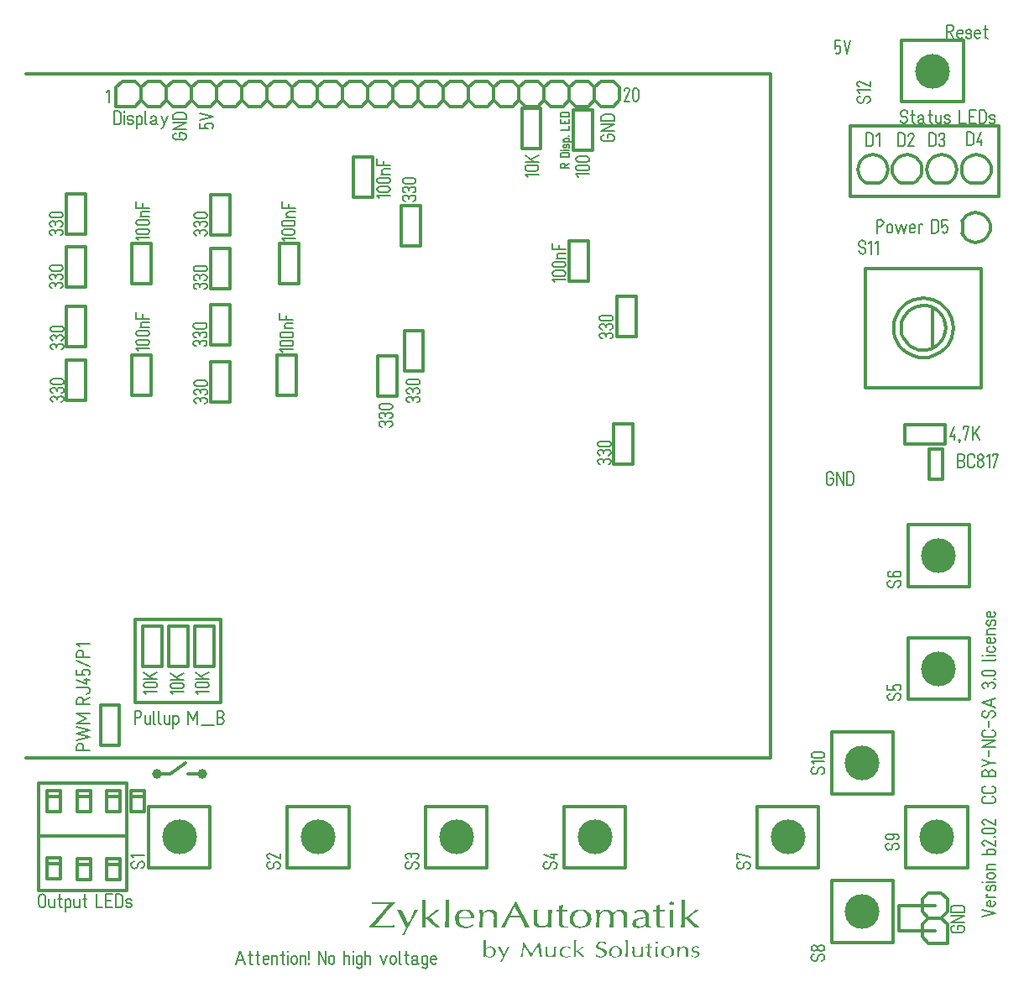
<source format=gto>
%FSLAX35Y35*%
%MOIN*%
%IN21=Bestoeckungsdruckoben(X.GTO)*%
%ADD10C,0.00591*%
%ADD11C,0.00512*%
%ADD12C,0.00614*%
%ADD13C,0.00768*%
%ADD14C,0.00787*%
%ADD15C,0.01024*%
%ADD16C,0.01181*%
%ADD17C,0.01575*%
%ADD18C,0.01969*%
%ADD19C,0.02362*%
%ADD20C,0.02795*%
%ADD21C,0.03150*%
%ADD22C,0.03937*%
%ADD23C,0.06299*%
%ADD24C,0.12205*%
%ADD25C,0.13780*%
%ADD26C,0.14173*%
%AMR_27*21,1,0.00787,0.00787,0,0,0.000*%
%ADD27R_27*%
%AMR_28*21,1,0.01575,0.01575,0,0,0.000*%
%ADD28R_28*%
%AMR_29*21,1,0.01870,0.01870,0,0,0.000*%
%ADD29R_29*%
%AMR_30*21,1,0.01969,0.01969,0,0,0.000*%
%ADD30R_30*%
%AMR_31*21,1,0.02559,0.02559,0,0,0.000*%
%ADD31R_31*%
%AMR_32*21,1,0.03937,0.12441,0,0,180.000*%
%ADD32R_32*%
%AMR_33*21,1,0.04587,0.05433,0,0,90.000*%
%ADD33R_33*%
%AMR_34*21,1,0.05000,0.05000,0,0,0.000*%
%ADD34R_34*%
%AMR_35*21,1,0.05000,0.05000,0,0,90.000*%
%ADD35R_35*%
%AMR_36*21,1,0.05000,0.05000,0,0,270.000*%
%ADD36R_36*%
%AMR_37*21,1,0.05000,0.09843,0,0,270.000*%
%ADD37R_37*%
%AMR_38*21,1,0.05000,0.10000,0,0,90.000*%
%ADD38R_38*%
%AMR_39*21,1,0.05512,0.07087,0,0,90.000*%
%ADD39R_39*%
%AMR_40*21,1,0.12205,0.05118,0,0,90.000*%
%ADD40R_40*%
%AMR_41*21,1,0.12205,0.05118,0,0,180.000*%
%ADD41R_41*%
%AMR_42*21,1,0.19685,0.19685,0,0,0.000*%
%ADD42R_42*%
%AMOCT_43*4,1,8,0.023622,0.011811,0.011811,0.023622,-0.011811,0.023622,-0.023622,0.011811,-0.023622,-0.011811,-0.011811,-0.023622,0.011811,-0.023622,0.023622,-0.011811,0.023622,0.011811,0.000*%
%ADD43OCT_43*%
%AMOCT_44*4,1,8,0.029528,0.014764,0.014764,0.029528,-0.014764,0.029528,-0.029528,0.014764,-0.029528,-0.014764,-0.014764,-0.029528,0.014764,-0.029528,0.029528,-0.014764,0.029528,0.014764,0.000*%
%ADD44OCT_44*%
%AMOCT_45*4,1,8,0.031496,0.015748,0.015748,0.031496,-0.015748,0.031496,-0.031496,0.015748,-0.031496,-0.015748,-0.015748,-0.031496,0.015748,-0.031496,0.031496,-0.015748,0.031496,0.015748,-0.000*%
%ADD45OCT_45*%
%AMOCT_46*4,1,8,0.031496,0.015748,0.015748,0.031496,-0.015748,0.031496,-0.031496,0.015748,-0.031496,-0.015748,-0.015748,-0.031496,0.015748,-0.031496,0.031496,-0.015748,0.031496,0.015748,90.000*%
%ADD46OCT_46*%
%AMOCT_47*4,1,8,0.031496,0.015748,0.015748,0.031496,-0.015748,0.031496,-0.031496,0.015748,-0.031496,-0.015748,-0.015748,-0.031496,0.015748,-0.031496,0.031496,-0.015748,0.031496,0.015748,270.000*%
%ADD47OCT_47*%
%AMOCT_48*4,1,8,0.035433,0.017717,0.017717,0.035433,-0.017717,0.035433,-0.035433,0.017717,-0.035433,-0.017717,-0.017717,-0.035433,0.017717,-0.035433,0.035433,-0.017717,0.035433,0.017717,-0.000*%
%ADD48OCT_48*%
%AMOCT_49*4,1,8,0.035433,0.017717,0.017717,0.035433,-0.017717,0.035433,-0.035433,0.017717,-0.035433,-0.017717,-0.017717,-0.035433,0.017717,-0.035433,0.035433,-0.017717,0.035433,0.017717,180.000*%
%ADD49OCT_49*%
%AMOCT_50*4,1,8,0.035433,0.017717,0.017717,0.035433,-0.017717,0.035433,-0.035433,0.017717,-0.035433,-0.017717,-0.017717,-0.035433,0.017717,-0.035433,0.035433,-0.017717,0.035433,0.017717,270.000*%
%ADD50OCT_50*%
%AMOCT_51*4,1,8,0.037402,0.018701,0.018701,0.037402,-0.018701,0.037402,-0.037402,0.018701,-0.037402,-0.018701,-0.018701,-0.037402,0.018701,-0.037402,0.037402,-0.018701,0.037402,0.018701,180.000*%
%ADD51OCT_51*%
%AMOCT_52*4,1,8,0.039370,0.019685,0.019685,0.039370,-0.019685,0.039370,-0.039370,0.019685,-0.039370,-0.019685,-0.019685,-0.039370,0.019685,-0.039370,0.039370,-0.019685,0.039370,0.019685,0.000*%
%ADD52OCT_52*%
%AMOCT_53*4,1,8,0.041339,0.020669,0.020669,0.041339,-0.020669,0.041339,-0.041339,0.020669,-0.041339,-0.020669,-0.020669,-0.041339,0.020669,-0.041339,0.041339,-0.020669,0.041339,0.020669,180.000*%
%ADD53OCT_53*%
%AMOCT_54*4,1,8,0.051181,0.025591,0.025591,0.051181,-0.025591,0.051181,-0.051181,0.025591,-0.051181,-0.025591,-0.025591,-0.051181,0.025591,-0.051181,0.051181,-0.025591,0.051181,0.025591,180.000*%
%ADD54OCT_54*%
%AMOCT_55*4,1,8,0.063976,0.031988,0.031988,0.063976,-0.031988,0.063976,-0.063976,0.031988,-0.063976,-0.031988,-0.031988,-0.063976,0.031988,-0.063976,0.063976,-0.031988,0.063976,0.031988,180.000*%
%ADD55OCT_55*%
%AMO_56*20,1,0.03937,-0.00787,0.00000,0.00787,0.00000,0*1,1,0.03937,-0.00787,0.00000*1,1,0.03937,0.00787,0.00000*%
%ADD56O_56*%
%AMO_57*20,1,0.05000,-0.02421,0.00000,0.02421,0.00000,0*1,1,0.05000,-0.02421,0.00000*1,1,0.05000,0.02421,0.00000*%
%ADD57O_57*%
%AMO_58*20,1,0.05000,0.02500,0.00000,-0.02500,0.00000,0*1,1,0.05000,0.02500,0.00000*1,1,0.05000,-0.02500,0.00000*%
%ADD58O_58*%
%AMRR_59*21,1,0.06299,0.05039,0,0,-0.000*21,1,0.05039,0.06299,0,0,-0.000*1,1,0.01260,0.02520,0.02520*1,1,0.01260,-0.02520,-0.02520*1,1,0.01260,0.02520,-0.02520*1,1,0.01260,-0.02520,0.02520*%
%ADD59RR_59*%
%AMRR_60*21,1,0.06299,0.05039,0,0,90.000*21,1,0.05039,0.06299,0,0,90.000*1,1,0.01260,-0.02520,0.02520*1,1,0.01260,0.02520,-0.02520*1,1,0.01260,0.02520,0.02520*1,1,0.01260,-0.02520,-0.02520*%
%ADD60RR_60*%
%AMRR_61*21,1,0.06299,0.05039,0,0,270.000*21,1,0.05039,0.06299,0,0,270.000*1,1,0.01260,0.02520,-0.02520*1,1,0.01260,-0.02520,0.02520*1,1,0.01260,-0.02520,-0.02520*1,1,0.01260,0.02520,0.02520*%
%ADD61RR_61*%
G54D11*
X218312Y319970D02*
X214768Y319970D01*
X214768Y320836D01*
X216520Y320836D02*
X216401Y321279D01*
X216077Y321603D01*
X215634Y321722D01*
X215191Y321603D01*
X214867Y321279D01*
X214749Y320836D01*
X216540Y320836D02*
X216540Y319970D01*
X216540Y320836D02*
X218312Y321742D01*
X218312Y325206D02*
X218203Y325652D01*
X217886Y325983D01*
X217445Y326112D01*
X218312Y325206D02*
X218312Y324340D01*
X214768Y324340D01*
X214768Y325206D01*
X215634Y326112D02*
X215194Y325983D01*
X214877Y325652D01*
X214768Y325206D01*
X215634Y326112D02*
X217445Y326112D01*
X218312Y327017D02*
X215831Y327017D01*
X215123Y327017D02*
X214768Y327017D01*
X217800Y327923D02*
X218056Y327991D01*
X218243Y328179D01*
X218312Y328435D01*
X218312Y328789D01*
X218250Y329057D01*
X218063Y329259D01*
X217800Y329340D01*
X217603Y329340D01*
X217340Y329259D01*
X217152Y329057D01*
X217091Y328789D01*
X217091Y328435D01*
X215989Y328435D02*
X216094Y328111D01*
X216370Y327910D01*
X216710Y327910D01*
X216986Y328111D01*
X217091Y328435D01*
X215989Y328435D02*
X215989Y328789D01*
X216540Y329340D02*
X216264Y329266D01*
X216063Y329064D01*
X215989Y328789D01*
X219375Y330246D02*
X215989Y330246D01*
X217603Y330246D02*
X217957Y330341D01*
X218217Y330600D01*
X218312Y330954D01*
X218217Y331309D01*
X217957Y331568D01*
X217603Y331663D01*
X216737Y331663D02*
X217603Y331663D01*
X216737Y331663D02*
X216382Y331568D01*
X216123Y331309D01*
X216028Y330954D01*
X216123Y330600D01*
X216382Y330341D01*
X216737Y330246D01*
X217957Y332568D02*
X218312Y332568D01*
X214768Y335167D02*
X218312Y335167D01*
X218312Y336742D01*
X214768Y339419D02*
X214768Y337647D01*
X216540Y337647D01*
X216540Y338868D01*
X216540Y337647D02*
X218312Y337647D01*
X218312Y339419D01*
X218312Y341190D02*
X218203Y341636D01*
X217886Y341968D01*
X217445Y342096D01*
X218312Y341190D02*
X218312Y340324D01*
X214768Y340324D01*
X214768Y341190D01*
X215634Y342096D02*
X215194Y341968D01*
X214877Y341636D01*
X214768Y341190D01*
X215634Y342096D02*
X217445Y342096D01*
G54D13*
X38879Y337249D02*
X39390Y337338D01*
X39828Y337617D01*
X40125Y338041D01*
X40238Y338548D01*
X38879Y337249D02*
X37580Y337249D01*
X37580Y342563D01*
X38879Y342563D01*
X40238Y341264D02*
X40125Y341771D01*
X39828Y342195D01*
X39390Y342474D01*
X38879Y342563D01*
X40238Y341264D02*
X40238Y338548D01*
X41596Y337249D02*
X41596Y340969D01*
X41596Y342032D02*
X41596Y342563D01*
X42954Y338016D02*
X43057Y337632D01*
X43338Y337351D01*
X43722Y337249D01*
X44253Y337249D01*
X44656Y337340D01*
X44959Y337621D01*
X45080Y338016D01*
X45080Y338312D01*
X44959Y338706D01*
X44656Y338987D01*
X44253Y339079D01*
X43722Y339079D01*
X43722Y340733D02*
X43309Y340622D01*
X43006Y340319D01*
X42895Y339906D01*
X43006Y339493D01*
X43309Y339190D01*
X43722Y339079D01*
X43722Y340733D02*
X44253Y340733D01*
X45080Y339906D02*
X44969Y340319D01*
X44667Y340622D01*
X44253Y340733D01*
X46438Y335654D02*
X46438Y340733D01*
X46438Y338312D02*
X46544Y337850D01*
X46839Y337480D01*
X47265Y337275D01*
X47738Y337275D01*
X48164Y337480D01*
X48459Y337850D01*
X48564Y338312D01*
X48564Y339611D02*
X48564Y338312D01*
X48564Y339611D02*
X48459Y340072D01*
X48164Y340442D01*
X47738Y340647D01*
X47265Y340647D01*
X46839Y340442D01*
X46544Y340072D01*
X46438Y339611D01*
X49923Y342563D02*
X49923Y338016D01*
X50026Y337632D01*
X50307Y337351D01*
X50690Y337249D01*
X54175Y339611D02*
X54069Y340072D01*
X53774Y340442D01*
X53348Y340647D01*
X52875Y340647D01*
X52449Y340442D01*
X52154Y340072D01*
X52049Y339611D01*
X53348Y338843D02*
X53751Y338935D01*
X54053Y339216D01*
X54175Y339611D01*
X53348Y338843D02*
X52816Y338843D01*
X52816Y338813D02*
X52418Y338707D01*
X52126Y338415D01*
X52019Y338016D01*
X52126Y337618D01*
X52418Y337326D01*
X52816Y337219D01*
X52816Y337249D02*
X53348Y337249D01*
X53751Y337340D01*
X54053Y337621D01*
X54175Y338016D01*
X54175Y339611D02*
X54175Y337780D01*
X54706Y337249D01*
X56064Y340733D02*
X57364Y337249D01*
X58722Y340733D02*
X56832Y335949D01*
X56301Y335713D01*
X222014Y316544D02*
X220951Y317607D01*
X226266Y317607D01*
X222014Y321091D02*
X225203Y321091D01*
X222014Y321091D02*
X221552Y320986D01*
X221183Y320691D01*
X220977Y320264D01*
X220977Y319791D01*
X221183Y319365D01*
X221552Y319070D01*
X222014Y318965D01*
X225203Y318965D02*
X222014Y318965D01*
X225203Y318965D02*
X225664Y319070D01*
X226034Y319365D01*
X226239Y319791D01*
X226239Y320264D01*
X226034Y320691D01*
X225664Y320986D01*
X225203Y321091D01*
X222014Y324575D02*
X225203Y324575D01*
X222014Y324575D02*
X221552Y324470D01*
X221183Y324175D01*
X220977Y323749D01*
X220977Y323276D01*
X221183Y322849D01*
X221552Y322554D01*
X222014Y322449D01*
X225203Y322449D02*
X222014Y322449D01*
X225203Y322449D02*
X225664Y322554D01*
X226034Y322849D01*
X226239Y323276D01*
X226239Y323749D01*
X226034Y324175D01*
X225664Y324470D01*
X225203Y324575D01*
X201792Y316440D02*
X200729Y317503D01*
X206044Y317503D01*
X201792Y320988D02*
X204981Y320988D01*
X201792Y320988D02*
X201331Y320882D01*
X200961Y320587D01*
X200756Y320161D01*
X200756Y319688D01*
X200961Y319262D01*
X201331Y318967D01*
X201792Y318862D01*
X204981Y318862D02*
X201792Y318862D01*
X204981Y318862D02*
X205442Y318967D01*
X205812Y319262D01*
X206017Y319688D01*
X206017Y320161D01*
X205812Y320587D01*
X205442Y320882D01*
X204981Y320988D01*
X206044Y322346D02*
X200729Y322346D01*
X204213Y322346D02*
X200729Y325003D01*
X202855Y323409D02*
X206044Y325003D01*
X335930Y289876D02*
X335807Y290441D01*
X335461Y290903D01*
X334954Y291180D01*
X334378Y291221D01*
X333837Y291019D01*
X333429Y290611D01*
X333227Y290070D01*
X333268Y289494D01*
X333545Y288987D01*
X334007Y288641D01*
X334571Y288518D01*
X333272Y287160D02*
X333405Y286611D01*
X333753Y286166D01*
X334255Y285907D01*
X334819Y285879D01*
X335344Y286088D01*
X335734Y286496D01*
X335920Y287030D01*
X335867Y287592D01*
X335585Y288082D01*
X335126Y288410D01*
X334571Y288518D01*
X337288Y290113D02*
X338351Y291176D01*
X338351Y285861D01*
X339709Y290113D02*
X340772Y291176D01*
X340772Y285861D01*
X337618Y328577D02*
X338128Y328667D01*
X338566Y328945D01*
X338864Y329370D01*
X338976Y329876D01*
X337618Y328577D02*
X336318Y328577D01*
X336318Y333892D01*
X337618Y333892D01*
X338976Y332593D02*
X338864Y333099D01*
X338566Y333524D01*
X338128Y333802D01*
X337618Y333892D01*
X338976Y332593D02*
X338976Y329876D01*
X340334Y332829D02*
X341397Y333892D01*
X341397Y328577D01*
X350263Y328577D02*
X350774Y328667D01*
X351211Y328945D01*
X351509Y329370D01*
X351621Y329876D01*
X350263Y328577D02*
X348964Y328577D01*
X348964Y333892D01*
X350263Y333892D01*
X351621Y332593D02*
X351509Y333099D01*
X351211Y333524D01*
X350774Y333802D01*
X350263Y333892D01*
X351621Y332593D02*
X351621Y329876D01*
X355105Y332829D02*
X355000Y333290D01*
X354705Y333660D01*
X354279Y333866D01*
X353806Y333866D01*
X353380Y333660D01*
X353085Y333290D01*
X352979Y332829D01*
X355105Y332829D02*
X352979Y328577D01*
X355105Y328577D01*
X362480Y328577D02*
X362991Y328667D01*
X363428Y328945D01*
X363726Y329370D01*
X363838Y329876D01*
X362480Y328577D02*
X361181Y328577D01*
X361181Y333892D01*
X362480Y333892D01*
X363838Y332593D02*
X363726Y333099D01*
X363428Y333524D01*
X362991Y333802D01*
X362480Y333892D01*
X363838Y332593D02*
X363838Y329876D01*
X365196Y329640D02*
X365302Y329179D01*
X365597Y328809D01*
X366023Y328604D01*
X366496Y328604D01*
X366922Y328809D01*
X367217Y329179D01*
X367322Y329640D01*
X367322Y330408D02*
X367322Y329640D01*
X367322Y330408D02*
X367241Y330815D01*
X367011Y331160D01*
X366666Y331390D01*
X366259Y331471D01*
X365964Y331471D02*
X366259Y331471D01*
X365964Y331471D01*
X366259Y331471D02*
X366675Y331565D01*
X367023Y331812D01*
X367251Y332173D01*
X367322Y332593D01*
X367322Y332829D02*
X367322Y332593D01*
X367322Y332829D02*
X367217Y333290D01*
X366922Y333660D01*
X366496Y333866D01*
X366023Y333866D01*
X365597Y333660D01*
X365302Y333290D01*
X365196Y332829D01*
X377509Y328922D02*
X378020Y329012D01*
X378458Y329290D01*
X378755Y329715D01*
X378868Y330221D01*
X377509Y328922D02*
X376210Y328922D01*
X376210Y334237D01*
X377509Y334237D01*
X378868Y332937D02*
X378755Y333444D01*
X378458Y333869D01*
X378020Y334147D01*
X377509Y334237D01*
X378868Y332937D02*
X378868Y330221D01*
X381820Y334237D02*
X380226Y330221D01*
X382352Y330221D01*
X381820Y331284D02*
X381820Y328922D01*
X340442Y294202D02*
X340442Y296860D01*
X341742Y296860D01*
X341742Y296889D02*
X342250Y296990D01*
X342681Y297278D01*
X342969Y297710D01*
X343070Y298218D01*
X342969Y298726D01*
X342681Y299158D01*
X342250Y299446D01*
X341742Y299547D01*
X341742Y299517D02*
X340442Y299517D01*
X340442Y296860D01*
X346584Y296564D02*
X346584Y295265D01*
X346584Y296564D02*
X346479Y297026D01*
X346184Y297396D01*
X345758Y297601D01*
X345285Y297601D01*
X344858Y297396D01*
X344563Y297026D01*
X344458Y296564D01*
X344458Y295265D02*
X344458Y296564D01*
X344458Y295265D02*
X344563Y294804D01*
X344858Y294434D01*
X345285Y294229D01*
X345758Y294229D01*
X346184Y294434D01*
X346479Y294804D01*
X346584Y295265D01*
X347942Y297687D02*
X349005Y294202D01*
X350068Y297687D01*
X351131Y294202D01*
X352194Y297687D01*
X353553Y296033D02*
X355679Y296033D01*
X355679Y296564D01*
X355573Y297026D01*
X355278Y297396D01*
X354852Y297601D01*
X354379Y297601D01*
X353953Y297396D01*
X353658Y297026D01*
X353553Y296564D01*
X353553Y295265D01*
X353667Y294786D01*
X353984Y294410D01*
X354437Y294217D01*
X354928Y294248D01*
X355353Y294497D01*
X355620Y294911D01*
X357037Y294202D02*
X357037Y297687D01*
X358395Y297450D02*
X358073Y297640D01*
X357699Y297663D01*
X357356Y297514D01*
X357118Y297225D01*
X357037Y296860D01*
X363592Y294202D02*
X364103Y294292D01*
X364540Y294570D01*
X364838Y294995D01*
X364950Y295501D01*
X363592Y294202D02*
X362293Y294202D01*
X362293Y299517D01*
X363592Y299517D01*
X364950Y298218D02*
X364838Y298724D01*
X364540Y299149D01*
X364103Y299427D01*
X363592Y299517D01*
X364950Y298218D02*
X364950Y295501D01*
X366486Y294675D02*
X366808Y294362D01*
X367231Y294210D01*
X367679Y294247D01*
X368072Y294465D01*
X368340Y294826D01*
X368435Y295265D01*
X368435Y296328D01*
X368329Y296789D01*
X368034Y297159D01*
X367608Y297365D01*
X367135Y297365D01*
X366709Y297159D01*
X366414Y296789D01*
X366309Y296328D01*
X366309Y299517D01*
X368435Y299517D01*
X157897Y226940D02*
X158358Y227045D01*
X158728Y227340D01*
X158933Y227766D01*
X158933Y228239D01*
X158728Y228665D01*
X158358Y228960D01*
X157897Y229066D01*
X157129Y229066D02*
X157897Y229066D01*
X157129Y229066D02*
X156722Y228985D01*
X156377Y228754D01*
X156147Y228409D01*
X156066Y228003D01*
X156066Y227707D02*
X156066Y228003D01*
X156066Y227707D01*
X156066Y228003D02*
X155972Y228419D01*
X155725Y228767D01*
X155364Y228994D01*
X154944Y229066D01*
X154708Y229066D02*
X154944Y229066D01*
X154708Y229066D02*
X154247Y228960D01*
X153877Y228665D01*
X153672Y228239D01*
X153672Y227766D01*
X153877Y227340D01*
X154247Y227045D01*
X154708Y226940D01*
X157897Y230424D02*
X158358Y230529D01*
X158728Y230824D01*
X158933Y231250D01*
X158933Y231723D01*
X158728Y232150D01*
X158358Y232445D01*
X157897Y232550D01*
X157129Y232550D02*
X157897Y232550D01*
X157129Y232550D02*
X156722Y232469D01*
X156377Y232239D01*
X156147Y231894D01*
X156066Y231487D01*
X156066Y231192D02*
X156066Y231487D01*
X156066Y231192D01*
X156066Y231487D02*
X155972Y231903D01*
X155725Y232251D01*
X155364Y232478D01*
X154944Y232550D01*
X154708Y232550D02*
X154944Y232550D01*
X154708Y232550D02*
X154247Y232445D01*
X153877Y232150D01*
X153672Y231723D01*
X153672Y231250D01*
X153877Y230824D01*
X154247Y230529D01*
X154708Y230424D01*
X154708Y236034D02*
X157897Y236034D01*
X154708Y236034D02*
X154247Y235929D01*
X153877Y235634D01*
X153672Y235208D01*
X153672Y234735D01*
X153877Y234308D01*
X154247Y234013D01*
X154708Y233908D01*
X157897Y233908D02*
X154708Y233908D01*
X157897Y233908D02*
X158358Y234013D01*
X158728Y234308D01*
X158933Y234735D01*
X158933Y235208D01*
X158728Y235634D01*
X158358Y235929D01*
X157897Y236034D01*
X147001Y217205D02*
X147462Y217311D01*
X147832Y217606D01*
X148038Y218032D01*
X148038Y218505D01*
X147832Y218931D01*
X147462Y219226D01*
X147001Y219331D01*
X146233Y219331D02*
X147001Y219331D01*
X146233Y219331D02*
X145827Y219250D01*
X145482Y219020D01*
X145251Y218675D01*
X145170Y218268D01*
X145170Y217973D02*
X145170Y218268D01*
X145170Y217973D01*
X145170Y218268D02*
X145076Y218684D01*
X144830Y219032D01*
X144469Y219260D01*
X144048Y219331D01*
X143812Y219331D02*
X144048Y219331D01*
X143812Y219331D02*
X143351Y219226D01*
X142981Y218931D01*
X142776Y218505D01*
X142776Y218032D01*
X142981Y217606D01*
X143351Y217311D01*
X143812Y217205D01*
X147001Y220690D02*
X147462Y220795D01*
X147832Y221090D01*
X148038Y221516D01*
X148038Y221989D01*
X147832Y222415D01*
X147462Y222710D01*
X147001Y222816D01*
X146233Y222816D02*
X147001Y222816D01*
X146233Y222816D02*
X145827Y222735D01*
X145482Y222504D01*
X145251Y222159D01*
X145170Y221753D01*
X145170Y221457D02*
X145170Y221753D01*
X145170Y221457D01*
X145170Y221753D02*
X145076Y222169D01*
X144830Y222517D01*
X144469Y222744D01*
X144048Y222816D01*
X143812Y222816D02*
X144048Y222816D01*
X143812Y222816D02*
X143351Y222710D01*
X142981Y222415D01*
X142776Y221989D01*
X142776Y221516D01*
X142981Y221090D01*
X143351Y220795D01*
X143812Y220690D01*
X143812Y226300D02*
X147001Y226300D01*
X143812Y226300D02*
X143351Y226195D01*
X142981Y225900D01*
X142776Y225473D01*
X142776Y225000D01*
X142981Y224574D01*
X143351Y224279D01*
X143812Y224174D01*
X147001Y224174D02*
X143812Y224174D01*
X147001Y224174D02*
X147462Y224279D01*
X147832Y224574D01*
X148038Y225000D01*
X148038Y225473D01*
X147832Y225900D01*
X147462Y226195D01*
X147001Y226300D01*
X156322Y306861D02*
X156783Y306966D01*
X157153Y307261D01*
X157358Y307687D01*
X157358Y308160D01*
X157153Y308587D01*
X156783Y308882D01*
X156322Y308987D01*
X155554Y308987D02*
X156322Y308987D01*
X155554Y308987D02*
X155148Y308906D01*
X154803Y308676D01*
X154572Y308331D01*
X154491Y307924D01*
X154491Y307629D02*
X154491Y307924D01*
X154491Y307629D01*
X154491Y307924D02*
X154397Y308340D01*
X154151Y308688D01*
X153790Y308915D01*
X153369Y308987D01*
X153133Y308987D02*
X153369Y308987D01*
X153133Y308987D02*
X152672Y308882D01*
X152302Y308587D01*
X152097Y308160D01*
X152097Y307687D01*
X152302Y307261D01*
X152672Y306966D01*
X153133Y306861D01*
X156322Y310345D02*
X156783Y310450D01*
X157153Y310745D01*
X157358Y311172D01*
X157358Y311645D01*
X157153Y312071D01*
X156783Y312366D01*
X156322Y312471D01*
X155554Y312471D02*
X156322Y312471D01*
X155554Y312471D02*
X155148Y312390D01*
X154803Y312160D01*
X154572Y311815D01*
X154491Y311408D01*
X154491Y311113D02*
X154491Y311408D01*
X154491Y311113D01*
X154491Y311408D02*
X154397Y311824D01*
X154151Y312172D01*
X153790Y312399D01*
X153369Y312471D01*
X153133Y312471D02*
X153369Y312471D01*
X153133Y312471D02*
X152672Y312366D01*
X152302Y312071D01*
X152097Y311645D01*
X152097Y311172D01*
X152302Y310745D01*
X152672Y310450D01*
X153133Y310345D01*
X153133Y315955D02*
X156322Y315955D01*
X153133Y315955D02*
X152672Y315850D01*
X152302Y315555D01*
X152097Y315129D01*
X152097Y314656D01*
X152302Y314230D01*
X152672Y313935D01*
X153133Y313829D01*
X156322Y313829D02*
X153133Y313829D01*
X156322Y313829D02*
X156783Y313935D01*
X157153Y314230D01*
X157358Y314656D01*
X157358Y315129D01*
X157153Y315555D01*
X156783Y315850D01*
X156322Y315955D01*
X142894Y308059D02*
X141831Y309122D01*
X147146Y309122D01*
X142894Y312607D02*
X146083Y312607D01*
X142894Y312607D02*
X142433Y312501D01*
X142063Y312206D01*
X141858Y311780D01*
X141858Y311307D01*
X142063Y310881D01*
X142433Y310586D01*
X142894Y310481D01*
X146083Y310481D02*
X142894Y310481D01*
X146083Y310481D02*
X146545Y310586D01*
X146915Y310881D01*
X147120Y311307D01*
X147120Y311780D01*
X146915Y312206D01*
X146545Y312501D01*
X146083Y312607D01*
X142894Y316091D02*
X146083Y316091D01*
X142894Y316091D02*
X142433Y315986D01*
X142063Y315691D01*
X141858Y315264D01*
X141858Y314791D01*
X142063Y314365D01*
X142433Y314070D01*
X142894Y313965D01*
X146083Y313965D02*
X142894Y313965D01*
X146083Y313965D02*
X146545Y314070D01*
X146915Y314365D01*
X147120Y314791D01*
X147120Y315264D01*
X146915Y315691D01*
X146545Y315986D01*
X146083Y316091D01*
X147146Y317449D02*
X143662Y317449D01*
X144784Y319575D02*
X144323Y319470D01*
X143953Y319175D01*
X143748Y318749D01*
X143748Y318276D01*
X143953Y317849D01*
X144323Y317554D01*
X144784Y317449D01*
X144784Y319575D02*
X147146Y319575D01*
X141831Y323591D02*
X141831Y320933D01*
X144489Y320933D01*
X144489Y322764D01*
X144489Y320933D02*
X147146Y320933D01*
X73534Y226504D02*
X73995Y226610D01*
X74365Y226905D01*
X74571Y227331D01*
X74571Y227804D01*
X74365Y228230D01*
X73995Y228525D01*
X73534Y228630D01*
X72767Y228630D02*
X73534Y228630D01*
X72767Y228630D02*
X72360Y228549D01*
X72015Y228319D01*
X71784Y227974D01*
X71704Y227567D01*
X71704Y227272D02*
X71704Y227567D01*
X71704Y227272D01*
X71704Y227567D02*
X71609Y227983D01*
X71363Y228331D01*
X71002Y228559D01*
X70581Y228630D01*
X70345Y228630D02*
X70581Y228630D01*
X70345Y228630D02*
X69884Y228525D01*
X69514Y228230D01*
X69309Y227804D01*
X69309Y227331D01*
X69514Y226905D01*
X69884Y226610D01*
X70345Y226504D01*
X73534Y229989D02*
X73995Y230094D01*
X74365Y230389D01*
X74571Y230815D01*
X74571Y231288D01*
X74365Y231714D01*
X73995Y232009D01*
X73534Y232115D01*
X72767Y232115D02*
X73534Y232115D01*
X72767Y232115D02*
X72360Y232034D01*
X72015Y231803D01*
X71784Y231458D01*
X71704Y231052D01*
X71704Y230756D02*
X71704Y231052D01*
X71704Y230756D01*
X71704Y231052D02*
X71609Y231467D01*
X71363Y231816D01*
X71002Y232043D01*
X70581Y232115D01*
X70345Y232115D02*
X70581Y232115D01*
X70345Y232115D02*
X69884Y232009D01*
X69514Y231714D01*
X69309Y231288D01*
X69309Y230815D01*
X69514Y230389D01*
X69884Y230094D01*
X70345Y229989D01*
X70345Y235599D02*
X73534Y235599D01*
X70345Y235599D02*
X69884Y235493D01*
X69514Y235199D01*
X69309Y234772D01*
X69309Y234299D01*
X69514Y233873D01*
X69884Y233578D01*
X70345Y233473D01*
X73534Y233473D02*
X70345Y233473D01*
X73534Y233473D02*
X73995Y233578D01*
X74365Y233873D01*
X74571Y234299D01*
X74571Y234772D01*
X74365Y235199D01*
X73995Y235493D01*
X73534Y235599D01*
X104418Y246837D02*
X103355Y247900D01*
X108669Y247900D01*
X104418Y251384D02*
X107606Y251384D01*
X104418Y251384D02*
X103956Y251279D01*
X103586Y250984D01*
X103381Y250558D01*
X103381Y250085D01*
X103586Y249658D01*
X103956Y249363D01*
X104418Y249258D01*
X107606Y249258D02*
X104418Y249258D01*
X107606Y249258D02*
X108068Y249363D01*
X108438Y249658D01*
X108643Y250085D01*
X108643Y250558D01*
X108438Y250984D01*
X108068Y251279D01*
X107606Y251384D01*
X104418Y254868D02*
X107606Y254868D01*
X104418Y254868D02*
X103956Y254763D01*
X103586Y254468D01*
X103381Y254042D01*
X103381Y253569D01*
X103586Y253143D01*
X103956Y252848D01*
X104418Y252742D01*
X107606Y252742D02*
X104418Y252742D01*
X107606Y252742D02*
X108068Y252848D01*
X108438Y253143D01*
X108643Y253569D01*
X108643Y254042D01*
X108438Y254468D01*
X108068Y254763D01*
X107606Y254868D01*
X108669Y256227D02*
X105185Y256227D01*
X106307Y258353D02*
X105846Y258247D01*
X105476Y257952D01*
X105271Y257526D01*
X105271Y257053D01*
X105476Y256627D01*
X105846Y256332D01*
X106307Y256227D01*
X106307Y258353D02*
X108669Y258353D01*
X103355Y262368D02*
X103355Y259711D01*
X106012Y259711D01*
X106012Y261542D01*
X106012Y259711D02*
X108669Y259711D01*
X105111Y291059D02*
X104048Y292122D01*
X109363Y292122D01*
X105111Y295607D02*
X108300Y295607D01*
X105111Y295607D02*
X104650Y295501D01*
X104280Y295206D01*
X104075Y294780D01*
X104075Y294307D01*
X104280Y293881D01*
X104650Y293586D01*
X105111Y293481D01*
X108300Y293481D02*
X105111Y293481D01*
X108300Y293481D02*
X108762Y293586D01*
X109131Y293881D01*
X109337Y294307D01*
X109337Y294780D01*
X109131Y295206D01*
X108762Y295501D01*
X108300Y295607D01*
X105111Y299091D02*
X108300Y299091D01*
X105111Y299091D02*
X104650Y298986D01*
X104280Y298691D01*
X104075Y298264D01*
X104075Y297791D01*
X104280Y297365D01*
X104650Y297070D01*
X105111Y296965D01*
X108300Y296965D02*
X105111Y296965D01*
X108300Y296965D02*
X108762Y297070D01*
X109131Y297365D01*
X109337Y297791D01*
X109337Y298264D01*
X109131Y298691D01*
X108762Y298986D01*
X108300Y299091D01*
X109363Y300449D02*
X105879Y300449D01*
X107001Y302575D02*
X106540Y302470D01*
X106170Y302175D01*
X105965Y301749D01*
X105965Y301276D01*
X106170Y300849D01*
X106540Y300554D01*
X107001Y300449D01*
X107001Y302575D02*
X109363Y302575D01*
X104048Y306591D02*
X104048Y303933D01*
X106706Y303933D01*
X106706Y305764D01*
X106706Y303933D02*
X109363Y303933D01*
X73236Y249243D02*
X73698Y249348D01*
X74067Y249643D01*
X74273Y250069D01*
X74273Y250542D01*
X74067Y250969D01*
X73698Y251263D01*
X73236Y251369D01*
X72469Y251369D02*
X73236Y251369D01*
X72469Y251369D02*
X72062Y251288D01*
X71717Y251057D01*
X71487Y250713D01*
X71406Y250306D01*
X71406Y250010D02*
X71406Y250306D01*
X71406Y250010D01*
X71406Y250306D02*
X71311Y250722D01*
X71065Y251070D01*
X70704Y251297D01*
X70284Y251369D01*
X70047Y251369D02*
X70284Y251369D01*
X70047Y251369D02*
X69586Y251263D01*
X69216Y250969D01*
X69011Y250542D01*
X69011Y250069D01*
X69216Y249643D01*
X69586Y249348D01*
X70047Y249243D01*
X73236Y252727D02*
X73698Y252832D01*
X74067Y253127D01*
X74273Y253553D01*
X74273Y254027D01*
X74067Y254453D01*
X73698Y254748D01*
X73236Y254853D01*
X72469Y254853D02*
X73236Y254853D01*
X72469Y254853D02*
X72062Y254772D01*
X71717Y254542D01*
X71487Y254197D01*
X71406Y253790D01*
X71406Y253495D02*
X71406Y253790D01*
X71406Y253495D01*
X71406Y253790D02*
X71311Y254206D01*
X71065Y254554D01*
X70704Y254781D01*
X70284Y254853D01*
X70047Y254853D02*
X70284Y254853D01*
X70047Y254853D02*
X69586Y254748D01*
X69216Y254453D01*
X69011Y254027D01*
X69011Y253553D01*
X69216Y253127D01*
X69586Y252832D01*
X70047Y252727D01*
X70047Y258337D02*
X73236Y258337D01*
X70047Y258337D02*
X69586Y258232D01*
X69216Y257937D01*
X69011Y257511D01*
X69011Y257038D01*
X69216Y256611D01*
X69586Y256317D01*
X70047Y256211D01*
X73236Y256211D02*
X70047Y256211D01*
X73236Y256211D02*
X73698Y256317D01*
X74067Y256611D01*
X74273Y257038D01*
X74273Y257511D01*
X74067Y257937D01*
X73698Y258232D01*
X73236Y258337D01*
X73337Y271942D02*
X73799Y272048D01*
X74168Y272342D01*
X74374Y272769D01*
X74374Y273242D01*
X74168Y273668D01*
X73799Y273963D01*
X73337Y274068D01*
X72570Y274068D02*
X73337Y274068D01*
X72570Y274068D02*
X72163Y273987D01*
X71818Y273757D01*
X71588Y273412D01*
X71507Y273005D01*
X71507Y272710D02*
X71507Y273005D01*
X71507Y272710D01*
X71507Y273005D02*
X71412Y273421D01*
X71166Y273769D01*
X70805Y273997D01*
X70385Y274068D01*
X70148Y274068D02*
X70385Y274068D01*
X70148Y274068D02*
X69687Y273963D01*
X69317Y273668D01*
X69112Y273242D01*
X69112Y272769D01*
X69317Y272342D01*
X69687Y272048D01*
X70148Y271942D01*
X73337Y275427D02*
X73799Y275532D01*
X74168Y275827D01*
X74374Y276253D01*
X74374Y276726D01*
X74168Y277152D01*
X73799Y277447D01*
X73337Y277553D01*
X72570Y277553D02*
X73337Y277553D01*
X72570Y277553D02*
X72163Y277472D01*
X71818Y277241D01*
X71588Y276896D01*
X71507Y276490D01*
X71507Y276194D02*
X71507Y276490D01*
X71507Y276194D01*
X71507Y276490D02*
X71412Y276905D01*
X71166Y277254D01*
X70805Y277481D01*
X70385Y277553D01*
X70148Y277553D02*
X70385Y277553D01*
X70148Y277553D02*
X69687Y277447D01*
X69317Y277152D01*
X69112Y276726D01*
X69112Y276253D01*
X69317Y275827D01*
X69687Y275532D01*
X70148Y275427D01*
X70148Y281037D02*
X73337Y281037D01*
X70148Y281037D02*
X69687Y280931D01*
X69317Y280637D01*
X69112Y280210D01*
X69112Y279737D01*
X69317Y279311D01*
X69687Y279016D01*
X70148Y278911D01*
X73337Y278911D02*
X70148Y278911D01*
X73337Y278911D02*
X73799Y279016D01*
X74168Y279311D01*
X74374Y279737D01*
X74374Y280210D01*
X74168Y280637D01*
X73799Y280931D01*
X73337Y281037D01*
X73433Y293175D02*
X73894Y293280D01*
X74264Y293575D01*
X74470Y294001D01*
X74470Y294474D01*
X74264Y294901D01*
X73894Y295196D01*
X73433Y295301D01*
X72666Y295301D02*
X73433Y295301D01*
X72666Y295301D02*
X72259Y295220D01*
X71914Y294989D01*
X71683Y294645D01*
X71603Y294238D01*
X71603Y293943D02*
X71603Y294238D01*
X71603Y293943D01*
X71603Y294238D02*
X71508Y294654D01*
X71262Y295002D01*
X70901Y295229D01*
X70480Y295301D01*
X70244Y295301D02*
X70480Y295301D01*
X70244Y295301D02*
X69783Y295196D01*
X69413Y294901D01*
X69208Y294474D01*
X69208Y294001D01*
X69413Y293575D01*
X69783Y293280D01*
X70244Y293175D01*
X73433Y296659D02*
X73894Y296764D01*
X74264Y297059D01*
X74470Y297486D01*
X74470Y297959D01*
X74264Y298385D01*
X73894Y298680D01*
X73433Y298785D01*
X72666Y298785D02*
X73433Y298785D01*
X72666Y298785D02*
X72259Y298704D01*
X71914Y298474D01*
X71683Y298129D01*
X71603Y297722D01*
X71603Y297427D02*
X71603Y297722D01*
X71603Y297427D01*
X71603Y297722D02*
X71508Y298138D01*
X71262Y298486D01*
X70901Y298713D01*
X70480Y298785D01*
X70244Y298785D02*
X70480Y298785D01*
X70244Y298785D02*
X69783Y298680D01*
X69413Y298385D01*
X69208Y297959D01*
X69208Y297486D01*
X69413Y297059D01*
X69783Y296764D01*
X70244Y296659D01*
X70244Y302269D02*
X73433Y302269D01*
X70244Y302269D02*
X69783Y302164D01*
X69413Y301869D01*
X69208Y301443D01*
X69208Y300970D01*
X69413Y300544D01*
X69783Y300249D01*
X70244Y300143D01*
X73433Y300143D02*
X70244Y300143D01*
X73433Y300143D02*
X73894Y300249D01*
X74264Y300544D01*
X74470Y300970D01*
X74470Y301443D01*
X74264Y301869D01*
X73894Y302164D01*
X73433Y302269D01*
X373843Y203700D02*
X372544Y203700D01*
X373843Y203730D02*
X374351Y203831D01*
X374783Y204119D01*
X375071Y204550D01*
X375172Y205059D01*
X375071Y205567D01*
X374783Y205998D01*
X374351Y206286D01*
X373843Y206387D01*
X372544Y206358D02*
X373843Y206358D01*
X372544Y201043D02*
X372544Y206358D01*
X373843Y201043D02*
X372544Y201043D01*
X373843Y201013D02*
X374351Y201114D01*
X374783Y201402D01*
X375071Y201834D01*
X375172Y202342D01*
X375071Y202851D01*
X374783Y203282D01*
X374351Y203570D01*
X373843Y203671D01*
X379187Y205059D02*
X379086Y205567D01*
X378798Y205998D01*
X378367Y206286D01*
X377859Y206387D01*
X377350Y206286D01*
X376919Y205998D01*
X376631Y205567D01*
X376530Y205059D01*
X376560Y205059D02*
X376560Y202342D01*
X376530Y202342D02*
X376631Y201834D01*
X376919Y201402D01*
X377350Y201114D01*
X377859Y201013D01*
X378367Y201114D01*
X378798Y201402D01*
X379086Y201834D01*
X379187Y202342D01*
X382701Y202874D02*
X382701Y202106D01*
X382701Y202874D02*
X382596Y203335D01*
X382301Y203705D01*
X381875Y203910D01*
X381402Y203910D01*
X380976Y203705D01*
X380681Y203335D01*
X380575Y202874D01*
X380575Y202106D02*
X380575Y202874D01*
X380575Y202106D02*
X380681Y201645D01*
X380976Y201275D01*
X381402Y201069D01*
X381875Y201069D01*
X382301Y201275D01*
X382596Y201645D01*
X382701Y202106D01*
X382701Y205295D02*
X382701Y205059D01*
X382701Y205295D02*
X382596Y205756D01*
X382301Y206126D01*
X381875Y206331D01*
X381402Y206331D01*
X380976Y206126D01*
X380681Y205756D01*
X380575Y205295D01*
X380575Y205059D02*
X380575Y205295D01*
X380575Y205059D02*
X380681Y204597D01*
X380976Y204227D01*
X381402Y204022D01*
X381875Y204022D01*
X382301Y204227D01*
X382596Y204597D01*
X382701Y205059D01*
X384060Y205295D02*
X385123Y206358D01*
X385123Y201043D01*
X386481Y205590D02*
X386481Y206358D01*
X388607Y206358D01*
X387012Y201043D01*
X371113Y217304D02*
X369518Y213288D01*
X371644Y213288D01*
X371113Y214351D02*
X371113Y211989D01*
X373003Y211989D02*
X373534Y211989D01*
X373062Y210926D01*
X374892Y216536D02*
X374892Y217304D01*
X377018Y217304D01*
X375424Y211989D01*
X378377Y211989D02*
X378377Y217304D01*
X378377Y213820D02*
X381034Y217304D01*
X379440Y215178D02*
X381034Y211989D01*
X45590Y44576D02*
X45026Y44454D01*
X44564Y44107D01*
X44287Y43601D01*
X44246Y43025D01*
X44447Y42484D01*
X44856Y42075D01*
X45397Y41874D01*
X45973Y41915D01*
X46480Y42191D01*
X46826Y42654D01*
X46948Y43218D01*
X48307Y41919D02*
X48856Y42051D01*
X49300Y42400D01*
X49560Y42901D01*
X49587Y43466D01*
X49378Y43990D01*
X48970Y44381D01*
X48437Y44566D01*
X47874Y44514D01*
X47385Y44232D01*
X47056Y43772D01*
X46948Y43218D01*
X45354Y45935D02*
X44291Y46998D01*
X49606Y46998D01*
X99527Y44379D02*
X98963Y44257D01*
X98501Y43911D01*
X98224Y43404D01*
X98183Y42828D01*
X98384Y42287D01*
X98793Y41879D01*
X99334Y41677D01*
X99910Y41718D01*
X100417Y41995D01*
X100763Y42457D01*
X100885Y43021D01*
X102244Y41722D02*
X102793Y41854D01*
X103237Y42203D01*
X103497Y42705D01*
X103524Y43269D01*
X103315Y43793D01*
X102907Y44184D01*
X102374Y44369D01*
X101811Y44317D01*
X101322Y44035D01*
X100993Y43576D01*
X100885Y43021D01*
X99291Y47864D02*
X98830Y47758D01*
X98460Y47463D01*
X98254Y47037D01*
X98254Y46564D01*
X98460Y46138D01*
X98830Y45843D01*
X99291Y45738D01*
X99291Y47864D02*
X103543Y45738D01*
X103543Y47864D01*
X154448Y44379D02*
X153884Y44257D01*
X153422Y43911D01*
X153145Y43404D01*
X153104Y42828D01*
X153306Y42287D01*
X153714Y41879D01*
X154255Y41677D01*
X154831Y41718D01*
X155338Y41995D01*
X155684Y42457D01*
X155807Y43021D01*
X157165Y41722D02*
X157714Y41854D01*
X158158Y42203D01*
X158418Y42705D01*
X158446Y43269D01*
X158237Y43793D01*
X157828Y44184D01*
X157295Y44369D01*
X156733Y44317D01*
X156243Y44035D01*
X155914Y43576D01*
X155807Y43021D01*
X157401Y45738D02*
X157862Y45843D01*
X158232Y46138D01*
X158437Y46564D01*
X158437Y47037D01*
X158232Y47463D01*
X157862Y47758D01*
X157401Y47864D01*
X156633Y47864D02*
X157401Y47864D01*
X156633Y47864D02*
X156227Y47783D01*
X155882Y47552D01*
X155651Y47207D01*
X155570Y46801D01*
X155570Y46505D02*
X155570Y46801D01*
X155570Y46505D01*
X155570Y46801D02*
X155476Y47217D01*
X155230Y47565D01*
X154869Y47792D01*
X154448Y47864D01*
X154212Y47864D02*
X154448Y47864D01*
X154212Y47864D02*
X153751Y47758D01*
X153381Y47463D01*
X153176Y47037D01*
X153176Y46564D01*
X153381Y46138D01*
X153751Y45843D01*
X154212Y45738D01*
X209370Y44379D02*
X208805Y44257D01*
X208343Y43911D01*
X208066Y43404D01*
X208025Y42828D01*
X208227Y42287D01*
X208635Y41879D01*
X209176Y41677D01*
X209752Y41718D01*
X210259Y41995D01*
X210605Y42457D01*
X210728Y43021D01*
X212086Y41722D02*
X212635Y41854D01*
X213080Y42203D01*
X213339Y42705D01*
X213367Y43269D01*
X213158Y43793D01*
X212750Y44184D01*
X212216Y44369D01*
X211654Y44317D01*
X211164Y44035D01*
X210836Y43576D01*
X210728Y43021D01*
X208070Y47332D02*
X212086Y45738D01*
X212086Y47864D01*
X211023Y47332D02*
X213385Y47332D01*
X345984Y111309D02*
X345420Y111186D01*
X344957Y110840D01*
X344681Y110333D01*
X344639Y109757D01*
X344841Y109216D01*
X345249Y108808D01*
X345790Y108606D01*
X346366Y108647D01*
X346873Y108924D01*
X347219Y109386D01*
X347342Y109950D01*
X348700Y108651D02*
X349249Y108783D01*
X349694Y109132D01*
X349953Y109634D01*
X349981Y110198D01*
X349772Y110723D01*
X349364Y111113D01*
X348830Y111299D01*
X348268Y111246D01*
X347778Y110964D01*
X347450Y110505D01*
X347342Y109950D01*
X349527Y112844D02*
X349840Y113167D01*
X349991Y113590D01*
X349955Y114038D01*
X349737Y114430D01*
X349376Y114698D01*
X348937Y114793D01*
X347874Y114793D01*
X347412Y114688D01*
X347042Y114393D01*
X346837Y113966D01*
X346837Y113493D01*
X347042Y113067D01*
X347412Y112772D01*
X347874Y112667D01*
X344685Y112667D01*
X344685Y114793D01*
X345984Y156190D02*
X345420Y156068D01*
X344957Y155722D01*
X344681Y155215D01*
X344639Y154639D01*
X344841Y154098D01*
X345249Y153690D01*
X345790Y153488D01*
X346366Y153529D01*
X346873Y153806D01*
X347219Y154268D01*
X347342Y154832D01*
X348700Y153533D02*
X349249Y153665D01*
X349694Y154014D01*
X349953Y154516D01*
X349981Y155080D01*
X349772Y155604D01*
X349364Y155995D01*
X348830Y156180D01*
X348268Y156128D01*
X347778Y155846D01*
X347450Y155387D01*
X347342Y154832D01*
X345748Y159675D02*
X345286Y159569D01*
X344916Y159274D01*
X344711Y158848D01*
X344711Y158375D01*
X344916Y157949D01*
X345286Y157654D01*
X345748Y157549D01*
X348937Y157549D01*
X349398Y157654D01*
X349768Y157949D01*
X349973Y158375D01*
X349973Y158848D01*
X349768Y159274D01*
X349398Y159569D01*
X348937Y159675D01*
X347874Y159675D01*
X347412Y159569D01*
X347042Y159274D01*
X346837Y158848D01*
X346837Y158375D01*
X347042Y157949D01*
X347412Y157654D01*
X347874Y157549D01*
X286141Y44379D02*
X285577Y44257D01*
X285115Y43911D01*
X284838Y43404D01*
X284797Y42828D01*
X284999Y42287D01*
X285407Y41879D01*
X285948Y41677D01*
X286524Y41718D01*
X287031Y41995D01*
X287377Y42457D01*
X287500Y43021D01*
X288858Y41722D02*
X289407Y41854D01*
X289851Y42203D01*
X290111Y42705D01*
X290139Y43269D01*
X289929Y43793D01*
X289521Y44184D01*
X288988Y44369D01*
X288425Y44317D01*
X287936Y44035D01*
X287607Y43576D01*
X287500Y43021D01*
X285610Y45738D02*
X284842Y45738D01*
X284842Y47864D01*
X290157Y46269D01*
X315669Y7765D02*
X315105Y7643D01*
X314642Y7296D01*
X314366Y6790D01*
X314324Y6214D01*
X314526Y5673D01*
X314934Y5264D01*
X315475Y5063D01*
X316051Y5104D01*
X316558Y5380D01*
X316904Y5843D01*
X317027Y6407D01*
X318385Y5108D02*
X318934Y5240D01*
X319379Y5589D01*
X319638Y6090D01*
X319666Y6655D01*
X319457Y7179D01*
X319049Y7570D01*
X318515Y7755D01*
X317953Y7703D01*
X317463Y7421D01*
X317135Y6961D01*
X317027Y6407D01*
X317854Y11250D02*
X318622Y11250D01*
X317854Y11250D02*
X317393Y11144D01*
X317023Y10849D01*
X316817Y10423D01*
X316817Y9950D01*
X317023Y9524D01*
X317393Y9229D01*
X317854Y9124D01*
X318622Y9124D02*
X317854Y9124D01*
X318622Y9124D02*
X319083Y9229D01*
X319453Y9524D01*
X319658Y9950D01*
X319658Y10423D01*
X319453Y10849D01*
X319083Y11144D01*
X318622Y11250D01*
X315433Y11250D02*
X315669Y11250D01*
X315433Y11250D02*
X314971Y11144D01*
X314601Y10849D01*
X314396Y10423D01*
X314396Y9950D01*
X314601Y9524D01*
X314971Y9229D01*
X315433Y9124D01*
X315669Y9124D02*
X315433Y9124D01*
X315669Y9124D02*
X316130Y9229D01*
X316500Y9524D01*
X316705Y9950D01*
X316705Y10423D01*
X316500Y10849D01*
X316130Y11144D01*
X315669Y11250D01*
X345196Y51879D02*
X344632Y51757D01*
X344170Y51411D01*
X343893Y50904D01*
X343852Y50328D01*
X344054Y49787D01*
X344462Y49379D01*
X345003Y49177D01*
X345579Y49218D01*
X346086Y49495D01*
X346432Y49957D01*
X346555Y50521D01*
X347913Y49222D02*
X348462Y49354D01*
X348906Y49703D01*
X349166Y50205D01*
X349194Y50769D01*
X348985Y51293D01*
X348576Y51684D01*
X348043Y51869D01*
X347481Y51817D01*
X346991Y51535D01*
X346663Y51076D01*
X346555Y50521D01*
X348149Y53238D02*
X348610Y53343D01*
X348980Y53638D01*
X349185Y54064D01*
X349185Y54537D01*
X348980Y54963D01*
X348610Y55258D01*
X348149Y55364D01*
X344960Y55364D01*
X344499Y55258D01*
X344129Y54963D01*
X343924Y54537D01*
X343924Y54064D01*
X344129Y53638D01*
X344499Y53343D01*
X344960Y53238D01*
X346023Y53238D01*
X346484Y53343D01*
X346854Y53638D01*
X347059Y54064D01*
X347059Y54537D01*
X346854Y54963D01*
X346484Y55258D01*
X346023Y55364D01*
X315669Y82032D02*
X315105Y81909D01*
X314642Y81563D01*
X314366Y81056D01*
X314324Y80480D01*
X314526Y79939D01*
X314934Y79531D01*
X315475Y79329D01*
X316051Y79370D01*
X316558Y79647D01*
X316904Y80109D01*
X317027Y80674D01*
X318385Y79375D02*
X318934Y79507D01*
X319379Y79855D01*
X319638Y80357D01*
X319666Y80921D01*
X319457Y81446D01*
X319049Y81836D01*
X318515Y82022D01*
X317953Y81969D01*
X317463Y81688D01*
X317135Y81228D01*
X317027Y80674D01*
X315433Y83390D02*
X314370Y84453D01*
X319685Y84453D01*
X315433Y87937D02*
X318622Y87937D01*
X315433Y87937D02*
X314971Y87832D01*
X314601Y87537D01*
X314396Y87111D01*
X314396Y86638D01*
X314601Y86212D01*
X314971Y85917D01*
X315433Y85812D01*
X318622Y85812D02*
X315433Y85812D01*
X318622Y85812D02*
X319083Y85917D01*
X319453Y86212D01*
X319658Y86638D01*
X319658Y87111D01*
X319453Y87537D01*
X319083Y87832D01*
X318622Y87937D01*
X333897Y348508D02*
X333333Y348386D01*
X332871Y348040D01*
X332594Y347533D01*
X332553Y346957D01*
X332754Y346416D01*
X333163Y346007D01*
X333704Y345806D01*
X334280Y345847D01*
X334787Y346124D01*
X335133Y346586D01*
X335255Y347150D01*
X336614Y345851D02*
X337163Y345983D01*
X337607Y346332D01*
X337867Y346833D01*
X337895Y347398D01*
X337685Y347922D01*
X337277Y348313D01*
X336744Y348498D01*
X336181Y348446D01*
X335692Y348164D01*
X335363Y347705D01*
X335255Y347150D01*
X333661Y349867D02*
X332598Y350930D01*
X337913Y350930D01*
X333661Y354414D02*
X333200Y354309D01*
X332830Y354014D01*
X332625Y353587D01*
X332625Y353114D01*
X332830Y352688D01*
X333200Y352393D01*
X333661Y352288D01*
X333661Y354414D02*
X337913Y352288D01*
X337913Y354414D01*
X233773Y202392D02*
X234234Y202498D01*
X234604Y202793D01*
X234809Y203219D01*
X234809Y203692D01*
X234604Y204118D01*
X234234Y204413D01*
X233773Y204518D01*
X233005Y204518D02*
X233773Y204518D01*
X233005Y204518D02*
X232598Y204437D01*
X232253Y204207D01*
X232023Y203862D01*
X231942Y203455D01*
X231942Y203160D02*
X231942Y203455D01*
X231942Y203160D01*
X231942Y203455D02*
X231848Y203871D01*
X231601Y204219D01*
X231240Y204447D01*
X230820Y204518D01*
X230584Y204518D02*
X230820Y204518D01*
X230584Y204518D02*
X230123Y204413D01*
X229753Y204118D01*
X229548Y203692D01*
X229548Y203219D01*
X229753Y202793D01*
X230123Y202498D01*
X230584Y202392D01*
X233773Y205877D02*
X234234Y205982D01*
X234604Y206277D01*
X234809Y206703D01*
X234809Y207176D01*
X234604Y207602D01*
X234234Y207897D01*
X233773Y208003D01*
X233005Y208003D02*
X233773Y208003D01*
X233005Y208003D02*
X232598Y207922D01*
X232253Y207691D01*
X232023Y207346D01*
X231942Y206940D01*
X231942Y206644D02*
X231942Y206940D01*
X231942Y206644D01*
X231942Y206940D02*
X231848Y207356D01*
X231601Y207704D01*
X231240Y207931D01*
X230820Y208003D01*
X230584Y208003D02*
X230820Y208003D01*
X230584Y208003D02*
X230123Y207897D01*
X229753Y207602D01*
X229548Y207176D01*
X229548Y206703D01*
X229753Y206277D01*
X230123Y205982D01*
X230584Y205877D01*
X230584Y211487D02*
X233773Y211487D01*
X230584Y211487D02*
X230123Y211382D01*
X229753Y211087D01*
X229548Y210660D01*
X229548Y210187D01*
X229753Y209761D01*
X230123Y209466D01*
X230584Y209361D01*
X233773Y209361D02*
X230584Y209361D01*
X233773Y209361D02*
X234234Y209466D01*
X234604Y209761D01*
X234809Y210187D01*
X234809Y210660D01*
X234604Y211087D01*
X234234Y211382D01*
X233773Y211487D01*
X234560Y252392D02*
X235021Y252498D01*
X235391Y252793D01*
X235597Y253219D01*
X235597Y253692D01*
X235391Y254118D01*
X235021Y254413D01*
X234560Y254518D01*
X233793Y254518D02*
X234560Y254518D01*
X233793Y254518D02*
X233386Y254437D01*
X233041Y254207D01*
X232810Y253862D01*
X232730Y253455D01*
X232730Y253160D02*
X232730Y253455D01*
X232730Y253160D01*
X232730Y253455D02*
X232635Y253871D01*
X232389Y254219D01*
X232028Y254447D01*
X231607Y254518D01*
X231371Y254518D02*
X231607Y254518D01*
X231371Y254518D02*
X230910Y254413D01*
X230540Y254118D01*
X230335Y253692D01*
X230335Y253219D01*
X230540Y252793D01*
X230910Y252498D01*
X231371Y252392D01*
X234560Y255877D02*
X235021Y255982D01*
X235391Y256277D01*
X235597Y256703D01*
X235597Y257176D01*
X235391Y257602D01*
X235021Y257897D01*
X234560Y258003D01*
X233793Y258003D02*
X234560Y258003D01*
X233793Y258003D02*
X233386Y257922D01*
X233041Y257691D01*
X232810Y257346D01*
X232730Y256940D01*
X232730Y256644D02*
X232730Y256940D01*
X232730Y256644D01*
X232730Y256940D02*
X232635Y257356D01*
X232389Y257704D01*
X232028Y257931D01*
X231607Y258003D01*
X231371Y258003D02*
X231607Y258003D01*
X231371Y258003D02*
X230910Y257897D01*
X230540Y257602D01*
X230335Y257176D01*
X230335Y256703D01*
X230540Y256277D01*
X230910Y255982D01*
X231371Y255877D01*
X231371Y261487D02*
X234560Y261487D01*
X231371Y261487D02*
X230910Y261382D01*
X230540Y261087D01*
X230335Y260660D01*
X230335Y260187D01*
X230540Y259761D01*
X230910Y259466D01*
X231371Y259361D01*
X234560Y259361D02*
X231371Y259361D01*
X234560Y259361D02*
X235021Y259466D01*
X235391Y259761D01*
X235597Y260187D01*
X235597Y260660D01*
X235391Y261087D01*
X235021Y261382D01*
X234560Y261487D01*
X212565Y274674D02*
X211502Y275737D01*
X216817Y275737D01*
X212565Y279221D02*
X215754Y279221D01*
X212565Y279221D02*
X212104Y279116D01*
X211734Y278821D01*
X211528Y278394D01*
X211528Y277921D01*
X211734Y277495D01*
X212104Y277200D01*
X212565Y277095D01*
X215754Y277095D02*
X212565Y277095D01*
X215754Y277095D02*
X216215Y277200D01*
X216585Y277495D01*
X216790Y277921D01*
X216790Y278394D01*
X216585Y278821D01*
X216215Y279116D01*
X215754Y279221D01*
X212565Y282705D02*
X215754Y282705D01*
X212565Y282705D02*
X212104Y282600D01*
X211734Y282305D01*
X211528Y281879D01*
X211528Y281406D01*
X211734Y280979D01*
X212104Y280684D01*
X212565Y280579D01*
X215754Y280579D02*
X212565Y280579D01*
X215754Y280579D02*
X216215Y280684D01*
X216585Y280979D01*
X216790Y281406D01*
X216790Y281879D01*
X216585Y282305D01*
X216215Y282600D01*
X215754Y282705D01*
X216817Y284063D02*
X213332Y284063D01*
X214455Y286189D02*
X213993Y286084D01*
X213623Y285789D01*
X213418Y285363D01*
X213418Y284890D01*
X213623Y284464D01*
X213993Y284169D01*
X214455Y284063D01*
X214455Y286189D02*
X216817Y286189D01*
X211502Y290205D02*
X211502Y287548D01*
X214159Y287548D01*
X214159Y289378D01*
X214159Y287548D02*
X216817Y287548D01*
X16541Y227154D02*
X17002Y227259D01*
X17372Y227554D01*
X17577Y227980D01*
X17577Y228453D01*
X17372Y228880D01*
X17002Y229175D01*
X16541Y229280D01*
X15773Y229280D02*
X16541Y229280D01*
X15773Y229280D02*
X15367Y229199D01*
X15022Y228969D01*
X14791Y228624D01*
X14710Y228217D01*
X14710Y227922D02*
X14710Y228217D01*
X14710Y227922D01*
X14710Y228217D02*
X14616Y228633D01*
X14370Y228981D01*
X14009Y229208D01*
X13588Y229280D01*
X13352Y229280D02*
X13588Y229280D01*
X13352Y229280D02*
X12891Y229175D01*
X12521Y228880D01*
X12316Y228453D01*
X12316Y227980D01*
X12521Y227554D01*
X12891Y227259D01*
X13352Y227154D01*
X16541Y230638D02*
X17002Y230743D01*
X17372Y231038D01*
X17577Y231465D01*
X17577Y231938D01*
X17372Y232364D01*
X17002Y232659D01*
X16541Y232764D01*
X15773Y232764D02*
X16541Y232764D01*
X15773Y232764D02*
X15367Y232683D01*
X15022Y232453D01*
X14791Y232108D01*
X14710Y231701D01*
X14710Y231406D02*
X14710Y231701D01*
X14710Y231406D01*
X14710Y231701D02*
X14616Y232117D01*
X14370Y232465D01*
X14009Y232692D01*
X13588Y232764D01*
X13352Y232764D02*
X13588Y232764D01*
X13352Y232764D02*
X12891Y232659D01*
X12521Y232364D01*
X12316Y231938D01*
X12316Y231465D01*
X12521Y231038D01*
X12891Y230743D01*
X13352Y230638D01*
X13352Y236248D02*
X16541Y236248D01*
X13352Y236248D02*
X12891Y236143D01*
X12521Y235848D01*
X12316Y235422D01*
X12316Y234949D01*
X12521Y234523D01*
X12891Y234228D01*
X13352Y234122D01*
X16541Y234122D02*
X13352Y234122D01*
X16541Y234122D02*
X17002Y234228D01*
X17372Y234523D01*
X17577Y234949D01*
X17577Y235422D01*
X17372Y235848D01*
X17002Y236143D01*
X16541Y236248D01*
X47210Y247311D02*
X46147Y248374D01*
X51462Y248374D01*
X47210Y251859D02*
X50399Y251859D01*
X47210Y251859D02*
X46749Y251753D01*
X46379Y251458D01*
X46174Y251032D01*
X46174Y250559D01*
X46379Y250133D01*
X46749Y249838D01*
X47210Y249733D01*
X50399Y249733D02*
X47210Y249733D01*
X50399Y249733D02*
X50861Y249838D01*
X51230Y250133D01*
X51436Y250559D01*
X51436Y251032D01*
X51230Y251458D01*
X50861Y251753D01*
X50399Y251859D01*
X47210Y255343D02*
X50399Y255343D01*
X47210Y255343D02*
X46749Y255238D01*
X46379Y254943D01*
X46174Y254516D01*
X46174Y254043D01*
X46379Y253617D01*
X46749Y253322D01*
X47210Y253217D01*
X50399Y253217D02*
X47210Y253217D01*
X50399Y253217D02*
X50861Y253322D01*
X51230Y253617D01*
X51436Y254043D01*
X51436Y254516D01*
X51230Y254943D01*
X50861Y255238D01*
X50399Y255343D01*
X51462Y256701D02*
X47978Y256701D01*
X49100Y258827D02*
X48639Y258722D01*
X48269Y258427D01*
X48064Y258001D01*
X48064Y257528D01*
X48269Y257101D01*
X48639Y256806D01*
X49100Y256701D01*
X49100Y258827D02*
X51462Y258827D01*
X46147Y262843D02*
X46147Y260185D01*
X48805Y260185D01*
X48805Y262016D01*
X48805Y260185D02*
X51462Y260185D01*
X47210Y291327D02*
X46147Y292390D01*
X51462Y292390D01*
X47210Y295874D02*
X50399Y295874D01*
X47210Y295874D02*
X46749Y295769D01*
X46379Y295474D01*
X46174Y295048D01*
X46174Y294575D01*
X46379Y294149D01*
X46749Y293854D01*
X47210Y293748D01*
X50399Y293748D02*
X47210Y293748D01*
X50399Y293748D02*
X50861Y293854D01*
X51230Y294149D01*
X51436Y294575D01*
X51436Y295048D01*
X51230Y295474D01*
X50861Y295769D01*
X50399Y295874D01*
X47210Y299359D02*
X50399Y299359D01*
X47210Y299359D02*
X46749Y299253D01*
X46379Y298958D01*
X46174Y298532D01*
X46174Y298059D01*
X46379Y297633D01*
X46749Y297338D01*
X47210Y297233D01*
X50399Y297233D02*
X47210Y297233D01*
X50399Y297233D02*
X50861Y297338D01*
X51230Y297633D01*
X51436Y298059D01*
X51436Y298532D01*
X51230Y298958D01*
X50861Y299253D01*
X50399Y299359D01*
X51462Y300717D02*
X47978Y300717D01*
X49100Y302843D02*
X48639Y302738D01*
X48269Y302443D01*
X48064Y302016D01*
X48064Y301543D01*
X48269Y301117D01*
X48639Y300822D01*
X49100Y300717D01*
X49100Y302843D02*
X51462Y302843D01*
X46147Y306859D02*
X46147Y304201D01*
X48805Y304201D01*
X48805Y306032D01*
X48805Y304201D02*
X51462Y304201D01*
X16450Y248003D02*
X16911Y248108D01*
X17281Y248403D01*
X17486Y248829D01*
X17486Y249302D01*
X17281Y249728D01*
X16911Y250023D01*
X16450Y250129D01*
X15682Y250129D02*
X16450Y250129D01*
X15682Y250129D02*
X15275Y250048D01*
X14931Y249817D01*
X14700Y249472D01*
X14619Y249066D01*
X14619Y248770D02*
X14619Y249066D01*
X14619Y248770D01*
X14619Y249066D02*
X14525Y249482D01*
X14279Y249830D01*
X13918Y250057D01*
X13497Y250129D01*
X13261Y250129D02*
X13497Y250129D01*
X13261Y250129D02*
X12800Y250023D01*
X12430Y249728D01*
X12225Y249302D01*
X12225Y248829D01*
X12430Y248403D01*
X12800Y248108D01*
X13261Y248003D01*
X16450Y251487D02*
X16911Y251592D01*
X17281Y251887D01*
X17486Y252313D01*
X17486Y252786D01*
X17281Y253213D01*
X16911Y253508D01*
X16450Y253613D01*
X15682Y253613D02*
X16450Y253613D01*
X15682Y253613D02*
X15275Y253532D01*
X14931Y253301D01*
X14700Y252957D01*
X14619Y252550D01*
X14619Y252255D02*
X14619Y252550D01*
X14619Y252255D01*
X14619Y252550D02*
X14525Y252966D01*
X14279Y253314D01*
X13918Y253541D01*
X13497Y253613D01*
X13261Y253613D02*
X13497Y253613D01*
X13261Y253613D02*
X12800Y253508D01*
X12430Y253213D01*
X12225Y252786D01*
X12225Y252313D01*
X12430Y251887D01*
X12800Y251592D01*
X13261Y251487D01*
X13261Y257097D02*
X16450Y257097D01*
X13261Y257097D02*
X12800Y256992D01*
X12430Y256697D01*
X12225Y256271D01*
X12225Y255798D01*
X12430Y255371D01*
X12800Y255076D01*
X13261Y254971D01*
X16450Y254971D02*
X13261Y254971D01*
X16450Y254971D02*
X16911Y255076D01*
X17281Y255371D01*
X17486Y255798D01*
X17486Y256271D01*
X17281Y256697D01*
X16911Y256992D01*
X16450Y257097D01*
X16147Y272233D02*
X16609Y272338D01*
X16979Y272633D01*
X17184Y273059D01*
X17184Y273532D01*
X16979Y273958D01*
X16609Y274253D01*
X16147Y274359D01*
X15380Y274359D02*
X16147Y274359D01*
X15380Y274359D02*
X14973Y274278D01*
X14628Y274047D01*
X14398Y273702D01*
X14317Y273296D01*
X14317Y273000D02*
X14317Y273296D01*
X14317Y273000D01*
X14317Y273296D02*
X14222Y273712D01*
X13976Y274060D01*
X13615Y274287D01*
X13195Y274359D01*
X12958Y274359D02*
X13195Y274359D01*
X12958Y274359D02*
X12497Y274253D01*
X12127Y273958D01*
X11922Y273532D01*
X11922Y273059D01*
X12127Y272633D01*
X12497Y272338D01*
X12958Y272233D01*
X16147Y275717D02*
X16609Y275822D01*
X16979Y276117D01*
X17184Y276543D01*
X17184Y277016D01*
X16979Y277443D01*
X16609Y277738D01*
X16147Y277843D01*
X15380Y277843D02*
X16147Y277843D01*
X15380Y277843D02*
X14973Y277762D01*
X14628Y277532D01*
X14398Y277187D01*
X14317Y276780D01*
X14317Y276485D02*
X14317Y276780D01*
X14317Y276485D01*
X14317Y276780D02*
X14222Y277196D01*
X13976Y277544D01*
X13615Y277771D01*
X13195Y277843D01*
X12958Y277843D02*
X13195Y277843D01*
X12958Y277843D02*
X12497Y277738D01*
X12127Y277443D01*
X11922Y277016D01*
X11922Y276543D01*
X12127Y276117D01*
X12497Y275822D01*
X12958Y275717D01*
X12958Y281327D02*
X16147Y281327D01*
X12958Y281327D02*
X12497Y281222D01*
X12127Y280927D01*
X11922Y280501D01*
X11922Y280028D01*
X12127Y279601D01*
X12497Y279306D01*
X12958Y279201D01*
X16147Y279201D02*
X12958Y279201D01*
X16147Y279201D02*
X16609Y279306D01*
X16979Y279601D01*
X17184Y280028D01*
X17184Y280501D01*
X16979Y280927D01*
X16609Y281222D01*
X16147Y281327D01*
X16056Y293278D02*
X16518Y293383D01*
X16887Y293678D01*
X17093Y294105D01*
X17093Y294578D01*
X16887Y295004D01*
X16518Y295299D01*
X16056Y295404D01*
X15289Y295404D02*
X16056Y295404D01*
X15289Y295404D02*
X14882Y295323D01*
X14537Y295093D01*
X14306Y294748D01*
X14226Y294341D01*
X14226Y294046D02*
X14226Y294341D01*
X14226Y294046D01*
X14226Y294341D02*
X14131Y294757D01*
X13885Y295105D01*
X13524Y295332D01*
X13104Y295404D01*
X12867Y295404D02*
X13104Y295404D01*
X12867Y295404D02*
X12406Y295299D01*
X12036Y295004D01*
X11831Y294578D01*
X11831Y294105D01*
X12036Y293678D01*
X12406Y293383D01*
X12867Y293278D01*
X16056Y296762D02*
X16518Y296868D01*
X16887Y297163D01*
X17093Y297589D01*
X17093Y298062D01*
X16887Y298488D01*
X16518Y298783D01*
X16056Y298888D01*
X15289Y298888D02*
X16056Y298888D01*
X15289Y298888D02*
X14882Y298808D01*
X14537Y298577D01*
X14306Y298232D01*
X14226Y297825D01*
X14226Y297530D02*
X14226Y297825D01*
X14226Y297530D01*
X14226Y297825D02*
X14131Y298241D01*
X13885Y298589D01*
X13524Y298817D01*
X13104Y298888D01*
X12867Y298888D02*
X13104Y298888D01*
X12867Y298888D02*
X12406Y298783D01*
X12036Y298488D01*
X11831Y298062D01*
X11831Y297589D01*
X12036Y297163D01*
X12406Y296868D01*
X12867Y296762D01*
X12867Y302373D02*
X16056Y302373D01*
X12867Y302373D02*
X12406Y302267D01*
X12036Y301972D01*
X11831Y301546D01*
X11831Y301073D01*
X12036Y300647D01*
X12406Y300352D01*
X12867Y300247D01*
X16056Y300247D02*
X12867Y300247D01*
X16056Y300247D02*
X16518Y300352D01*
X16887Y300647D01*
X17093Y301073D01*
X17093Y301546D01*
X16887Y301972D01*
X16518Y302267D01*
X16056Y302373D01*
X50360Y111130D02*
X49297Y112193D01*
X54612Y112193D01*
X50360Y115678D02*
X53549Y115678D01*
X50360Y115678D02*
X49899Y115572D01*
X49529Y115277D01*
X49324Y114851D01*
X49324Y114378D01*
X49529Y113952D01*
X49899Y113657D01*
X50360Y113552D01*
X53549Y113552D02*
X50360Y113552D01*
X53549Y113552D02*
X54010Y113657D01*
X54380Y113952D01*
X54585Y114378D01*
X54585Y114851D01*
X54380Y115277D01*
X54010Y115572D01*
X53549Y115678D01*
X54612Y117036D02*
X49297Y117036D01*
X52781Y117036D02*
X49297Y119693D01*
X51423Y118099D02*
X54612Y119693D01*
X60990Y110894D02*
X59927Y111957D01*
X65242Y111957D01*
X60990Y115441D02*
X64179Y115441D01*
X60990Y115441D02*
X60529Y115336D01*
X60159Y115041D01*
X59954Y114615D01*
X59954Y114142D01*
X60159Y113716D01*
X60529Y113421D01*
X60990Y113315D01*
X64179Y113315D02*
X60990Y113315D01*
X64179Y113315D02*
X64640Y113421D01*
X65010Y113716D01*
X65215Y114142D01*
X65215Y114615D01*
X65010Y115041D01*
X64640Y115336D01*
X64179Y115441D01*
X65242Y116800D02*
X59927Y116800D01*
X63411Y116800D02*
X59927Y119457D01*
X62053Y117863D02*
X65242Y119457D01*
X70832Y111130D02*
X69769Y112193D01*
X75084Y112193D01*
X70832Y115678D02*
X74021Y115678D01*
X70832Y115678D02*
X70371Y115572D01*
X70001Y115277D01*
X69796Y114851D01*
X69796Y114378D01*
X70001Y113952D01*
X70371Y113657D01*
X70832Y113552D01*
X74021Y113552D02*
X70832Y113552D01*
X74021Y113552D02*
X74483Y113657D01*
X74853Y113952D01*
X75058Y114378D01*
X75058Y114851D01*
X74853Y115277D01*
X74483Y115572D01*
X74021Y115678D01*
X75084Y117036D02*
X69769Y117036D01*
X73254Y117036D02*
X69769Y119693D01*
X71895Y118099D02*
X75084Y119693D01*
X371122Y19074D02*
X370613Y18973D01*
X370182Y18685D01*
X369894Y18254D01*
X369793Y17746D01*
X369894Y17237D01*
X370182Y16806D01*
X370613Y16518D01*
X371122Y16417D01*
X371122Y16446D02*
X373838Y16446D01*
X373838Y16417D02*
X374347Y16518D01*
X374778Y16806D01*
X375066Y17237D01*
X375167Y17746D01*
X375066Y18254D01*
X374778Y18685D01*
X374347Y18973D01*
X373838Y19074D01*
X373838Y19104D02*
X372480Y19104D01*
X372480Y17746D01*
X375137Y20462D02*
X369822Y20462D01*
X375137Y23120D01*
X369822Y23120D01*
X375137Y25777D02*
X375048Y26288D01*
X374769Y26725D01*
X374344Y27023D01*
X373838Y27135D01*
X375137Y25777D02*
X375137Y24478D01*
X369822Y24478D01*
X369822Y25777D01*
X371122Y27135D02*
X370615Y27023D01*
X370191Y26725D01*
X369912Y26288D01*
X369822Y25777D01*
X371122Y27135D02*
X373838Y27135D01*
X382160Y22787D02*
X387475Y24087D01*
X382160Y25445D01*
X385644Y26803D02*
X385644Y28929D01*
X385113Y28929D01*
X384651Y28824D01*
X384282Y28529D01*
X384076Y28103D01*
X384076Y27630D01*
X384282Y27203D01*
X384651Y26908D01*
X385113Y26803D01*
X386412Y26803D01*
X386891Y26917D01*
X387267Y27234D01*
X387461Y27687D01*
X387429Y28179D01*
X387180Y28603D01*
X386766Y28870D01*
X387475Y30287D02*
X383991Y30287D01*
X384227Y31646D02*
X384037Y31323D01*
X384014Y30950D01*
X384163Y30606D01*
X384452Y30368D01*
X384817Y30287D01*
X386707Y33004D02*
X387091Y33107D01*
X387372Y33388D01*
X387475Y33772D01*
X387475Y34303D01*
X387383Y34706D01*
X387102Y35008D01*
X386707Y35130D01*
X386412Y35130D01*
X386017Y35008D01*
X385736Y34706D01*
X385644Y34303D01*
X385644Y33772D01*
X383991Y33772D02*
X384101Y33358D01*
X384404Y33056D01*
X384817Y32945D01*
X385231Y33056D01*
X385533Y33358D01*
X385644Y33772D01*
X383991Y33772D02*
X383991Y34303D01*
X384817Y35130D02*
X384404Y35019D01*
X384101Y34717D01*
X383991Y34303D01*
X387475Y36488D02*
X383754Y36488D01*
X382691Y36488D02*
X382160Y36488D01*
X385113Y39972D02*
X386412Y39972D01*
X385113Y39972D02*
X384651Y39867D01*
X384282Y39572D01*
X384076Y39146D01*
X384076Y38673D01*
X384282Y38247D01*
X384651Y37952D01*
X385113Y37846D01*
X386412Y37846D02*
X385113Y37846D01*
X386412Y37846D02*
X386873Y37952D01*
X387243Y38247D01*
X387448Y38673D01*
X387448Y39146D01*
X387243Y39572D01*
X386873Y39867D01*
X386412Y39972D01*
X387475Y41331D02*
X383991Y41331D01*
X385113Y43457D02*
X384651Y43351D01*
X384282Y43056D01*
X384076Y42630D01*
X384076Y42157D01*
X384282Y41731D01*
X384651Y41436D01*
X385113Y41331D01*
X385113Y43457D02*
X387475Y43457D01*
X387475Y47354D02*
X382160Y47354D01*
X386412Y47354D02*
X386873Y47460D01*
X387243Y47755D01*
X387448Y48181D01*
X387448Y48654D01*
X387243Y49080D01*
X386873Y49375D01*
X386412Y49480D01*
X385113Y49480D02*
X386412Y49480D01*
X385113Y49480D02*
X384651Y49375D01*
X384282Y49080D01*
X384076Y48654D01*
X384076Y48181D01*
X384282Y47755D01*
X384651Y47460D01*
X385113Y47354D01*
X383223Y52965D02*
X382762Y52859D01*
X382392Y52564D01*
X382187Y52138D01*
X382187Y51665D01*
X382392Y51239D01*
X382762Y50944D01*
X383223Y50839D01*
X383223Y52965D02*
X387475Y50839D01*
X387475Y52965D01*
X386943Y54323D02*
X387475Y54323D01*
X383223Y57807D02*
X386412Y57807D01*
X383223Y57807D02*
X382762Y57702D01*
X382392Y57407D01*
X382187Y56981D01*
X382187Y56508D01*
X382392Y56081D01*
X382762Y55786D01*
X383223Y55681D01*
X386412Y55681D02*
X383223Y55681D01*
X386412Y55681D02*
X386873Y55786D01*
X387243Y56081D01*
X387448Y56508D01*
X387448Y56981D01*
X387243Y57407D01*
X386873Y57702D01*
X386412Y57807D01*
X383223Y61291D02*
X382762Y61186D01*
X382392Y60891D01*
X382187Y60465D01*
X382187Y59992D01*
X382392Y59566D01*
X382762Y59271D01*
X383223Y59165D01*
X383223Y61291D02*
X387475Y59165D01*
X387475Y61291D01*
X383459Y70356D02*
X382951Y70255D01*
X382520Y69967D01*
X382232Y69536D01*
X382130Y69028D01*
X382232Y68519D01*
X382520Y68088D01*
X382951Y67800D01*
X383459Y67699D01*
X383459Y67728D02*
X386176Y67728D01*
X386176Y67699D02*
X386684Y67800D01*
X387115Y68088D01*
X387403Y68519D01*
X387504Y69028D01*
X387403Y69536D01*
X387115Y69967D01*
X386684Y70255D01*
X386176Y70356D01*
X383459Y74372D02*
X382951Y74271D01*
X382520Y73983D01*
X382232Y73552D01*
X382130Y73043D01*
X382232Y72535D01*
X382520Y72104D01*
X382951Y71816D01*
X383459Y71715D01*
X383459Y71744D02*
X386176Y71744D01*
X386176Y71715D02*
X386684Y71816D01*
X387115Y72104D01*
X387403Y72535D01*
X387504Y73043D01*
X387403Y73552D01*
X387115Y73983D01*
X386684Y74271D01*
X386176Y74372D01*
X384817Y79598D02*
X384817Y78299D01*
X384788Y79598D02*
X384687Y80107D01*
X384399Y80538D01*
X383968Y80826D01*
X383459Y80927D01*
X382951Y80826D01*
X382520Y80538D01*
X382232Y80107D01*
X382130Y79598D01*
X382160Y78299D02*
X382160Y79598D01*
X387475Y78299D02*
X382160Y78299D01*
X387475Y79598D02*
X387475Y78299D01*
X387504Y79598D02*
X387403Y80107D01*
X387115Y80538D01*
X386684Y80826D01*
X386176Y80927D01*
X385667Y80826D01*
X385236Y80538D01*
X384948Y80107D01*
X384847Y79598D01*
X382160Y82315D02*
X385644Y83614D01*
X382160Y84972D01*
X385644Y83614D02*
X387475Y83614D01*
X384817Y86331D02*
X384817Y88693D01*
X387475Y90051D02*
X382160Y90051D01*
X387475Y92709D01*
X382160Y92709D01*
X383459Y96695D02*
X382951Y96594D01*
X382520Y96306D01*
X382232Y95875D01*
X382130Y95366D01*
X382232Y94858D01*
X382520Y94427D01*
X382951Y94139D01*
X383459Y94037D01*
X383459Y94067D02*
X386176Y94067D01*
X386176Y94037D02*
X386684Y94139D01*
X387115Y94427D01*
X387403Y94858D01*
X387504Y95366D01*
X387403Y95875D01*
X387115Y96306D01*
X386684Y96594D01*
X386176Y96695D01*
X384817Y98083D02*
X384817Y100445D01*
X383459Y104461D02*
X382895Y104338D01*
X382433Y103992D01*
X382156Y103485D01*
X382115Y102909D01*
X382317Y102368D01*
X382725Y101960D01*
X383266Y101758D01*
X383842Y101799D01*
X384349Y102076D01*
X384695Y102538D01*
X384817Y103102D01*
X386176Y101803D02*
X386725Y101936D01*
X387169Y102284D01*
X387429Y102786D01*
X387457Y103350D01*
X387247Y103875D01*
X386839Y104265D01*
X386306Y104451D01*
X385743Y104398D01*
X385254Y104116D01*
X384925Y103657D01*
X384817Y103102D01*
X387475Y105819D02*
X382160Y107650D01*
X387475Y109539D01*
X385880Y106350D02*
X385880Y109008D01*
X386412Y113437D02*
X386873Y113542D01*
X387243Y113837D01*
X387448Y114263D01*
X387448Y114737D01*
X387243Y115163D01*
X386873Y115458D01*
X386412Y115563D01*
X385644Y115563D02*
X386412Y115563D01*
X385644Y115563D02*
X385237Y115482D01*
X384893Y115252D01*
X384662Y114907D01*
X384581Y114500D01*
X384581Y114205D02*
X384581Y114500D01*
X384581Y114205D01*
X384581Y114500D02*
X384487Y114916D01*
X384240Y115264D01*
X383880Y115491D01*
X383459Y115563D01*
X383223Y115563D02*
X383459Y115563D01*
X383223Y115563D02*
X382762Y115458D01*
X382392Y115163D01*
X382187Y114737D01*
X382187Y114263D01*
X382392Y113837D01*
X382762Y113542D01*
X383223Y113437D01*
X386943Y116921D02*
X387475Y116921D01*
X383223Y120406D02*
X386412Y120406D01*
X383223Y120406D02*
X382762Y120300D01*
X382392Y120005D01*
X382187Y119579D01*
X382187Y119106D01*
X382392Y118680D01*
X382762Y118385D01*
X383223Y118280D01*
X386412Y118280D02*
X383223Y118280D01*
X386412Y118280D02*
X386873Y118385D01*
X387243Y118680D01*
X387448Y119106D01*
X387448Y119579D01*
X387243Y120005D01*
X386873Y120300D01*
X386412Y120406D01*
X382160Y124303D02*
X386707Y124303D01*
X387091Y124406D01*
X387372Y124687D01*
X387475Y125071D01*
X387475Y126429D02*
X383754Y126429D01*
X382691Y126429D02*
X382160Y126429D01*
X385113Y129913D02*
X384651Y129808D01*
X384282Y129513D01*
X384076Y129087D01*
X384076Y128614D01*
X384282Y128188D01*
X384651Y127893D01*
X385113Y127787D01*
X386412Y127787D01*
X386873Y127893D01*
X387243Y128188D01*
X387448Y128614D01*
X387448Y129087D01*
X387243Y129513D01*
X386873Y129808D01*
X386412Y129913D01*
X385644Y131272D02*
X385644Y133398D01*
X385113Y133398D01*
X384651Y133292D01*
X384282Y132997D01*
X384076Y132571D01*
X384076Y132098D01*
X384282Y131672D01*
X384651Y131377D01*
X385113Y131272D01*
X386412Y131272D01*
X386891Y131386D01*
X387267Y131703D01*
X387461Y132156D01*
X387429Y132647D01*
X387180Y133072D01*
X386766Y133339D01*
X387475Y134756D02*
X383991Y134756D01*
X385113Y136882D02*
X384651Y136777D01*
X384282Y136482D01*
X384076Y136055D01*
X384076Y135582D01*
X384282Y135156D01*
X384651Y134861D01*
X385113Y134756D01*
X385113Y136882D02*
X387475Y136882D01*
X386707Y138240D02*
X387091Y138343D01*
X387372Y138624D01*
X387475Y139008D01*
X387475Y139539D01*
X387383Y139942D01*
X387102Y140245D01*
X386707Y140366D01*
X386412Y140366D01*
X386017Y140245D01*
X385736Y139942D01*
X385644Y139539D01*
X385644Y139008D01*
X383991Y139008D02*
X384101Y138594D01*
X384404Y138292D01*
X384817Y138181D01*
X385231Y138292D01*
X385533Y138594D01*
X385644Y139008D01*
X383991Y139008D02*
X383991Y139539D01*
X384817Y140366D02*
X384404Y140255D01*
X384101Y139953D01*
X383991Y139539D01*
X385644Y141724D02*
X385644Y143850D01*
X385113Y143850D01*
X384651Y143745D01*
X384282Y143450D01*
X384076Y143024D01*
X384076Y142551D01*
X384282Y142125D01*
X384651Y141830D01*
X385113Y141724D01*
X386412Y141724D01*
X386891Y141838D01*
X387267Y142156D01*
X387461Y142608D01*
X387429Y143100D01*
X387180Y143524D01*
X386766Y143791D01*
X7632Y27563D02*
X7734Y27055D01*
X8022Y26624D01*
X8453Y26336D01*
X8961Y26235D01*
X9470Y26336D01*
X9901Y26624D01*
X10189Y27055D01*
X10290Y27563D01*
X10319Y27563D02*
X10319Y30280D01*
X10290Y30280D02*
X10189Y30789D01*
X9901Y31220D01*
X9470Y31508D01*
X8961Y31609D01*
X8453Y31508D01*
X8022Y31220D01*
X7734Y30789D01*
X7632Y30280D01*
X7662Y30280D02*
X7662Y27563D01*
X11678Y29749D02*
X11678Y27327D01*
X11783Y26866D01*
X12078Y26496D01*
X12504Y26291D01*
X12977Y26291D01*
X13403Y26496D01*
X13698Y26866D01*
X13804Y27327D01*
X13804Y29749D02*
X13804Y26264D01*
X15162Y29749D02*
X16756Y29749D01*
X15930Y31579D02*
X15930Y27032D01*
X16051Y26637D01*
X16354Y26356D01*
X16756Y26264D01*
X18115Y24670D02*
X18115Y29749D01*
X18115Y27327D02*
X18220Y26866D01*
X18515Y26496D01*
X18941Y26291D01*
X19414Y26291D01*
X19840Y26496D01*
X20135Y26866D01*
X20241Y27327D01*
X20241Y28626D02*
X20241Y27327D01*
X20241Y28626D02*
X20135Y29088D01*
X19840Y29458D01*
X19414Y29663D01*
X18941Y29663D01*
X18515Y29458D01*
X18220Y29088D01*
X18115Y28626D01*
X21599Y29749D02*
X21599Y27327D01*
X21704Y26866D01*
X21999Y26496D01*
X22425Y26291D01*
X22898Y26291D01*
X23325Y26496D01*
X23620Y26866D01*
X23725Y27327D01*
X23725Y29749D02*
X23725Y26264D01*
X25083Y29749D02*
X26678Y29749D01*
X25851Y31579D02*
X25851Y27032D01*
X25972Y26637D01*
X26275Y26356D01*
X26678Y26264D01*
X30575Y31579D02*
X30575Y26264D01*
X32937Y26264D01*
X36953Y31579D02*
X34296Y31579D01*
X34296Y28922D01*
X36126Y28922D01*
X34296Y28922D02*
X34296Y26264D01*
X36953Y26264D01*
X39611Y26264D02*
X40122Y26354D01*
X40559Y26632D01*
X40857Y27057D01*
X40969Y27563D01*
X39611Y26264D02*
X38312Y26264D01*
X38312Y31579D01*
X39611Y31579D01*
X40969Y30280D02*
X40857Y30786D01*
X40559Y31211D01*
X40122Y31489D01*
X39611Y31579D01*
X40969Y30280D02*
X40969Y27563D01*
X42327Y27032D02*
X42430Y26648D01*
X42711Y26367D01*
X43095Y26264D01*
X43626Y26264D01*
X44029Y26356D01*
X44332Y26637D01*
X44453Y27032D01*
X44453Y27327D01*
X44332Y27722D01*
X44029Y28003D01*
X43626Y28095D01*
X43095Y28095D01*
X43095Y29749D02*
X42682Y29638D01*
X42379Y29335D01*
X42268Y28922D01*
X42379Y28508D01*
X42682Y28206D01*
X43095Y28095D01*
X43095Y29749D02*
X43626Y29749D01*
X44453Y28922D02*
X44342Y29335D01*
X44040Y29638D01*
X43626Y29749D01*
X352549Y341692D02*
X352426Y342257D01*
X352080Y342719D01*
X351573Y342996D01*
X350997Y343037D01*
X350456Y342835D01*
X350048Y342427D01*
X349846Y341886D01*
X349887Y341310D01*
X350164Y340803D01*
X350626Y340457D01*
X351190Y340334D01*
X349891Y338976D02*
X350024Y338427D01*
X350372Y337982D01*
X350874Y337723D01*
X351438Y337695D01*
X351963Y337904D01*
X352353Y338312D01*
X352539Y338846D01*
X352486Y339408D01*
X352204Y339898D01*
X351745Y340226D01*
X351190Y340334D01*
X353907Y341161D02*
X355501Y341161D01*
X354675Y342992D02*
X354675Y338444D01*
X354796Y338050D01*
X355099Y337769D01*
X355501Y337677D01*
X358986Y340039D02*
X358880Y340500D01*
X358585Y340870D01*
X358159Y341075D01*
X357686Y341075D01*
X357260Y340870D01*
X356965Y340500D01*
X356860Y340039D01*
X358159Y339271D02*
X358562Y339363D01*
X358864Y339644D01*
X358986Y340039D01*
X358159Y339271D02*
X357627Y339271D01*
X357627Y339242D02*
X357229Y339135D01*
X356937Y338843D01*
X356830Y338444D01*
X356937Y338046D01*
X357229Y337754D01*
X357627Y337647D01*
X357627Y337677D02*
X358159Y337677D01*
X358562Y337769D01*
X358864Y338050D01*
X358986Y338444D01*
X358986Y340039D02*
X358986Y338208D01*
X359517Y337677D01*
X360875Y341161D02*
X362470Y341161D01*
X361643Y342992D02*
X361643Y338444D01*
X361765Y338050D01*
X362067Y337769D01*
X362470Y337677D01*
X363828Y341161D02*
X363828Y338740D01*
X363934Y338278D01*
X364228Y337909D01*
X364655Y337703D01*
X365128Y337703D01*
X365554Y337909D01*
X365849Y338278D01*
X365954Y338740D01*
X365954Y341161D02*
X365954Y337677D01*
X367312Y338444D02*
X367415Y338061D01*
X367696Y337780D01*
X368080Y337677D01*
X368612Y337677D01*
X369014Y337769D01*
X369317Y338050D01*
X369438Y338444D01*
X369438Y338740D01*
X369317Y339134D01*
X369014Y339415D01*
X368612Y339507D01*
X368080Y339507D01*
X368080Y341161D02*
X367667Y341050D01*
X367364Y340748D01*
X367253Y340334D01*
X367364Y339921D01*
X367667Y339618D01*
X368080Y339507D01*
X368080Y341161D02*
X368612Y341161D01*
X369438Y340334D02*
X369328Y340748D01*
X369025Y341050D01*
X368612Y341161D01*
X373336Y342992D02*
X373336Y337677D01*
X375698Y337677D01*
X379714Y342992D02*
X377057Y342992D01*
X377057Y340334D01*
X378887Y340334D01*
X377057Y340334D02*
X377057Y337677D01*
X379714Y337677D01*
X382372Y337677D02*
X382882Y337766D01*
X383320Y338045D01*
X383617Y338470D01*
X383730Y338976D01*
X382372Y337677D02*
X381072Y337677D01*
X381072Y342992D01*
X382372Y342992D01*
X383730Y341692D02*
X383617Y342199D01*
X383320Y342623D01*
X382882Y342902D01*
X382372Y342992D01*
X383730Y341692D02*
X383730Y338976D01*
X385088Y338444D02*
X385191Y338061D01*
X385472Y337780D01*
X385856Y337677D01*
X386387Y337677D01*
X386790Y337769D01*
X387093Y338050D01*
X387214Y338444D01*
X387214Y338740D01*
X387093Y339134D01*
X386790Y339415D01*
X386387Y339507D01*
X385856Y339507D01*
X385856Y341161D02*
X385442Y341050D01*
X385140Y340748D01*
X385029Y340334D01*
X385140Y339921D01*
X385442Y339618D01*
X385856Y339507D01*
X385856Y341161D02*
X386387Y341161D01*
X387214Y340334D02*
X387103Y340748D01*
X386801Y341050D01*
X386387Y341161D01*
X45698Y99084D02*
X45698Y101742D01*
X46998Y101742D01*
X46998Y101771D02*
X47506Y101872D01*
X47937Y102160D01*
X48225Y102591D01*
X48326Y103100D01*
X48225Y103608D01*
X47937Y104039D01*
X47506Y104327D01*
X46998Y104429D01*
X46998Y104399D02*
X45698Y104399D01*
X45698Y101742D01*
X49714Y102568D02*
X49714Y100147D01*
X49819Y99686D01*
X50114Y99316D01*
X50541Y99111D01*
X51014Y99111D01*
X51440Y99316D01*
X51735Y99686D01*
X51840Y100147D01*
X51840Y102568D02*
X51840Y99084D01*
X53198Y104399D02*
X53198Y99852D01*
X53301Y99468D01*
X53582Y99187D01*
X53966Y99084D01*
X55324Y104399D02*
X55324Y99852D01*
X55427Y99468D01*
X55708Y99187D01*
X56092Y99084D01*
X57450Y102568D02*
X57450Y100147D01*
X57556Y99686D01*
X57851Y99316D01*
X58277Y99111D01*
X58750Y99111D01*
X59176Y99316D01*
X59471Y99686D01*
X59576Y100147D01*
X59576Y102568D02*
X59576Y99084D01*
X60935Y97490D02*
X60935Y102568D01*
X60935Y100147D02*
X61040Y99686D01*
X61335Y99316D01*
X61761Y99111D01*
X62234Y99111D01*
X62660Y99316D01*
X62955Y99686D01*
X63061Y100147D01*
X63061Y101446D02*
X63061Y100147D01*
X63061Y101446D02*
X62955Y101908D01*
X62660Y102277D01*
X62234Y102483D01*
X61761Y102483D01*
X61335Y102277D01*
X61040Y101908D01*
X60935Y101446D01*
X66958Y99084D02*
X66958Y104399D01*
X68789Y100679D01*
X70679Y104399D01*
X70679Y99084D01*
X77057Y98671D02*
X72037Y98671D01*
X79714Y101742D02*
X78415Y101742D01*
X79714Y101771D02*
X80223Y101872D01*
X80654Y102160D01*
X80942Y102591D01*
X81043Y103100D01*
X80942Y103608D01*
X80654Y104039D01*
X80223Y104327D01*
X79714Y104429D01*
X78415Y104399D02*
X79714Y104399D01*
X78415Y99084D02*
X78415Y104399D01*
X79714Y99084D02*
X78415Y99084D01*
X79714Y99055D02*
X80223Y99156D01*
X80654Y99444D01*
X80942Y99875D01*
X81043Y100383D01*
X80942Y100892D01*
X80654Y101323D01*
X80223Y101611D01*
X79714Y101712D01*
X76377Y335777D02*
X76690Y336100D01*
X76842Y336523D01*
X76805Y336971D01*
X76587Y337363D01*
X76226Y337631D01*
X75787Y337726D01*
X74724Y337726D01*
X74263Y337621D01*
X73893Y337326D01*
X73688Y336899D01*
X73688Y336426D01*
X73893Y336000D01*
X74263Y335705D01*
X74724Y335600D01*
X71535Y335600D01*
X71535Y337726D01*
X71535Y339084D02*
X76850Y340383D01*
X71535Y341742D01*
X232209Y333228D02*
X231701Y333127D01*
X231270Y332839D01*
X230982Y332408D01*
X230880Y331899D01*
X230982Y331391D01*
X231270Y330960D01*
X231701Y330672D01*
X232209Y330570D01*
X232209Y330600D02*
X234926Y330600D01*
X234926Y330570D02*
X235434Y330672D01*
X235865Y330960D01*
X236153Y331391D01*
X236254Y331899D01*
X236153Y332408D01*
X235865Y332839D01*
X235434Y333127D01*
X234926Y333228D01*
X234926Y333257D02*
X233567Y333257D01*
X233567Y331899D01*
X236225Y334616D02*
X230910Y334616D01*
X236225Y337273D01*
X230910Y337273D01*
X236225Y339931D02*
X236135Y340441D01*
X235857Y340879D01*
X235432Y341177D01*
X234926Y341289D01*
X236225Y339931D02*
X236225Y338631D01*
X230910Y338631D01*
X230910Y339931D01*
X232209Y341289D02*
X231703Y341177D01*
X231278Y340879D01*
X231000Y340441D01*
X230910Y339931D01*
X232209Y341289D02*
X234926Y341289D01*
X62209Y333853D02*
X61701Y333752D01*
X61270Y333464D01*
X60982Y333033D01*
X60880Y332524D01*
X60982Y332016D01*
X61270Y331585D01*
X61701Y331297D01*
X62209Y331195D01*
X62209Y331225D02*
X64926Y331225D01*
X64926Y331195D02*
X65434Y331297D01*
X65865Y331585D01*
X66153Y332016D01*
X66254Y332524D01*
X66153Y333033D01*
X65865Y333464D01*
X65434Y333752D01*
X64926Y333853D01*
X64926Y333882D02*
X63567Y333882D01*
X63567Y332524D01*
X66225Y335241D02*
X60910Y335241D01*
X66225Y337898D01*
X60910Y337898D01*
X66225Y340556D02*
X66135Y341066D01*
X65857Y341504D01*
X65432Y341802D01*
X64926Y341914D01*
X66225Y340556D02*
X66225Y339256D01*
X60910Y339256D01*
X60910Y340556D01*
X62209Y341914D02*
X61703Y341802D01*
X61278Y341504D01*
X61000Y341066D01*
X60910Y340556D01*
X62209Y341914D02*
X64926Y341914D01*
X323056Y198085D02*
X322954Y198594D01*
X322666Y199025D01*
X322235Y199313D01*
X321727Y199414D01*
X321218Y199313D01*
X320787Y199025D01*
X320499Y198594D01*
X320398Y198085D01*
X320428Y198085D02*
X320428Y195369D01*
X320398Y195369D02*
X320499Y194860D01*
X320787Y194429D01*
X321218Y194141D01*
X321727Y194040D01*
X322235Y194141D01*
X322666Y194429D01*
X322954Y194860D01*
X323056Y195369D01*
X323085Y195369D02*
X323085Y196727D01*
X321727Y196727D01*
X324443Y194069D02*
X324443Y199384D01*
X327101Y194069D01*
X327101Y199384D01*
X329758Y194069D02*
X330269Y194159D01*
X330707Y194438D01*
X331004Y194862D01*
X331117Y195369D01*
X329758Y194069D02*
X328459Y194069D01*
X328459Y199384D01*
X329758Y199384D01*
X331117Y198085D02*
X331004Y198591D01*
X330707Y199016D01*
X330269Y199295D01*
X329758Y199384D01*
X331117Y198085D02*
X331117Y195369D01*
X368331Y371481D02*
X368331Y376796D01*
X369630Y376796D01*
X369630Y374168D02*
X370139Y374269D01*
X370570Y374557D01*
X370858Y374988D01*
X370959Y375497D01*
X370858Y376005D01*
X370570Y376436D01*
X370139Y376724D01*
X369630Y376825D01*
X369630Y374138D02*
X368331Y374138D01*
X369630Y374138D02*
X370989Y371481D01*
X372347Y373312D02*
X374473Y373312D01*
X374473Y373843D01*
X374368Y374304D01*
X374073Y374674D01*
X373646Y374879D01*
X373173Y374879D01*
X372747Y374674D01*
X372452Y374304D01*
X372347Y373843D01*
X372347Y372544D01*
X372461Y372065D01*
X372778Y371688D01*
X373231Y371495D01*
X373722Y371527D01*
X374147Y371776D01*
X374414Y372189D01*
X375831Y372249D02*
X375934Y371865D01*
X376215Y371584D01*
X376599Y371481D01*
X377130Y371481D01*
X377533Y371573D01*
X377836Y371854D01*
X377957Y372249D01*
X377957Y372544D01*
X377836Y372939D01*
X377533Y373220D01*
X377130Y373312D01*
X376599Y373312D01*
X376599Y374965D02*
X376186Y374854D01*
X375883Y374552D01*
X375772Y374138D01*
X375883Y373725D01*
X376186Y373422D01*
X376599Y373312D01*
X376599Y374965D02*
X377130Y374965D01*
X377957Y374138D02*
X377846Y374552D01*
X377544Y374854D01*
X377130Y374965D01*
X379315Y373312D02*
X381441Y373312D01*
X381441Y373843D01*
X381336Y374304D01*
X381041Y374674D01*
X380615Y374879D01*
X380142Y374879D01*
X379716Y374674D01*
X379421Y374304D01*
X379315Y373843D01*
X379315Y372544D01*
X379429Y372065D01*
X379747Y371688D01*
X380200Y371495D01*
X380691Y371527D01*
X381115Y371776D01*
X381382Y372189D01*
X382800Y374965D02*
X384394Y374965D01*
X383567Y376796D02*
X383567Y372249D01*
X383689Y371854D01*
X383992Y371573D01*
X384394Y371481D01*
X324064Y365807D02*
X324387Y365494D01*
X324810Y365342D01*
X325258Y365379D01*
X325651Y365597D01*
X325918Y365958D01*
X326013Y366397D01*
X326013Y367460D01*
X325908Y367921D01*
X325613Y368291D01*
X325187Y368496D01*
X324714Y368496D01*
X324288Y368291D01*
X323993Y367921D01*
X323887Y367460D01*
X323887Y370649D01*
X326013Y370649D01*
X327372Y370649D02*
X328671Y365334D01*
X330029Y370649D01*
X34448Y350147D02*
X35511Y351210D01*
X35511Y345895D01*
X242263Y350738D02*
X242158Y351199D01*
X241863Y351569D01*
X241437Y351774D01*
X240964Y351774D01*
X240538Y351569D01*
X240243Y351199D01*
X240137Y350738D01*
X242263Y350738D02*
X240137Y346486D01*
X242263Y346486D01*
X245748Y350738D02*
X245748Y347549D01*
X245748Y350738D02*
X245642Y351199D01*
X245347Y351569D01*
X244921Y351774D01*
X244448Y351774D01*
X244022Y351569D01*
X243727Y351199D01*
X243622Y350738D01*
X243622Y347549D02*
X243622Y350738D01*
X243622Y347549D02*
X243727Y347087D01*
X244022Y346718D01*
X244448Y346512D01*
X244921Y346512D01*
X245347Y346718D01*
X245642Y347087D01*
X245748Y347549D01*
X85725Y3764D02*
X87556Y9079D01*
X89446Y3764D01*
X86257Y5359D02*
X88914Y5359D01*
X90804Y7249D02*
X92399Y7249D01*
X91572Y9079D02*
X91572Y4532D01*
X91693Y4137D01*
X91996Y3856D01*
X92399Y3764D01*
X93757Y7249D02*
X95351Y7249D01*
X94525Y9079D02*
X94525Y4532D01*
X94646Y4137D01*
X94949Y3856D01*
X95351Y3764D01*
X96710Y5595D02*
X98836Y5595D01*
X98836Y6126D01*
X98730Y6588D01*
X98435Y6958D01*
X98009Y7163D01*
X97536Y7163D01*
X97110Y6958D01*
X96815Y6588D01*
X96710Y6126D01*
X96710Y4827D01*
X96824Y4348D01*
X97141Y3972D01*
X97594Y3779D01*
X98085Y3810D01*
X98510Y4059D01*
X98777Y4473D01*
X100194Y3764D02*
X100194Y7249D01*
X102320Y6126D02*
X102215Y6588D01*
X101920Y6958D01*
X101493Y7163D01*
X101020Y7163D01*
X100594Y6958D01*
X100299Y6588D01*
X100194Y6126D01*
X102320Y6126D02*
X102320Y3764D01*
X103678Y7249D02*
X105273Y7249D01*
X104446Y9079D02*
X104446Y4532D01*
X104567Y4137D01*
X104870Y3856D01*
X105273Y3764D01*
X106631Y3764D02*
X106631Y7485D01*
X106631Y8548D02*
X106631Y9079D01*
X110115Y6126D02*
X110115Y4827D01*
X110115Y6126D02*
X110010Y6588D01*
X109715Y6958D01*
X109289Y7163D01*
X108816Y7163D01*
X108389Y6958D01*
X108094Y6588D01*
X107989Y6126D01*
X107989Y4827D02*
X107989Y6126D01*
X107989Y4827D02*
X108094Y4366D01*
X108389Y3996D01*
X108816Y3791D01*
X109289Y3791D01*
X109715Y3996D01*
X110010Y4366D01*
X110115Y4827D01*
X111473Y3764D02*
X111473Y7249D01*
X113599Y6126D02*
X113494Y6588D01*
X113199Y6958D01*
X112773Y7163D01*
X112300Y7163D01*
X111874Y6958D01*
X111579Y6588D01*
X111473Y6126D01*
X113599Y6126D02*
X113599Y3764D01*
X114958Y9079D02*
X114958Y5595D01*
X114958Y4532D02*
X114958Y3764D01*
X118855Y3764D02*
X118855Y9079D01*
X121513Y3764D01*
X121513Y9079D01*
X124997Y6126D02*
X124997Y4827D01*
X124997Y6126D02*
X124892Y6588D01*
X124597Y6958D01*
X124171Y7163D01*
X123698Y7163D01*
X123271Y6958D01*
X122976Y6588D01*
X122871Y6126D01*
X122871Y4827D02*
X122871Y6126D01*
X122871Y4827D02*
X122976Y4366D01*
X123271Y3996D01*
X123698Y3791D01*
X124171Y3791D01*
X124597Y3996D01*
X124892Y4366D01*
X124997Y4827D01*
X128895Y3764D02*
X128895Y9079D01*
X131021Y6126D02*
X130915Y6588D01*
X130620Y6958D01*
X130194Y7163D01*
X129721Y7163D01*
X129295Y6958D01*
X129000Y6588D01*
X128895Y6126D01*
X131021Y6126D02*
X131021Y3764D01*
X132379Y3764D02*
X132379Y7485D01*
X132379Y8548D02*
X132379Y9079D01*
X133796Y2878D02*
X134063Y2465D01*
X134488Y2215D01*
X134979Y2184D01*
X135432Y2377D01*
X135749Y2754D01*
X135863Y3233D01*
X135863Y6126D01*
X135758Y6588D01*
X135463Y6958D01*
X135037Y7163D01*
X134564Y7163D01*
X134137Y6958D01*
X133842Y6588D01*
X133737Y6126D01*
X133737Y4827D01*
X133842Y4366D01*
X134137Y3996D01*
X134564Y3791D01*
X135037Y3791D01*
X135463Y3996D01*
X135758Y4366D01*
X135863Y4827D01*
X137221Y3764D02*
X137221Y9079D01*
X139347Y6126D02*
X139242Y6588D01*
X138947Y6958D01*
X138521Y7163D01*
X138048Y7163D01*
X137622Y6958D01*
X137327Y6588D01*
X137221Y6126D01*
X139347Y6126D02*
X139347Y3764D01*
X143245Y7249D02*
X144544Y3764D01*
X145903Y7249D01*
X149387Y6126D02*
X149387Y4827D01*
X149387Y6126D02*
X149282Y6588D01*
X148987Y6958D01*
X148560Y7163D01*
X148087Y7163D01*
X147661Y6958D01*
X147366Y6588D01*
X147261Y6126D01*
X147261Y4827D02*
X147261Y6126D01*
X147261Y4827D02*
X147366Y4366D01*
X147661Y3996D01*
X148087Y3791D01*
X148560Y3791D01*
X148987Y3996D01*
X149282Y4366D01*
X149387Y4827D01*
X150745Y9079D02*
X150745Y4532D01*
X150848Y4148D01*
X151129Y3867D01*
X151513Y3764D01*
X152871Y7249D02*
X154466Y7249D01*
X153639Y9079D02*
X153639Y4532D01*
X153760Y4137D01*
X154063Y3856D01*
X154466Y3764D01*
X157950Y6126D02*
X157845Y6588D01*
X157550Y6958D01*
X157123Y7163D01*
X156650Y7163D01*
X156224Y6958D01*
X155929Y6588D01*
X155824Y6126D01*
X157123Y5359D02*
X157526Y5451D01*
X157828Y5732D01*
X157950Y6126D01*
X157123Y5359D02*
X156592Y5359D01*
X156592Y5329D02*
X156193Y5222D01*
X155901Y4931D01*
X155794Y4532D01*
X155901Y4133D01*
X156193Y3842D01*
X156592Y3735D01*
X156592Y3764D02*
X157123Y3764D01*
X157526Y3856D01*
X157828Y4137D01*
X157950Y4532D01*
X157950Y6126D02*
X157950Y4296D01*
X158481Y3764D01*
X159899Y2878D02*
X160166Y2465D01*
X160590Y2215D01*
X161081Y2184D01*
X161534Y2377D01*
X161852Y2754D01*
X161966Y3233D01*
X161966Y6126D01*
X161860Y6588D01*
X161565Y6958D01*
X161139Y7163D01*
X160666Y7163D01*
X160240Y6958D01*
X159945Y6588D01*
X159840Y6126D01*
X159840Y4827D01*
X159945Y4366D01*
X160240Y3996D01*
X160666Y3791D01*
X161139Y3791D01*
X161565Y3996D01*
X161860Y4366D01*
X161966Y4827D01*
X163324Y5595D02*
X165450Y5595D01*
X165450Y6126D01*
X165345Y6588D01*
X165050Y6958D01*
X164623Y7163D01*
X164150Y7163D01*
X163724Y6958D01*
X163429Y6588D01*
X163324Y6126D01*
X163324Y4827D01*
X163438Y4348D01*
X163755Y3972D01*
X164208Y3779D01*
X164699Y3810D01*
X165124Y4059D01*
X165391Y4473D01*
X27957Y88845D02*
X25300Y88845D01*
X25300Y90145D01*
X25270Y90145D02*
X25169Y90653D01*
X24881Y91084D01*
X24450Y91372D01*
X23941Y91473D01*
X23433Y91372D01*
X23002Y91084D01*
X22714Y90653D01*
X22613Y90145D01*
X22642Y90145D02*
X22642Y88845D01*
X25300Y88845D01*
X22642Y92861D02*
X27957Y94160D01*
X22642Y95519D01*
X27957Y96877D01*
X22642Y98176D01*
X27957Y99534D02*
X22642Y99534D01*
X26363Y101365D01*
X22642Y103255D01*
X27957Y103255D01*
X27957Y107153D02*
X22642Y107153D01*
X22642Y108452D01*
X25270Y108452D02*
X25169Y108960D01*
X24881Y109391D01*
X24450Y109679D01*
X23941Y109781D01*
X23433Y109679D01*
X23002Y109391D01*
X22714Y108960D01*
X22613Y108452D01*
X25300Y108452D02*
X25300Y107153D01*
X25300Y108452D02*
X27957Y109810D01*
X22642Y113826D02*
X26658Y113826D01*
X26658Y111139D02*
X27166Y111240D01*
X27598Y111528D01*
X27886Y111959D01*
X27987Y112468D01*
X27886Y112976D01*
X27598Y113407D01*
X27166Y113695D01*
X26658Y113796D01*
X22642Y116779D02*
X26658Y115184D01*
X26658Y117310D01*
X25595Y116779D02*
X27957Y116779D01*
X27485Y118845D02*
X27797Y119168D01*
X27949Y119591D01*
X27913Y120039D01*
X27694Y120432D01*
X27333Y120699D01*
X26894Y120794D01*
X25831Y120794D01*
X25370Y120689D01*
X25000Y120394D01*
X24795Y119968D01*
X24795Y119495D01*
X25000Y119069D01*
X25370Y118774D01*
X25831Y118668D01*
X22642Y118668D01*
X22642Y120794D01*
X22642Y124515D02*
X27957Y122153D01*
X27957Y125873D02*
X25300Y125873D01*
X25300Y127172D01*
X25270Y127172D02*
X25169Y127681D01*
X24881Y128112D01*
X24450Y128400D01*
X23941Y128501D01*
X23433Y128400D01*
X23002Y128112D01*
X22714Y127681D01*
X22613Y127172D01*
X22642Y127172D02*
X22642Y125873D01*
X25300Y125873D01*
X23705Y129889D02*
X22642Y130952D01*
X27957Y130952D01*
G54D16*
X40846Y354399D02*
X45846Y354399D01*
X48346Y351899D01*
X48346Y346899D02*
X45846Y344399D01*
X38346Y351899D02*
X38346Y344399D01*
X40846Y354399D02*
X38346Y351899D01*
X45846Y344399D02*
X38346Y344399D01*
X220846Y354399D02*
X225846Y354399D01*
X228346Y351899D01*
X228346Y346899D01*
X225846Y344399D01*
X208346Y351899D02*
X210846Y354399D01*
X215846Y354399D01*
X218346Y351899D01*
X218346Y346899D01*
X215846Y344399D01*
X210846Y344399D01*
X208346Y346899D01*
X220846Y354399D02*
X218346Y351899D01*
X218346Y346899D02*
X220846Y344399D01*
X225846Y344399D02*
X220846Y344399D01*
X190846Y354399D02*
X195846Y354399D01*
X198346Y351899D01*
X198346Y346899D01*
X195846Y344399D01*
X198346Y351899D02*
X200846Y354399D01*
X205846Y354399D01*
X208346Y351899D01*
X208346Y346899D01*
X205846Y344399D01*
X200846Y344399D01*
X198346Y346899D01*
X178346Y351899D02*
X180846Y354399D01*
X185846Y354399D01*
X188346Y351899D01*
X188346Y346899D01*
X185846Y344399D01*
X180846Y344399D01*
X178346Y346899D01*
X190846Y354399D02*
X188346Y351899D01*
X188346Y346899D02*
X190846Y344399D01*
X195846Y344399D02*
X190846Y344399D01*
X160846Y354399D02*
X165846Y354399D01*
X168346Y351899D01*
X168346Y346899D01*
X165846Y344399D01*
X168346Y351899D02*
X170846Y354399D01*
X175846Y354399D01*
X178346Y351899D01*
X178346Y346899D01*
X175846Y344399D01*
X170846Y344399D01*
X168346Y346899D01*
X148346Y351899D02*
X150846Y354399D01*
X155846Y354399D01*
X158346Y351899D01*
X158346Y346899D01*
X155846Y344399D01*
X150846Y344399D01*
X148346Y346899D01*
X160846Y354399D02*
X158346Y351899D01*
X158346Y346899D02*
X160846Y344399D01*
X165846Y344399D02*
X160846Y344399D01*
X130846Y354399D02*
X135846Y354399D01*
X138346Y351899D01*
X138346Y346899D01*
X135846Y344399D01*
X138346Y351899D02*
X140846Y354399D01*
X145846Y354399D01*
X148346Y351899D01*
X148346Y346899D01*
X145846Y344399D01*
X140846Y344399D01*
X138346Y346899D01*
X118346Y351899D02*
X120846Y354399D01*
X125846Y354399D01*
X128346Y351899D01*
X128346Y346899D01*
X125846Y344399D01*
X120846Y344399D01*
X118346Y346899D01*
X130846Y354399D02*
X128346Y351899D01*
X128346Y346899D02*
X130846Y344399D01*
X135846Y344399D02*
X130846Y344399D01*
X100846Y354399D02*
X105846Y354399D01*
X108346Y351899D01*
X108346Y346899D01*
X105846Y344399D01*
X108346Y351899D02*
X110846Y354399D01*
X115846Y354399D01*
X118346Y351899D01*
X118346Y346899D01*
X115846Y344399D01*
X110846Y344399D01*
X108346Y346899D01*
X88346Y351899D02*
X90846Y354399D01*
X95846Y354399D01*
X98346Y351899D01*
X98346Y346899D01*
X95846Y344399D01*
X90846Y344399D01*
X88346Y346899D01*
X100846Y354399D02*
X98346Y351899D01*
X98346Y346899D02*
X100846Y344399D01*
X105846Y344399D02*
X100846Y344399D01*
X70846Y354399D02*
X75846Y354399D01*
X78346Y351899D01*
X78346Y346899D01*
X75846Y344399D01*
X78346Y351899D02*
X80846Y354399D01*
X85846Y354399D01*
X88346Y351899D01*
X88346Y346899D01*
X85846Y344399D01*
X80846Y344399D01*
X78346Y346899D01*
X58346Y351899D02*
X60846Y354399D01*
X65846Y354399D01*
X68346Y351899D01*
X68346Y346899D01*
X65846Y344399D01*
X60846Y344399D01*
X58346Y346899D01*
X70846Y354399D02*
X68346Y351899D01*
X68346Y346899D02*
X70846Y344399D01*
X75846Y344399D02*
X70846Y344399D01*
X48346Y351899D02*
X48346Y346899D01*
X48346Y351899D02*
X50846Y354399D01*
X55846Y354399D01*
X58346Y351899D01*
X58346Y346899D01*
X55846Y344399D01*
X50846Y344399D01*
X48346Y346899D01*
X230846Y354399D02*
X235846Y354399D01*
X238346Y351899D01*
X238346Y346899D01*
X235846Y344399D01*
X230846Y354399D02*
X228346Y351899D01*
X228346Y346899D02*
X230846Y344399D01*
X235846Y344399D02*
X230846Y344399D01*
X227461Y343160D02*
X227461Y327160D01*
X219861Y327160D01*
X219861Y343160D01*
X227461Y343160D02*
X219861Y343160D01*
X206988Y343553D02*
X206988Y327553D01*
X199388Y327553D01*
X199388Y343553D01*
X206988Y343553D02*
X199388Y343553D01*
X335866Y280108D02*
X335866Y232864D01*
X381929Y232864D01*
X381929Y280108D01*
X335866Y280108D01*
X370708Y256486D02*
X370563Y258333D01*
X370130Y260136D01*
X369421Y261848D01*
X368452Y263428D01*
X367249Y264837D01*
X365839Y266041D01*
X364259Y267009D01*
X362547Y267719D01*
X360745Y268151D01*
X358897Y268297D01*
X357049Y268151D01*
X355247Y267719D01*
X353535Y267009D01*
X351955Y266041D01*
X350545Y264837D01*
X349342Y263428D01*
X348373Y261848D01*
X347664Y260136D01*
X347232Y258333D01*
X347086Y256486D01*
X347232Y254638D01*
X347664Y252836D01*
X348373Y251124D01*
X349342Y249543D01*
X350545Y248134D01*
X351955Y246930D01*
X353535Y245962D01*
X355247Y245253D01*
X357049Y244820D01*
X358897Y244675D01*
X360745Y244820D01*
X362547Y245253D01*
X364259Y245962D01*
X365839Y246930D01*
X367249Y248134D01*
X368452Y249543D01*
X369421Y251124D01*
X370130Y252836D01*
X370563Y254638D01*
X370708Y256486D01*
X367755Y256486D02*
X367613Y258067D01*
X367191Y259598D01*
X366502Y261029D01*
X365568Y262314D01*
X364420Y263411D01*
X363095Y264286D01*
X361634Y264910D01*
X360086Y265264D01*
X358500Y265335D01*
X356926Y265122D01*
X355416Y264631D01*
X354017Y263879D01*
X352776Y262888D01*
X351731Y261692D01*
X350916Y260329D01*
X350358Y258842D01*
X350075Y257280D01*
X350075Y255692D01*
X350358Y254129D01*
X350916Y252642D01*
X351731Y251279D01*
X352776Y250083D01*
X354017Y249093D01*
X355416Y248340D01*
X356926Y247850D01*
X358500Y247636D01*
X360086Y247708D01*
X361635Y248061D01*
X363095Y248685D01*
X364420Y249560D01*
X365568Y250658D01*
X366502Y251942D01*
X367191Y253373D01*
X367613Y254904D01*
X367755Y256486D01*
X362647Y263572D02*
X362647Y249399D01*
X341318Y314202D02*
X336318Y314202D01*
X341385Y314065D02*
X342504Y314769D01*
X343438Y315704D01*
X344141Y316824D01*
X344577Y318072D01*
X344724Y319386D01*
X344575Y320700D01*
X344138Y321947D01*
X343435Y323067D01*
X342500Y324001D01*
X341380Y324704D01*
X340132Y325141D01*
X338818Y325289D01*
X337505Y325141D01*
X336257Y324704D01*
X335137Y324001D01*
X334202Y323067D01*
X333499Y321947D01*
X333061Y320700D01*
X332913Y319386D01*
X333060Y318072D01*
X333496Y316824D01*
X334199Y315704D01*
X335133Y314769D01*
X336252Y314065D01*
X354901Y314202D02*
X349901Y314202D01*
X354968Y314065D02*
X356086Y314769D01*
X357021Y315704D01*
X357723Y316824D01*
X358159Y318072D01*
X358307Y319386D01*
X358158Y320700D01*
X357721Y321947D01*
X357017Y323067D01*
X356082Y324001D01*
X354963Y324704D01*
X353715Y325141D01*
X352401Y325289D01*
X351087Y325141D01*
X349839Y324704D01*
X348720Y324001D01*
X347785Y323067D01*
X347081Y321947D01*
X346644Y320700D01*
X346496Y319386D01*
X346643Y318072D01*
X347079Y316824D01*
X347782Y315704D01*
X348716Y314769D01*
X349835Y314065D01*
X368681Y314202D02*
X363681Y314202D01*
X368747Y314065D02*
X369866Y314769D01*
X370800Y315704D01*
X371503Y316824D01*
X371939Y318072D01*
X372086Y319386D01*
X371938Y320700D01*
X371500Y321947D01*
X370797Y323067D01*
X369862Y324001D01*
X368742Y324704D01*
X367494Y325141D01*
X366181Y325289D01*
X364867Y325141D01*
X363619Y324704D01*
X362499Y324001D01*
X361564Y323067D01*
X360861Y321947D01*
X360424Y320700D01*
X360275Y319386D01*
X360422Y318072D01*
X360858Y316824D01*
X361561Y315704D01*
X362495Y314769D01*
X363614Y314065D01*
X382460Y314202D02*
X377460Y314202D01*
X382527Y314065D02*
X383646Y314769D01*
X384580Y315704D01*
X385282Y316824D01*
X385718Y318072D01*
X385866Y319386D01*
X385717Y320700D01*
X385280Y321947D01*
X384576Y323067D01*
X383641Y324001D01*
X382522Y324704D01*
X381274Y325141D01*
X379960Y325289D01*
X378646Y325141D01*
X377399Y324704D01*
X376279Y324001D01*
X375344Y323067D01*
X374640Y321947D01*
X374203Y320700D01*
X374055Y319386D01*
X374202Y318072D01*
X374638Y316824D01*
X375341Y315704D01*
X376275Y314769D01*
X377394Y314065D01*
X374488Y293946D02*
X374488Y298946D01*
X374350Y293880D02*
X375054Y292761D01*
X375990Y291827D01*
X377110Y291124D01*
X378358Y290688D01*
X379672Y290541D01*
X380985Y290689D01*
X382233Y291127D01*
X383352Y291830D01*
X384287Y292765D01*
X384990Y293885D01*
X385426Y295133D01*
X385574Y296446D01*
X385426Y297760D01*
X384990Y299008D01*
X384287Y300127D01*
X383352Y301062D01*
X382233Y301766D01*
X380985Y302203D01*
X379672Y302352D01*
X378358Y302204D01*
X377110Y301769D01*
X375990Y301066D01*
X375054Y300132D01*
X374350Y299013D01*
X152735Y239300D02*
X152735Y255300D01*
X160335Y255300D01*
X160335Y239300D01*
X152735Y239300D02*
X160335Y239300D01*
X142302Y229261D02*
X142302Y245261D01*
X149902Y245261D01*
X149902Y229261D01*
X142302Y229261D02*
X149902Y229261D01*
X151554Y288906D02*
X151554Y304906D01*
X159154Y304906D01*
X159154Y288906D01*
X151554Y288906D02*
X159154Y288906D01*
X140059Y324459D02*
X140059Y308459D01*
X132459Y308459D01*
X132459Y324459D01*
X140059Y324459D02*
X132459Y324459D01*
X83366Y243160D02*
X83366Y227160D01*
X75766Y227160D01*
X75766Y243160D01*
X83366Y243160D02*
X75766Y243160D01*
X109744Y245719D02*
X109744Y229719D01*
X102144Y229719D01*
X102144Y245719D01*
X109744Y245719D02*
X102144Y245719D01*
X110729Y290010D02*
X110729Y274010D01*
X103129Y274010D01*
X103129Y290010D01*
X110729Y290010D02*
X103129Y290010D01*
X75766Y249733D02*
X75766Y265733D01*
X83366Y265733D01*
X83366Y249733D01*
X75766Y249733D02*
X83366Y249733D01*
X83563Y288042D02*
X83563Y272042D01*
X75963Y272042D01*
X75963Y288042D01*
X83563Y288042D02*
X75963Y288042D01*
X75963Y293434D02*
X75963Y309434D01*
X83563Y309434D01*
X83563Y293434D01*
X75963Y293434D02*
X83563Y293434D01*
X34389Y70434D02*
X39704Y70434D01*
X34389Y64429D02*
X34389Y72696D01*
X39704Y72696D01*
X39704Y64429D01*
X34389Y64429D02*
X39704Y64429D01*
X22972Y70434D02*
X28287Y70434D01*
X22972Y64429D02*
X22972Y72696D01*
X28287Y72696D01*
X28287Y64429D01*
X22972Y64429D02*
X28287Y64429D01*
X10767Y70434D02*
X16082Y70434D01*
X10767Y64429D02*
X10767Y72696D01*
X16082Y72696D01*
X16082Y64429D01*
X10767Y64429D02*
X16082Y64429D01*
X361062Y208257D02*
X366574Y208257D01*
X366574Y196446D01*
X361062Y196446D01*
X361062Y208257D01*
X351554Y217963D02*
X367554Y217963D01*
X367554Y210363D01*
X351554Y210363D01*
X351554Y217963D02*
X351554Y210363D01*
X51220Y42017D02*
X75629Y42017D01*
X75629Y66427D01*
X51220Y66427D01*
X51220Y42017D01*
X106338Y42017D02*
X130748Y42017D01*
X130748Y66427D01*
X106338Y66427D01*
X106338Y42017D01*
X161259Y42017D02*
X185669Y42017D01*
X185669Y66427D01*
X161259Y66427D01*
X161259Y42017D01*
X216181Y42017D02*
X240590Y42017D01*
X240590Y66427D01*
X216181Y66427D01*
X216181Y42017D01*
X352795Y108946D02*
X377204Y108946D01*
X377204Y133356D01*
X352795Y133356D01*
X352795Y108946D01*
X352795Y153828D02*
X377204Y153828D01*
X377204Y178238D01*
X352795Y178238D01*
X352795Y153828D01*
X292952Y42017D02*
X317362Y42017D01*
X317362Y66427D01*
X292952Y66427D01*
X292952Y42017D01*
X322480Y12490D02*
X346889Y12490D01*
X346889Y36899D01*
X322480Y36899D01*
X322480Y12490D01*
X352007Y42017D02*
X376417Y42017D01*
X376417Y66427D01*
X352007Y66427D01*
X352007Y42017D01*
X322480Y71545D02*
X346889Y71545D01*
X346889Y95954D01*
X322480Y95954D01*
X322480Y71545D01*
X374744Y346250D02*
X374744Y370659D01*
X350334Y370659D01*
X350334Y346250D01*
X374744Y346250D01*
X236003Y202489D02*
X236003Y218489D01*
X243603Y218489D01*
X243603Y202489D01*
X236003Y202489D02*
X243603Y202489D01*
X237184Y252883D02*
X237184Y268883D01*
X244784Y268883D01*
X244784Y252883D01*
X237184Y252883D02*
X244784Y252883D01*
X225886Y291191D02*
X225886Y275191D01*
X218286Y275191D01*
X218286Y291191D01*
X225886Y291191D02*
X218286Y291191D01*
X26280Y243750D02*
X26280Y227750D01*
X18680Y227750D01*
X18680Y243750D01*
X26280Y243750D02*
X18680Y243750D01*
X52264Y245719D02*
X52264Y229719D01*
X44664Y229719D01*
X44664Y245719D01*
X52264Y245719D02*
X44664Y245719D01*
X52264Y290010D02*
X52264Y274010D01*
X44664Y274010D01*
X44664Y290010D01*
X52264Y290010D02*
X44664Y290010D01*
X18680Y248946D02*
X18680Y264946D01*
X26280Y264946D01*
X26280Y248946D01*
X18680Y248946D02*
X26280Y248946D01*
X26280Y288829D02*
X26280Y272829D01*
X18680Y272829D01*
X18680Y288829D01*
X26280Y288829D02*
X18680Y288829D01*
X18680Y293827D02*
X18680Y309827D01*
X26280Y309827D01*
X26280Y293827D01*
X18680Y293827D02*
X26280Y293827D01*
X56595Y138042D02*
X56595Y122042D01*
X48995Y122042D01*
X48995Y138042D01*
X56595Y138042D02*
X48995Y138042D01*
X66831Y138042D02*
X66831Y122042D01*
X59231Y122042D01*
X59231Y138042D01*
X66831Y138042D02*
X59231Y138042D01*
X77067Y138042D02*
X77067Y122042D01*
X69467Y122042D01*
X69467Y138042D01*
X77067Y138042D02*
X69467Y138042D01*
X34389Y43465D02*
X39704Y43465D01*
X34389Y37460D02*
X34389Y45728D01*
X39704Y45728D01*
X39704Y37460D01*
X34389Y37460D02*
X39704Y37460D01*
X22972Y43465D02*
X28287Y43465D01*
X22972Y37460D02*
X22972Y45728D01*
X28287Y45728D01*
X28287Y37460D01*
X22972Y37460D02*
X28287Y37460D01*
X10767Y43859D02*
X16082Y43859D01*
X10767Y37854D02*
X10767Y46122D01*
X16082Y46122D01*
X16082Y37854D01*
X10767Y37854D02*
X16082Y37854D01*
X358425Y14616D02*
X358425Y19616D01*
X360925Y22116D01*
X365925Y22116D01*
X368425Y19616D01*
X360925Y12116D02*
X368425Y12116D01*
X358425Y14616D02*
X360925Y12116D01*
X368425Y19616D02*
X368425Y12116D01*
X360925Y22116D02*
X358425Y24616D01*
X358425Y29616D01*
X360925Y32116D01*
X365925Y32116D01*
X368425Y29616D01*
X368425Y24616D01*
X365925Y22116D01*
X32066Y90612D02*
X32066Y106612D01*
X39666Y106612D01*
X39666Y90612D01*
X32066Y90612D02*
X39666Y90612D01*
X45698Y140679D02*
X45698Y107554D01*
X79773Y107554D02*
X45698Y107554D01*
X79773Y107554D02*
X79773Y140679D01*
X45698Y140679D01*
X329975Y336850D02*
X329975Y308725D01*
X388725Y308725D01*
X388725Y336850D01*
X329975Y336850D01*
X7475Y75738D02*
X7475Y33208D01*
X42475Y33208D01*
X42475Y75738D02*
X42475Y33208D01*
X42475Y75738D02*
X7475Y75738D01*
X2475Y85600D02*
X298100Y85600D01*
X298100Y357475D01*
X2475Y357475D02*
X298100Y357475D01*
X44242Y70419D02*
X49557Y70419D01*
X44242Y64414D02*
X44242Y72682D01*
X49557Y72682D01*
X49557Y64414D01*
X44242Y64414D02*
X49557Y64414D01*
X7716Y54714D02*
X42362Y54714D01*
X54566Y79320D02*
X59881Y79320D01*
X65984Y83848D01*
X66771Y79320D02*
X71889Y79320D01*
X349055Y27155D02*
X363425Y27155D01*
X349055Y17116D02*
X349055Y27155D01*
X349055Y17116D02*
X363425Y17116D01*
G54D22*
X54566Y79320D03*
X72480Y79320D03*
G54D25*
X63425Y54222D03*
X118543Y54222D03*
X173464Y54222D03*
X228385Y54222D03*
X365000Y121151D03*
X365000Y166033D03*
X305157Y54222D03*
X334685Y24694D03*
X364212Y54222D03*
X334685Y83750D03*
X362539Y358454D03*
G36*
X143452Y19045D02*
X147231Y19163D01*
X149003Y19281D01*
X148924Y19005D01*
X148885Y18769D01*
X148924Y18572D01*
X148964Y18375D01*
X148531Y18375D01*
X146286Y18375D01*
X142153Y18415D01*
X138964Y18375D01*
X138964Y18572D01*
X144121Y24714D01*
X144948Y25698D01*
X145656Y26525D01*
X146208Y27234D01*
X146641Y27824D01*
X144633Y27824D01*
X141168Y27706D01*
X139672Y27627D01*
X139712Y27903D01*
X139751Y28100D01*
X139712Y28336D01*
X139672Y28533D01*
X140381Y28533D01*
X141011Y28494D01*
X141523Y28494D01*
X141916Y28494D01*
X146798Y28494D01*
X148885Y28533D01*
X149042Y28533D01*
X149042Y28336D01*
X146916Y26013D01*
X142782Y21053D01*
X141286Y19124D01*
X141365Y19045D01*
X142586Y19045D01*
X143452Y19045D01*
D02*G37*
G36*
X151601Y15265D02*
X152428Y16525D01*
X153176Y17706D01*
X153491Y18257D01*
X153570Y18336D01*
X153334Y18848D01*
X149987Y25423D01*
X150578Y25383D01*
X151011Y25383D01*
X151680Y25383D01*
X151798Y24990D01*
X152743Y22982D01*
X154200Y19990D01*
X154357Y19911D01*
X154554Y20265D01*
X155184Y21407D01*
X155853Y22942D01*
X156916Y25423D01*
X157192Y25383D01*
X157468Y25383D01*
X157822Y25383D01*
X158097Y25423D01*
X153924Y17588D01*
X152822Y15265D01*
X152546Y15344D01*
X152271Y15344D01*
X151956Y15344D01*
X151601Y15265D01*
D02*G37*
G36*
X159790Y18730D02*
X159830Y19911D01*
X159948Y25541D01*
X159830Y29084D01*
X159830Y29517D01*
X160027Y29438D01*
X161050Y29438D01*
X161168Y29478D01*
X161286Y29517D01*
X161326Y29438D01*
X161326Y29281D01*
X161326Y29005D01*
X161208Y26407D01*
X161208Y22824D01*
X161247Y22509D01*
X161326Y22312D01*
X161641Y22391D01*
X161995Y22549D01*
X162428Y22824D01*
X162901Y23218D01*
X163964Y24163D01*
X165381Y25383D01*
X165538Y25344D01*
X165932Y25344D01*
X166444Y25344D01*
X166798Y25383D01*
X166798Y25305D01*
X166247Y24911D01*
X165617Y24478D01*
X165302Y24242D01*
X165027Y24045D01*
X164790Y23887D01*
X164633Y23809D01*
X164042Y23375D01*
X162861Y22431D01*
X163255Y22076D01*
X163727Y21604D01*
X164279Y21092D01*
X164869Y20501D01*
X165696Y19753D01*
X166523Y19005D01*
X167034Y18415D01*
X167034Y18336D01*
X166680Y18375D01*
X166168Y18375D01*
X165617Y18375D01*
X165223Y18336D01*
X164712Y18887D01*
X164279Y19320D01*
X163688Y19911D01*
X162782Y20816D01*
X161916Y21643D01*
X161719Y21801D01*
X161562Y21958D01*
X161208Y21958D01*
X161168Y21722D01*
X161168Y21328D01*
X161168Y19911D01*
X161247Y18730D01*
X161247Y18336D01*
X161129Y18375D01*
X160735Y18375D01*
X160420Y18375D01*
X160184Y18375D01*
X159948Y18336D01*
X159790Y18336D01*
X159790Y18730D01*
D02*G37*
G36*
X170460Y25816D02*
X170460Y20029D01*
X170499Y18494D01*
X170499Y18336D01*
X170027Y18375D01*
X169712Y18336D01*
X169397Y18336D01*
X169160Y18336D01*
X169003Y18336D01*
X169003Y18769D01*
X169121Y22234D01*
X169121Y28061D01*
X169082Y29399D01*
X169042Y29517D01*
X169279Y29438D01*
X170381Y29438D01*
X170499Y29438D01*
X170578Y29517D01*
X170578Y29084D01*
X170460Y25816D01*
D02*G37*
G36*
X176090Y25462D02*
X177743Y25501D01*
X176956Y25541D01*
D02*G37*
G36*
X178452Y25344D02*
X177743Y25501D01*
X176090Y25462D01*
D02*G37*
G36*
X175302Y25305D02*
X178452Y25344D01*
X176090Y25462D01*
D02*G37*
G36*
X179082Y25068D02*
X178452Y25344D01*
X175302Y25305D01*
D02*G37*
G36*
X176917Y25029D02*
X179082Y25068D01*
X175302Y25305D01*
D02*G37*
G36*
X174633Y24990D02*
X176917Y25029D01*
X175302Y25305D01*
D02*G37*
G36*
X176405Y24990D02*
X176917Y25029D01*
X174633Y24990D01*
D02*G37*
G36*
X177428Y24990D02*
X179082Y25068D01*
X176917Y25029D01*
D02*G37*
G36*
X175893Y24872D02*
X176405Y24990D01*
X174633Y24990D01*
D02*G37*
G36*
X177901Y24872D02*
X179082Y25068D01*
X177428Y24990D01*
D02*G37*
G36*
X179593Y24714D02*
X179082Y25068D01*
X177901Y24872D01*
D02*G37*
G36*
X178255Y24675D02*
X179593Y24714D01*
X177901Y24872D01*
D02*G37*
G36*
X175499Y24635D02*
X175893Y24872D01*
X174633Y24990D01*
D02*G37*
G36*
X174003Y24557D02*
X175499Y24635D01*
X174633Y24990D01*
D02*G37*
G36*
X178570Y24399D02*
X179593Y24714D01*
X178255Y24675D01*
D02*G37*
G36*
X175145Y24281D02*
X175499Y24635D01*
X174003Y24557D01*
D02*G37*
G36*
X179987Y24281D02*
X179593Y24714D01*
X178570Y24399D01*
D02*G37*
G36*
X178845Y24045D02*
X179987Y24281D01*
X178570Y24399D01*
D02*G37*
G36*
X173531Y24005D02*
X175145Y24281D01*
X174003Y24557D01*
D02*G37*
G36*
X174869Y23927D02*
X175145Y24281D01*
X173531Y24005D01*
D02*G37*
G36*
X180302Y23769D02*
X179987Y24281D01*
X178845Y24045D01*
D02*G37*
G36*
X179003Y23612D02*
X180302Y23769D01*
X178845Y24045D01*
D02*G37*
G36*
X174672Y23494D02*
X174869Y23927D01*
X173531Y24005D01*
D02*G37*
G36*
X173176Y23297D02*
X174672Y23494D01*
X173531Y24005D01*
D02*G37*
G36*
X180499Y23179D02*
X180302Y23769D01*
X179003Y23612D01*
D02*G37*
G36*
X179121Y23100D02*
X180499Y23179D01*
X179003Y23612D01*
D02*G37*
G36*
X174515Y23021D02*
X174672Y23494D01*
X173176Y23297D01*
D02*G37*
G36*
X172979Y22588D02*
X174515Y23021D01*
X173176Y23297D01*
D02*G37*
G36*
X174436Y22509D02*
X174515Y23021D01*
X172979Y22588D01*
D02*G37*
G36*
X179160Y22509D02*
X180499Y23179D01*
X179121Y23100D01*
D02*G37*
G36*
X180617Y22509D02*
X180499Y23179D01*
X179160Y22509D01*
D02*G37*
G36*
X175578Y22470D02*
X175223Y22509D01*
X174436Y22509D01*
D02*G37*
G36*
X177979Y22470D02*
X180617Y22509D01*
X178334Y22509D01*
D02*G37*
G36*
X176916Y21958D02*
X180617Y22509D01*
X177979Y22470D01*
D02*G37*
G36*
X176916Y21958D02*
X177979Y22470D01*
X175578Y22470D01*
D02*G37*
G36*
X176916Y21958D02*
X175578Y22470D01*
X174436Y22509D01*
D02*G37*
G36*
X176916Y21958D02*
X174436Y22509D01*
X172979Y22588D01*
D02*G37*
G36*
X174397Y21919D02*
X176916Y21958D01*
X172979Y22588D01*
D02*G37*
G36*
X180538Y21919D02*
X180617Y22509D01*
X176916Y21958D01*
D02*G37*
G36*
X172901Y21840D02*
X174397Y21919D01*
X172979Y22588D01*
D02*G37*
G36*
X172940Y21250D02*
X174397Y21919D01*
X172901Y21840D01*
D02*G37*
G36*
X174436Y21250D02*
X174397Y21919D01*
X172940Y21250D01*
D02*G37*
G36*
X173058Y20698D02*
X174436Y21250D01*
X172940Y21250D01*
D02*G37*
G36*
X174593Y20620D02*
X174436Y21250D01*
X173058Y20698D01*
D02*G37*
G36*
X173255Y20187D02*
X174593Y20620D01*
X173058Y20698D01*
D02*G37*
G36*
X174869Y20108D02*
X174593Y20620D01*
X173255Y20187D01*
D02*G37*
G36*
X173531Y19753D02*
X174869Y20108D01*
X173255Y20187D01*
D02*G37*
G36*
X179987Y19714D02*
X180263Y19793D01*
X180105Y19753D01*
D02*G37*
G36*
X175223Y19635D02*
X174869Y20108D01*
X173531Y19753D01*
D02*G37*
G36*
X179475Y19360D02*
X180263Y19793D01*
X179987Y19714D01*
D02*G37*
G36*
X175656Y19281D02*
X175223Y19635D01*
X173531Y19753D01*
D02*G37*
G36*
X173964Y19242D02*
X175656Y19281D01*
X173531Y19753D01*
D02*G37*
G36*
X180145Y19045D02*
X180263Y19793D01*
X179475Y19360D01*
D02*G37*
G36*
X180145Y19045D02*
X179475Y19360D01*
X178845Y19045D01*
D02*G37*
G36*
X176208Y19005D02*
X175656Y19281D01*
X173964Y19242D01*
D02*G37*
G36*
X174515Y18848D02*
X176208Y19005D01*
X173964Y19242D01*
D02*G37*
G36*
X176798Y18848D02*
X176208Y19005D01*
X174515Y18848D01*
D02*G37*
G36*
X178176Y18848D02*
X180145Y19045D01*
X178845Y19045D01*
D02*G37*
G36*
X177507Y18809D02*
X176798Y18848D01*
X174515Y18848D01*
D02*G37*
G36*
X179397Y18651D02*
X180145Y19045D01*
X178176Y18848D01*
D02*G37*
G36*
X179397Y18651D02*
X178176Y18848D01*
X177507Y18809D01*
D02*G37*
G36*
X179397Y18651D02*
X177507Y18809D01*
X174515Y18848D01*
D02*G37*
G36*
X175184Y18533D02*
X179397Y18651D01*
X174515Y18848D01*
D02*G37*
G36*
X178649Y18375D02*
X179397Y18651D01*
X175184Y18533D01*
D02*G37*
G36*
X175853Y18336D02*
X178649Y18375D01*
X175184Y18533D01*
D02*G37*
G36*
X176286Y18257D02*
X178649Y18375D01*
X175853Y18336D01*
D02*G37*
G36*
X176680Y18179D02*
X178649Y18375D01*
X176286Y18257D01*
D02*G37*
G36*
X177861Y18179D02*
X178649Y18375D01*
X176680Y18179D01*
D02*G37*
G36*
X176916Y18139D02*
X177861Y18179D01*
X176680Y18179D01*
D02*G37*
G36*
X177074Y18139D02*
X177861Y18179D01*
X176916Y18139D01*
D02*G37*
G36*
X189672Y22627D02*
X189633Y20462D01*
X189672Y19005D01*
X189672Y18454D01*
X189672Y18336D01*
X189318Y18375D01*
X188924Y18375D01*
X188491Y18375D01*
X188176Y18336D01*
X188216Y18612D01*
X188216Y18966D01*
X188255Y19360D01*
X188255Y19596D01*
X188255Y19911D01*
X188294Y20305D01*
X188294Y20738D01*
X188334Y21250D01*
X188334Y21446D01*
X188334Y21761D01*
X188373Y22037D01*
X188373Y22234D01*
X188334Y22746D01*
X188294Y23179D01*
X188216Y23494D01*
X188097Y23730D01*
X187782Y24163D01*
X187349Y24478D01*
X186877Y24675D01*
X186326Y24753D01*
X185656Y24675D01*
X185145Y24517D01*
X184672Y24242D01*
X184357Y23848D01*
X184200Y23454D01*
X184042Y22982D01*
X184003Y22431D01*
X183964Y21761D01*
X183964Y19320D01*
X184003Y18415D01*
X184003Y18336D01*
X183609Y18375D01*
X183294Y18375D01*
X182861Y18375D01*
X182586Y18336D01*
X182586Y18690D01*
X182625Y19163D01*
X182664Y20108D01*
X182704Y20935D01*
X182704Y21683D01*
X182704Y22273D01*
X182704Y22785D01*
X182704Y23061D01*
X182704Y23375D01*
X182704Y23769D01*
X182664Y24242D01*
X182664Y24438D01*
X182664Y24714D01*
X182625Y25029D01*
X182625Y25423D01*
X182979Y25383D01*
X183334Y25383D01*
X183727Y25383D01*
X184003Y25423D01*
X184003Y25068D01*
X183964Y24596D01*
X183964Y24202D01*
X183964Y24084D01*
X184239Y24399D01*
X184515Y24675D01*
X184869Y24950D01*
X185184Y25147D01*
X185578Y25305D01*
X185971Y25423D01*
X186405Y25462D01*
X186838Y25501D01*
X187546Y25462D01*
X188137Y25305D01*
X188649Y25068D01*
X189082Y24753D01*
X189279Y24517D01*
X189436Y24281D01*
X189515Y24045D01*
X189593Y23848D01*
X189633Y23572D01*
X189672Y23297D01*
X189672Y22982D01*
X189672Y22627D01*
D02*G37*
G36*
X196641Y26801D02*
X197231Y28769D01*
X196877Y28769D01*
D02*G37*
G36*
X194712Y22942D02*
X196641Y26801D01*
X196877Y28769D01*
D02*G37*
G36*
X198610Y22942D02*
X197231Y28769D01*
X196641Y26801D01*
D02*G37*
G36*
X196759Y22391D02*
X198610Y22942D01*
X194712Y22942D01*
D02*G37*
G36*
X194357Y22312D02*
X196759Y22391D01*
X194712Y22942D01*
D02*G37*
G36*
X194357Y22312D02*
X194712Y22942D01*
X196877Y28769D01*
D02*G37*
G36*
X198885Y22312D02*
X198610Y22942D01*
X196759Y22391D01*
D02*G37*
G36*
X198885Y22312D02*
X197231Y28769D01*
X198610Y22942D01*
D02*G37*
G36*
X194042Y21643D02*
X194357Y22312D01*
X196877Y28769D01*
D02*G37*
G36*
X193767Y21013D02*
X194042Y21643D01*
X196877Y28769D01*
D02*G37*
G36*
X199751Y20541D02*
X197231Y28769D01*
X198885Y22312D01*
D02*G37*
G36*
X193491Y20462D02*
X193767Y21013D01*
X196877Y28769D01*
D02*G37*
G36*
X193255Y19911D02*
X193491Y20462D01*
X196877Y28769D01*
D02*G37*
G36*
X193058Y19438D02*
X193255Y19911D01*
X196877Y28769D01*
D02*G37*
G36*
X192861Y19045D02*
X193058Y19438D01*
X196877Y28769D01*
D02*G37*
G36*
X202271Y18887D02*
X197231Y28769D01*
X199751Y20541D01*
D02*G37*
G36*
X200538Y18769D02*
X202271Y18887D01*
X199751Y20541D01*
D02*G37*
G36*
X191719Y18375D02*
X192743Y18651D01*
X192861Y19045D01*
D02*G37*
G36*
X191719Y18375D02*
X192861Y19045D01*
X196877Y28769D01*
D02*G37*
G36*
X192349Y18375D02*
X192743Y18651D01*
X191719Y18375D01*
D02*G37*
G36*
X201129Y18375D02*
X202271Y18887D01*
X200538Y18769D01*
D02*G37*
G36*
X202074Y18375D02*
X202271Y18887D01*
X201129Y18375D01*
D02*G37*
G36*
X191326Y18336D02*
X191719Y18375D01*
X196877Y28769D01*
D02*G37*
G36*
X192586Y18336D02*
X192743Y18651D01*
X192349Y18375D01*
D02*G37*
G36*
X200735Y18336D02*
X201129Y18375D01*
X200538Y18769D01*
D02*G37*
G36*
X200893Y18336D02*
X201129Y18375D01*
X200735Y18336D01*
D02*G37*
G36*
X202310Y18336D02*
X202271Y18887D01*
X202074Y18375D01*
D02*G37*
G36*
X202586Y18336D02*
X202271Y18887D01*
X202310Y18336D01*
D02*G37*
G36*
X209987Y21998D02*
X209987Y24438D01*
X209948Y25305D01*
X209948Y25423D01*
X210263Y25383D01*
X210696Y25383D01*
X211129Y25383D01*
X211444Y25423D01*
X211405Y24872D01*
X211365Y24399D01*
X211326Y24005D01*
X211326Y23651D01*
X211326Y23139D01*
X211326Y22549D01*
X211286Y21801D01*
X211286Y20974D01*
X211286Y20659D01*
X211326Y20147D01*
X211326Y19675D01*
X211326Y19320D01*
X211326Y19005D01*
X211326Y18730D01*
X211326Y18533D01*
X211365Y18336D01*
X211090Y18336D01*
X210893Y18375D01*
X210735Y18375D01*
X210656Y18375D01*
X210263Y18375D01*
X209948Y18336D01*
X209948Y18651D01*
X209987Y19517D01*
X209987Y19675D01*
X209751Y19320D01*
X209436Y19045D01*
X209160Y18809D01*
X208806Y18612D01*
X208412Y18454D01*
X208019Y18336D01*
X207586Y18297D01*
X207113Y18257D01*
X206444Y18297D01*
X205853Y18454D01*
X205302Y18690D01*
X204869Y19005D01*
X204554Y19399D01*
X204357Y19872D01*
X204279Y20423D01*
X204279Y21131D01*
X204318Y23297D01*
X204279Y24753D01*
X204279Y25305D01*
X204279Y25423D01*
X204633Y25383D01*
X205027Y25383D01*
X205460Y25383D01*
X205775Y25423D01*
X205696Y24872D01*
X205696Y24320D01*
X205656Y23494D01*
X205617Y22706D01*
X205578Y22076D01*
X205578Y21486D01*
X205617Y20974D01*
X205656Y20541D01*
X205735Y20187D01*
X205893Y19911D01*
X206208Y19478D01*
X206641Y19202D01*
X207153Y19045D01*
X207743Y18966D01*
X208176Y19005D01*
X208531Y19084D01*
X208885Y19242D01*
X209160Y19438D01*
X209436Y19675D01*
X209633Y19950D01*
X209790Y20265D01*
X209908Y20620D01*
X209948Y20895D01*
X209987Y21210D01*
X209987Y21564D01*
X209987Y21998D01*
D02*G37*
G36*
X214279Y26919D02*
X215814Y27431D01*
X215814Y27234D01*
X215775Y27076D01*
X215656Y25265D01*
X217546Y25305D01*
X217546Y24675D01*
X215656Y24714D01*
X215617Y24557D01*
X215617Y24399D01*
X215578Y21092D01*
X215578Y20501D01*
X215617Y20108D01*
X215656Y19753D01*
X215735Y19438D01*
X215853Y19202D01*
X216050Y18966D01*
X216286Y18809D01*
X216601Y18730D01*
X216956Y18690D01*
X217389Y18730D01*
X217782Y18809D01*
X217782Y18415D01*
X217034Y18257D01*
X216286Y18218D01*
X216050Y18218D01*
X215775Y18257D01*
X215499Y18297D01*
X215145Y18415D01*
X214790Y18651D01*
X214515Y18966D01*
X214318Y19320D01*
X214239Y19832D01*
X214200Y20501D01*
X214318Y23139D01*
X214318Y24399D01*
X214318Y24714D01*
X213137Y24675D01*
X213137Y24872D01*
X213137Y25344D01*
X214318Y25265D01*
X214318Y25620D01*
X214279Y26131D01*
X214279Y26604D01*
X214279Y26919D01*
D02*G37*
G36*
X223806Y25462D02*
X222901Y25541D01*
X221956Y25462D01*
D02*G37*
G36*
X221129Y25305D02*
X223806Y25462D01*
X221956Y25462D01*
D02*G37*
G36*
X224633Y25265D02*
X223806Y25462D01*
X221129Y25305D01*
D02*G37*
G36*
X222901Y25029D02*
X224633Y25265D01*
X221129Y25305D01*
D02*G37*
G36*
X220381Y24990D02*
X222901Y25029D01*
X221129Y25305D01*
D02*G37*
G36*
X222192Y24990D02*
X222901Y25029D01*
X220381Y24990D01*
D02*G37*
G36*
X223531Y24990D02*
X224633Y25265D01*
X222901Y25029D01*
D02*G37*
G36*
X225342Y24911D02*
X224633Y25265D01*
X223531Y24990D01*
D02*G37*
G36*
X221562Y24793D02*
X222192Y24990D01*
X220381Y24990D01*
D02*G37*
G36*
X224082Y24793D02*
X225342Y24911D01*
X223531Y24990D01*
D02*G37*
G36*
X219672Y24557D02*
X221562Y24793D01*
X220381Y24990D01*
D02*G37*
G36*
X224515Y24517D02*
X225342Y24911D01*
X224082Y24793D01*
D02*G37*
G36*
X221050Y24478D02*
X221562Y24793D01*
X219672Y24557D01*
D02*G37*
G36*
X225971Y24399D02*
X225342Y24911D01*
X224515Y24517D01*
D02*G37*
G36*
X220656Y24084D02*
X221050Y24478D01*
X219672Y24557D01*
D02*G37*
G36*
X224869Y24084D02*
X225971Y24399D01*
X224515Y24517D01*
D02*G37*
G36*
X219121Y24005D02*
X220656Y24084D01*
X219672Y24557D01*
D02*G37*
G36*
X226444Y23887D02*
X225971Y24399D01*
X224869Y24084D01*
D02*G37*
G36*
X225105Y23612D02*
X226444Y23887D01*
X224869Y24084D01*
D02*G37*
G36*
X220381Y23533D02*
X220656Y24084D01*
X219121Y24005D01*
D02*G37*
G36*
X218727Y23375D02*
X220381Y23533D01*
X219121Y24005D01*
D02*G37*
G36*
X226759Y23297D02*
X226444Y23887D01*
X225105Y23612D01*
D02*G37*
G36*
X225302Y23100D02*
X226759Y23297D01*
X225105Y23612D01*
D02*G37*
G36*
X218609Y23061D02*
X220381Y23533D01*
X218727Y23375D01*
D02*G37*
G36*
X220145Y22982D02*
X220381Y23533D01*
X218609Y23061D01*
D02*G37*
G36*
X218491Y22706D02*
X220145Y22982D01*
X218609Y23061D01*
D02*G37*
G36*
X226956Y22627D02*
X226759Y23297D01*
X225302Y23100D01*
D02*G37*
G36*
X225420Y22549D02*
X226956Y22627D01*
X225302Y23100D01*
D02*G37*
G36*
X220027Y22352D02*
X220145Y22982D01*
X218491Y22706D01*
D02*G37*
G36*
X225460Y21958D02*
X226956Y22627D01*
X225420Y22549D01*
D02*G37*
G36*
X218412Y21919D02*
X220027Y22352D01*
X218491Y22706D01*
D02*G37*
G36*
X227034Y21879D02*
X226956Y22627D01*
X225460Y21958D01*
D02*G37*
G36*
X219987Y21683D02*
X220027Y22352D01*
X218412Y21919D01*
D02*G37*
G36*
X225460Y21486D02*
X227034Y21879D01*
X225460Y21958D01*
D02*G37*
G36*
X226995Y21368D02*
X227034Y21879D01*
X225460Y21486D01*
D02*G37*
G36*
X225420Y21171D02*
X226995Y21368D01*
X225460Y21486D01*
D02*G37*
G36*
X218452Y21131D02*
X219987Y21683D01*
X218412Y21919D01*
D02*G37*
G36*
X220027Y21092D02*
X219987Y21683D01*
X218452Y21131D01*
D02*G37*
G36*
X226877Y20856D02*
X226995Y21368D01*
X225420Y21171D01*
D02*G37*
G36*
X225302Y20698D02*
X226877Y20856D01*
X225420Y21171D01*
D02*G37*
G36*
X220145Y20541D02*
X220027Y21092D01*
X218452Y21131D01*
D02*G37*
G36*
X218609Y20501D02*
X220145Y20541D01*
X218452Y21131D01*
D02*G37*
G36*
X226680Y20344D02*
X226877Y20856D01*
X225302Y20698D01*
D02*G37*
G36*
X225145Y20265D02*
X226680Y20344D01*
X225302Y20698D01*
D02*G37*
G36*
X218767Y20187D02*
X220145Y20541D01*
X218609Y20501D01*
D02*G37*
G36*
X220381Y20029D02*
X220145Y20541D01*
X218767Y20187D01*
D02*G37*
G36*
X218924Y19911D02*
X220381Y20029D01*
X218767Y20187D01*
D02*G37*
G36*
X224948Y19911D02*
X226680Y20344D01*
X225145Y20265D01*
D02*G37*
G36*
X226405Y19872D02*
X226680Y20344D01*
X224948Y19911D01*
D02*G37*
G36*
X220656Y19557D02*
X220381Y20029D01*
X218924Y19911D01*
D02*G37*
G36*
X224713Y19557D02*
X226405Y19872D01*
X224948Y19911D01*
D02*G37*
G36*
X226090Y19478D02*
X226405Y19872D01*
X224713Y19557D01*
D02*G37*
G36*
X219397Y19360D02*
X220656Y19557D01*
X218924Y19911D01*
D02*G37*
G36*
X221050Y19163D02*
X220656Y19557D01*
X219397Y19360D01*
D02*G37*
G36*
X224279Y19163D02*
X226090Y19478D01*
X224713Y19557D01*
D02*G37*
G36*
X225696Y19124D02*
X226090Y19478D01*
X224279Y19163D01*
D02*G37*
G36*
X221523Y18887D02*
X221050Y19163D01*
X219397Y19360D01*
D02*G37*
G36*
X223806Y18887D02*
X225696Y19124D01*
X224279Y19163D01*
D02*G37*
G36*
X220066Y18848D02*
X221523Y18887D01*
X219397Y19360D01*
D02*G37*
G36*
X225302Y18848D02*
X225696Y19124D01*
X223806Y18887D01*
D02*G37*
G36*
X222074Y18730D02*
X221523Y18887D01*
X220066Y18848D01*
D02*G37*
G36*
X223294Y18730D02*
X225302Y18848D01*
X223806Y18887D01*
D02*G37*
G36*
X222743Y18690D02*
X225302Y18848D01*
X223294Y18730D01*
D02*G37*
G36*
X224830Y18612D02*
X225302Y18848D01*
X222743Y18690D01*
D02*G37*
G36*
X220775Y18494D02*
X222743Y18690D01*
X220066Y18848D01*
D02*G37*
G36*
X220775Y18494D02*
X224830Y18612D01*
X222743Y18690D01*
D02*G37*
G36*
X224357Y18415D02*
X224830Y18612D01*
X220775Y18494D01*
D02*G37*
G36*
X223806Y18297D02*
X224357Y18415D01*
X220775Y18494D01*
D02*G37*
G36*
X221680Y18257D02*
X223806Y18297D01*
X220775Y18494D01*
D02*G37*
G36*
X223216Y18218D02*
X223806Y18297D01*
X221680Y18257D01*
D02*G37*
G36*
X222586Y18179D02*
X223216Y18218D01*
X221680Y18257D01*
D02*G37*
G36*
X241168Y21958D02*
X241090Y21013D01*
X241090Y19714D01*
X241168Y18730D01*
X241168Y18336D01*
X241011Y18375D01*
X240656Y18375D01*
X240066Y18375D01*
X239672Y18336D01*
X239672Y18533D01*
X239712Y18769D01*
X239790Y19714D01*
X239830Y21289D01*
X239830Y22391D01*
X239830Y22982D01*
X239751Y23454D01*
X239672Y23809D01*
X239515Y24124D01*
X239239Y24399D01*
X238885Y24596D01*
X238491Y24714D01*
X238019Y24753D01*
X237625Y24714D01*
X237271Y24675D01*
X236956Y24557D01*
X236680Y24438D01*
X236405Y24242D01*
X236208Y24045D01*
X236011Y23769D01*
X235893Y23494D01*
X235853Y23336D01*
X235814Y23061D01*
X235775Y22746D01*
X235735Y22312D01*
X235735Y20501D01*
X235735Y20108D01*
X235775Y19793D01*
X235775Y19517D01*
X235775Y19281D01*
X235775Y18651D01*
X235814Y18336D01*
X235538Y18375D01*
X235105Y18375D01*
X234633Y18375D01*
X234318Y18336D01*
X234318Y18651D01*
X234436Y20344D01*
X234436Y21446D01*
X234436Y22667D01*
X234397Y23139D01*
X234318Y23572D01*
X234200Y23887D01*
X234003Y24163D01*
X233727Y24399D01*
X233412Y24557D01*
X233019Y24675D01*
X232546Y24714D01*
X231877Y24635D01*
X231326Y24438D01*
X230893Y24124D01*
X230578Y23651D01*
X230460Y23297D01*
X230381Y22864D01*
X230302Y22352D01*
X230302Y21722D01*
X230302Y20935D01*
X230302Y19714D01*
X230342Y18651D01*
X230381Y18336D01*
X230223Y18375D01*
X229987Y18375D01*
X229633Y18375D01*
X229239Y18375D01*
X228924Y18336D01*
X228924Y18494D01*
X228924Y18690D01*
X229082Y21643D01*
X229082Y23415D01*
X229003Y25068D01*
X229003Y25423D01*
X229121Y25383D01*
X229357Y25383D01*
X229712Y25383D01*
X230105Y25383D01*
X230381Y25423D01*
X230342Y24832D01*
X230342Y24517D01*
X230342Y24124D01*
X230617Y24438D01*
X230893Y24714D01*
X231208Y24950D01*
X231523Y25147D01*
X231877Y25305D01*
X232231Y25423D01*
X232625Y25462D01*
X233058Y25501D01*
X233491Y25462D01*
X233885Y25383D01*
X234279Y25265D01*
X234672Y25108D01*
X234987Y24911D01*
X235263Y24635D01*
X235460Y24360D01*
X235656Y24005D01*
X235932Y24360D01*
X236208Y24635D01*
X236523Y24872D01*
X236877Y25108D01*
X237271Y25265D01*
X237664Y25383D01*
X238097Y25423D01*
X238570Y25462D01*
X239121Y25423D01*
X239633Y25305D01*
X240105Y25147D01*
X240499Y24872D01*
X240814Y24596D01*
X241050Y24202D01*
X241168Y23809D01*
X241208Y23336D01*
X241208Y23061D01*
X241208Y22746D01*
X241208Y22391D01*
X241168Y21958D01*
D02*G37*
G36*
X247625Y25501D02*
X246956Y25541D01*
X246247Y25501D01*
D02*G37*
G36*
X248216Y25383D02*
X247625Y25501D01*
X246247Y25501D01*
D02*G37*
G36*
X245538Y25305D02*
X248216Y25383D01*
X246247Y25501D01*
D02*G37*
G36*
X248727Y25147D02*
X248216Y25383D01*
X245538Y25305D01*
D02*G37*
G36*
X244830Y25029D02*
X248727Y25147D01*
X245538Y25305D01*
D02*G37*
G36*
X246405Y24872D02*
X248727Y25147D01*
X244830Y25029D01*
D02*G37*
G36*
X245814Y24832D02*
X246405Y24872D01*
X244830Y25029D01*
D02*G37*
G36*
X246877Y24832D02*
X248727Y25147D01*
X246405Y24872D01*
D02*G37*
G36*
X249160Y24832D02*
X248727Y25147D01*
X246877Y24832D01*
D02*G37*
G36*
X247271Y24753D02*
X249160Y24832D01*
X246877Y24832D01*
D02*G37*
G36*
X244082Y24675D02*
X245814Y24832D01*
X244830Y25029D01*
D02*G37*
G36*
X245263Y24675D02*
X245814Y24832D01*
X244082Y24675D01*
D02*G37*
G36*
X247625Y24596D02*
X249160Y24832D01*
X247271Y24753D01*
D02*G37*
G36*
X249515Y24478D02*
X249160Y24832D01*
X247625Y24596D01*
D02*G37*
G36*
X244830Y24399D02*
X245263Y24675D01*
X244082Y24675D01*
D02*G37*
G36*
X247940Y24399D02*
X249515Y24478D01*
X247625Y24596D01*
D02*G37*
G36*
X249633Y24281D02*
X249515Y24478D01*
X247940Y24399D01*
D02*G37*
G36*
X248176Y24163D02*
X249633Y24281D01*
X247940Y24399D01*
D02*G37*
G36*
X249712Y24084D02*
X249633Y24281D01*
X248176Y24163D01*
D02*G37*
G36*
X244436Y24045D02*
X244830Y24399D01*
X244082Y24675D01*
D02*G37*
G36*
X244318Y23887D02*
X244436Y24045D01*
X244082Y24675D01*
D02*G37*
G36*
X244082Y23848D02*
X244318Y23887D01*
X244082Y24675D01*
D02*G37*
G36*
X244279Y23848D02*
X244318Y23887D01*
X244082Y23848D01*
D02*G37*
G36*
X248334Y23848D02*
X249712Y24084D01*
X248176Y24163D01*
D02*G37*
G36*
X249790Y23612D02*
X249712Y24084D01*
X248334Y23848D01*
D02*G37*
G36*
X248452Y23494D02*
X249790Y23612D01*
X248334Y23848D01*
D02*G37*
G36*
X248491Y23139D02*
X249790Y23612D01*
X248452Y23494D01*
D02*G37*
G36*
X249830Y23021D02*
X249790Y23612D01*
X248491Y23139D01*
D02*G37*
G36*
X248491Y22824D02*
X249830Y23021D01*
X248491Y23139D01*
D02*G37*
G36*
X248412Y22627D02*
X249830Y23021D01*
X248491Y22824D01*
D02*G37*
G36*
X248137Y22470D02*
X249830Y23021D01*
X248412Y22627D01*
D02*G37*
G36*
X247901Y22391D02*
X249830Y23021D01*
X248137Y22470D01*
D02*G37*
G36*
X245853Y22037D02*
X247153Y22234D01*
X246601Y22155D01*
D02*G37*
G36*
X248492Y22037D02*
X249830Y23021D01*
X247901Y22391D01*
D02*G37*
G36*
X248492Y22037D02*
X247901Y22391D01*
X247586Y22312D01*
D02*G37*
G36*
X248492Y22037D02*
X247586Y22312D01*
X247153Y22234D01*
D02*G37*
G36*
X248492Y22037D02*
X247153Y22234D01*
X245853Y22037D01*
D02*G37*
G36*
X248334Y21998D02*
X248492Y22037D01*
X245853Y22037D01*
D02*G37*
G36*
X245263Y21919D02*
X248334Y21998D01*
X245853Y22037D01*
D02*G37*
G36*
X247782Y21919D02*
X248334Y21998D01*
X245263Y21919D01*
D02*G37*
G36*
X247271Y21840D02*
X247782Y21919D01*
X245263Y21919D01*
D02*G37*
G36*
X244751Y21761D02*
X247271Y21840D01*
X245263Y21919D01*
D02*G37*
G36*
X246838Y21761D02*
X247271Y21840D01*
X244751Y21761D01*
D02*G37*
G36*
X246483Y21683D02*
X246838Y21761D01*
X244751Y21761D01*
D02*G37*
G36*
X244357Y21643D02*
X246483Y21683D01*
X244751Y21761D01*
D02*G37*
G36*
X246208Y21604D02*
X246483Y21683D01*
X244357Y21643D01*
D02*G37*
G36*
X245696Y21446D02*
X246208Y21604D01*
X244357Y21643D01*
D02*G37*
G36*
X243924Y21368D02*
X245696Y21446D01*
X244357Y21643D01*
D02*G37*
G36*
X249751Y21250D02*
X249830Y23021D01*
X248492Y22037D01*
D02*G37*
G36*
X245223Y21171D02*
X245696Y21446D01*
X243924Y21368D01*
D02*G37*
G36*
X245027Y20974D02*
X245223Y21171D01*
X243924Y21368D01*
D02*G37*
G36*
X243570Y20935D02*
X245027Y20974D01*
X243924Y21368D01*
D02*G37*
G36*
X244869Y20777D02*
X245027Y20974D01*
X243570Y20935D01*
D02*G37*
G36*
X244790Y20501D02*
X244869Y20777D01*
X243570Y20935D01*
D02*G37*
G36*
X243373Y20462D02*
X244790Y20501D01*
X243570Y20935D01*
D02*G37*
G36*
X249751Y20383D02*
X249751Y21250D01*
X248492Y22037D01*
D02*G37*
G36*
X244751Y20226D02*
X244790Y20501D01*
X243373Y20462D01*
D02*G37*
G36*
X249712Y20147D02*
X249751Y20383D01*
X248492Y22037D01*
D02*G37*
G36*
X243294Y19990D02*
X244751Y20226D01*
X243373Y20462D01*
D02*G37*
G36*
X244790Y19911D02*
X244751Y20226D01*
X243294Y19990D01*
D02*G37*
G36*
X248412Y19832D02*
X249712Y20147D01*
X248492Y22037D01*
D02*G37*
G36*
X249751Y19832D02*
X249712Y20147D01*
X248412Y19832D01*
D02*G37*
G36*
X243334Y19596D02*
X244790Y19911D01*
X243294Y19990D01*
D02*G37*
G36*
X244869Y19596D02*
X244790Y19911D01*
X243334Y19596D01*
D02*G37*
G36*
X248176Y19596D02*
X249751Y19832D01*
X248412Y19832D01*
D02*G37*
G36*
X249751Y19596D02*
X249751Y19832D01*
X248176Y19596D01*
D02*G37*
G36*
X247940Y19399D02*
X249751Y19596D01*
X248176Y19596D01*
D02*G37*
G36*
X245027Y19360D02*
X244869Y19596D01*
X243334Y19596D01*
D02*G37*
G36*
X249790Y19360D02*
X249751Y19596D01*
X247940Y19399D01*
D02*G37*
G36*
X243452Y19281D02*
X245027Y19360D01*
X243334Y19596D01*
D02*G37*
G36*
X248452Y19281D02*
X249790Y19360D01*
X247940Y19399D01*
D02*G37*
G36*
X245184Y19163D02*
X245027Y19360D01*
X243452Y19281D01*
D02*G37*
G36*
X247586Y19163D02*
X248452Y19281D01*
X247940Y19399D01*
D02*G37*
G36*
X249869Y19163D02*
X249790Y19360D01*
X248452Y19281D01*
D02*G37*
G36*
X248294Y19124D02*
X248452Y19281D01*
X247586Y19163D01*
D02*G37*
G36*
X249948Y19005D02*
X249869Y19163D01*
X248452Y19281D01*
D02*G37*
G36*
X243688Y18966D02*
X245184Y19163D01*
X243452Y19281D01*
D02*G37*
G36*
X247231Y18966D02*
X248294Y19124D01*
X247586Y19163D01*
D02*G37*
G36*
X245735Y18927D02*
X245184Y19163D01*
X243688Y18966D01*
D02*G37*
G36*
X250066Y18927D02*
X249948Y19005D01*
X248452Y19281D01*
D02*G37*
G36*
X246877Y18887D02*
X248294Y19124D01*
X247231Y18966D01*
D02*G37*
G36*
X248570Y18887D02*
X250066Y18927D01*
X248452Y19281D01*
D02*G37*
G36*
X246090Y18848D02*
X245735Y18927D01*
X243688Y18966D01*
D02*G37*
G36*
X250223Y18848D02*
X250066Y18927D01*
X248570Y18887D01*
D02*G37*
G36*
X247704Y18730D02*
X248294Y19124D01*
X246877Y18887D01*
D02*G37*
G36*
X247704Y18730D02*
X246877Y18887D01*
X246523Y18848D01*
D02*G37*
G36*
X247704Y18730D02*
X246523Y18848D01*
X246090Y18848D01*
D02*G37*
G36*
X247704Y18730D02*
X246090Y18848D01*
X243688Y18966D01*
D02*G37*
G36*
X244003Y18690D02*
X247704Y18730D01*
X243688Y18966D01*
D02*G37*
G36*
X248845Y18572D02*
X250223Y18848D01*
X248570Y18887D01*
D02*G37*
G36*
X248845Y18572D02*
X250656Y18848D01*
X250223Y18848D01*
D02*G37*
G36*
X250814Y18533D02*
X250814Y18887D01*
X250656Y18848D01*
D02*G37*
G36*
X250814Y18533D02*
X250656Y18848D01*
X248845Y18572D01*
D02*G37*
G36*
X250696Y18494D02*
X250814Y18533D01*
X248845Y18572D01*
D02*G37*
G36*
X244357Y18454D02*
X247704Y18730D01*
X244003Y18690D01*
D02*G37*
G36*
X250460Y18454D02*
X250696Y18494D01*
X248845Y18572D01*
D02*G37*
G36*
X247074Y18415D02*
X247704Y18730D01*
X244357Y18454D01*
D02*G37*
G36*
X249200Y18415D02*
X250460Y18454D01*
X248845Y18572D01*
D02*G37*
G36*
X250302Y18415D02*
X250460Y18454D01*
X249200Y18415D01*
D02*G37*
G36*
X249712Y18336D02*
X250302Y18415D01*
X249200Y18415D01*
D02*G37*
G36*
X249948Y18336D02*
X250302Y18415D01*
X249712Y18336D01*
D02*G37*
G36*
X244751Y18297D02*
X247074Y18415D01*
X244357Y18454D01*
D02*G37*
G36*
X245223Y18218D02*
X247074Y18415D01*
X244751Y18297D01*
D02*G37*
G36*
X246405Y18218D02*
X247074Y18415D01*
X245223Y18218D01*
D02*G37*
G36*
X245696Y18179D02*
X246405Y18218D01*
X245223Y18218D01*
D02*G37*
G36*
X252822Y26919D02*
X254357Y27431D01*
X254357Y27234D01*
X254318Y27076D01*
X254200Y25265D01*
X256090Y25305D01*
X256090Y24675D01*
X254200Y24714D01*
X254160Y24557D01*
X254160Y24399D01*
X254121Y21092D01*
X254121Y20501D01*
X254160Y20108D01*
X254200Y19753D01*
X254279Y19438D01*
X254397Y19202D01*
X254593Y18966D01*
X254830Y18809D01*
X255145Y18730D01*
X255499Y18690D01*
X255932Y18730D01*
X256326Y18809D01*
X256326Y18415D01*
X255578Y18257D01*
X254830Y18218D01*
X254593Y18218D01*
X254318Y18257D01*
X254042Y18297D01*
X253688Y18415D01*
X253334Y18651D01*
X253058Y18966D01*
X252861Y19320D01*
X252782Y19832D01*
X252743Y20501D01*
X252861Y23139D01*
X252861Y24399D01*
X252861Y24714D01*
X251680Y24675D01*
X251680Y24872D01*
X251680Y25344D01*
X252861Y25265D01*
X252861Y25620D01*
X252822Y26131D01*
X252822Y26604D01*
X252822Y26919D01*
D02*G37*
G36*
X258097Y25305D02*
X258058Y25423D01*
X258412Y25383D01*
X258924Y25383D01*
X259357Y25383D01*
X259633Y25423D01*
X259593Y24596D01*
X259554Y23730D01*
X259515Y22824D01*
X259515Y21879D01*
X259554Y20187D01*
X259593Y18494D01*
X259633Y18336D01*
X259160Y18375D01*
X258845Y18375D01*
X258373Y18375D01*
X258058Y18336D01*
X258097Y19163D01*
X258137Y20029D01*
X258176Y20935D01*
X258176Y21879D01*
X258176Y22942D01*
X258176Y23887D01*
X258137Y24675D01*
X258097Y25305D01*
D02*G37*
G36*
X259279Y27273D02*
X258924Y27234D01*
X258570Y27273D01*
X258294Y27470D01*
X258097Y27706D01*
X258019Y27982D01*
X258097Y28297D01*
X258294Y28533D01*
X258570Y28690D01*
X258924Y28769D01*
X259279Y28690D01*
X259554Y28533D01*
X259751Y28297D01*
X259830Y27982D01*
X259751Y27706D01*
X259554Y27470D01*
X259279Y27273D01*
D02*G37*
G36*
X262664Y18730D02*
X262704Y19911D01*
X262822Y25541D01*
X262704Y29084D01*
X262704Y29517D01*
X262901Y29438D01*
X263924Y29438D01*
X264042Y29478D01*
X264160Y29517D01*
X264200Y29438D01*
X264200Y29281D01*
X264200Y29005D01*
X264082Y26407D01*
X264082Y22824D01*
X264121Y22509D01*
X264200Y22312D01*
X264515Y22391D01*
X264869Y22549D01*
X265302Y22824D01*
X265775Y23218D01*
X266838Y24163D01*
X268255Y25383D01*
X268412Y25344D01*
X268806Y25344D01*
X269318Y25344D01*
X269672Y25383D01*
X269672Y25305D01*
X269121Y24911D01*
X268491Y24478D01*
X268176Y24242D01*
X267901Y24045D01*
X267664Y23887D01*
X267507Y23809D01*
X266916Y23375D01*
X265735Y22431D01*
X266129Y22076D01*
X266601Y21604D01*
X267153Y21092D01*
X267743Y20501D01*
X268570Y19753D01*
X269397Y19005D01*
X269908Y18415D01*
X269908Y18336D01*
X269554Y18375D01*
X269042Y18375D01*
X268491Y18375D01*
X268097Y18336D01*
X267586Y18887D01*
X267153Y19320D01*
X266562Y19911D01*
X265656Y20816D01*
X264790Y21643D01*
X264593Y21801D01*
X264436Y21958D01*
X264082Y21958D01*
X264042Y21722D01*
X264042Y21328D01*
X264042Y19911D01*
X264121Y18730D01*
X264121Y18336D01*
X264003Y18375D01*
X263609Y18375D01*
X263294Y18375D01*
X263058Y18375D01*
X262822Y18336D01*
X262664Y18336D01*
X262664Y18730D01*
D02*G37*
G36*
X184687Y13260D02*
X184372Y13339D01*
X184293Y13339D01*
D02*G37*
G36*
X185199Y13220D02*
X185199Y13339D01*
X185002Y13260D01*
D02*G37*
G36*
X185199Y13220D02*
X185002Y13260D01*
X184687Y13260D01*
D02*G37*
G36*
X184293Y13102D02*
X184687Y13260D01*
X184293Y13339D01*
D02*G37*
G36*
X184293Y13102D02*
X185199Y13220D01*
X184687Y13260D01*
D02*G37*
G36*
X185159Y13102D02*
X185199Y13220D01*
X184293Y13102D01*
D02*G37*
G36*
X185120Y12276D02*
X185159Y13102D01*
X184293Y13102D01*
D02*G37*
G36*
X184333Y10976D02*
X185120Y12276D01*
X184293Y13102D01*
D02*G37*
G36*
X186419Y10819D02*
X187482Y10858D01*
X186931Y10898D01*
D02*G37*
G36*
X187915Y10740D02*
X187482Y10858D01*
X186419Y10819D01*
D02*G37*
G36*
X185947Y10661D02*
X187915Y10740D01*
X186419Y10819D01*
D02*G37*
G36*
X186695Y10543D02*
X187915Y10740D01*
X185947Y10661D01*
D02*G37*
G36*
X186262Y10504D02*
X186695Y10543D01*
X185947Y10661D01*
D02*G37*
G36*
X187010Y10504D02*
X187915Y10740D01*
X186695Y10543D01*
D02*G37*
G36*
X188270Y10504D02*
X187915Y10740D01*
X187010Y10504D01*
D02*G37*
G36*
X185474Y10386D02*
X186262Y10504D01*
X185947Y10661D01*
D02*G37*
G36*
X187325Y10386D02*
X188270Y10504D01*
X187010Y10504D01*
D02*G37*
G36*
X185907Y10346D02*
X186262Y10504D01*
X185474Y10386D01*
D02*G37*
G36*
X188585Y10268D02*
X188270Y10504D01*
X187325Y10386D01*
D02*G37*
G36*
X187600Y10228D02*
X188585Y10268D01*
X187325Y10386D01*
D02*G37*
G36*
X185081Y10189D02*
X185120Y12276D01*
X184333Y10976D01*
D02*G37*
G36*
X185593Y10110D02*
X185907Y10346D01*
X185474Y10386D01*
D02*G37*
G36*
X185081Y9992D02*
X185081Y10189D01*
X184333Y10976D01*
D02*G37*
G36*
X185081Y9992D02*
X185593Y10110D01*
X185474Y10386D01*
D02*G37*
G36*
X187838Y9992D02*
X188585Y10268D01*
X187600Y10228D01*
D02*G37*
G36*
X188821Y9953D02*
X188585Y10268D01*
X187838Y9992D01*
D02*G37*
G36*
X185356Y9795D02*
X185593Y10110D01*
X185081Y9992D01*
D02*G37*
G36*
X187994Y9756D02*
X188821Y9953D01*
X187838Y9992D01*
D02*G37*
G36*
X188978Y9598D02*
X188821Y9953D01*
X187994Y9756D01*
D02*G37*
G36*
X185238Y9520D02*
X185356Y9795D01*
X185081Y9992D01*
D02*G37*
G36*
X185238Y9520D02*
X185081Y9992D01*
X184333Y10976D01*
D02*G37*
G36*
X188112Y9441D02*
X188978Y9598D01*
X187994Y9756D01*
D02*G37*
G36*
X185159Y9244D02*
X185238Y9520D01*
X184333Y10976D01*
D02*G37*
G36*
X189057Y9244D02*
X188978Y9598D01*
X188112Y9441D01*
D02*G37*
G36*
X185081Y8850D02*
X185159Y9244D01*
X184333Y10976D01*
D02*G37*
G36*
X188191Y8811D02*
X189057Y9244D01*
X188112Y9441D01*
D02*G37*
G36*
X189096Y8811D02*
X189057Y9244D01*
X188191Y8811D01*
D02*G37*
G36*
X185081Y8417D02*
X185081Y8850D01*
X184333Y10976D01*
D02*G37*
G36*
X188152Y8417D02*
X189096Y8811D01*
X188191Y8811D01*
D02*G37*
G36*
X189018Y8220D02*
X189096Y8811D01*
X188152Y8417D01*
D02*G37*
G36*
X188112Y8063D02*
X189018Y8220D01*
X188152Y8417D01*
D02*G37*
G36*
X185159Y7787D02*
X185081Y8417D01*
X184333Y10976D01*
D02*G37*
G36*
X187955Y7748D02*
X189018Y8220D01*
X188112Y8063D01*
D02*G37*
G36*
X188821Y7669D02*
X189018Y8220D01*
X187955Y7748D01*
D02*G37*
G36*
X184293Y7591D02*
X185159Y7787D01*
X184333Y10976D01*
D02*G37*
G36*
X185278Y7512D02*
X185159Y7787D01*
X184293Y7591D01*
D02*G37*
G36*
X187797Y7394D02*
X188821Y7669D01*
X187955Y7748D01*
D02*G37*
G36*
X185435Y7276D02*
X185278Y7512D01*
X184293Y7591D01*
D02*G37*
G36*
X188467Y7197D02*
X188821Y7669D01*
X187797Y7394D01*
D02*G37*
G36*
X185159Y7118D02*
X185435Y7276D01*
X184293Y7591D01*
D02*G37*
G36*
X187561Y7118D02*
X188467Y7197D01*
X187797Y7394D01*
D02*G37*
G36*
X185081Y7079D02*
X185159Y7118D01*
X184293Y7591D01*
D02*G37*
G36*
X185632Y7079D02*
X185435Y7276D01*
X185159Y7118D01*
D02*G37*
G36*
X185238Y7039D02*
X185632Y7079D01*
X185159Y7118D01*
D02*G37*
G36*
X184923Y6961D02*
X185081Y7079D01*
X184293Y7591D01*
D02*G37*
G36*
X185947Y6921D02*
X185632Y7079D01*
X185238Y7039D01*
D02*G37*
G36*
X187285Y6921D02*
X188467Y7197D01*
X187561Y7118D01*
D02*G37*
G36*
X184293Y6803D02*
X184923Y6961D01*
X184293Y7591D01*
D02*G37*
G36*
X184726Y6803D02*
X184923Y6961D01*
X184293Y6803D01*
D02*G37*
G36*
X185553Y6803D02*
X185947Y6921D01*
X185238Y7039D01*
D02*G37*
G36*
X186262Y6803D02*
X185947Y6921D01*
X185553Y6803D01*
D02*G37*
G36*
X186970Y6803D02*
X188467Y7197D01*
X187285Y6921D01*
D02*G37*
G36*
X187955Y6803D02*
X188467Y7197D01*
X186970Y6803D01*
D02*G37*
G36*
X184254Y6685D02*
X184726Y6803D01*
X184293Y6803D01*
D02*G37*
G36*
X187679Y6685D02*
X187955Y6803D01*
X185553Y6803D01*
D02*G37*
G36*
X185907Y6646D02*
X187679Y6685D01*
X185553Y6803D01*
D02*G37*
G36*
X184254Y6606D02*
X184726Y6803D01*
X184254Y6685D01*
D02*G37*
G36*
X184451Y6606D02*
X184726Y6803D01*
X184254Y6606D01*
D02*G37*
G36*
X187364Y6567D02*
X187679Y6685D01*
X185907Y6646D01*
D02*G37*
G36*
X186262Y6528D02*
X187364Y6567D01*
X185907Y6646D01*
D02*G37*
G36*
X186695Y6488D02*
X187364Y6567D01*
X186262Y6528D01*
D02*G37*
G36*
X187049Y6488D02*
X187364Y6567D01*
X186695Y6488D01*
D02*G37*
G36*
X190750Y4756D02*
X191222Y5504D01*
X191656Y6213D01*
X191852Y6528D01*
X191892Y6606D01*
X191774Y6921D01*
X189766Y10858D01*
X190120Y10819D01*
X190356Y10819D01*
X190789Y10858D01*
X190868Y10622D01*
X191419Y9402D01*
X192285Y7591D01*
X192364Y7551D01*
X192482Y7787D01*
X192876Y8457D01*
X193270Y9362D01*
X193900Y10858D01*
X194215Y10819D01*
X194451Y10819D01*
X194608Y10858D01*
X192128Y6173D01*
X191459Y4756D01*
X191144Y4795D01*
X190750Y4756D01*
D02*G37*
G36*
X200041Y12827D02*
X200238Y12827D01*
X201695Y10465D01*
X203309Y8024D01*
X203545Y8378D01*
X203742Y8693D01*
X204136Y9283D01*
X205514Y11449D01*
X205593Y11528D01*
X205671Y11685D01*
X205789Y11843D01*
X205947Y12079D01*
X206222Y12472D01*
X206459Y12827D01*
X206577Y12827D01*
X207089Y8929D01*
X207167Y8339D01*
X207285Y7669D01*
X207364Y7079D01*
X207443Y6606D01*
X207167Y6606D01*
X206970Y6646D01*
X206656Y6606D01*
X206459Y6606D01*
X206104Y9874D01*
X205907Y11213D01*
X204411Y8890D01*
X203860Y7945D01*
X203703Y7709D01*
X203545Y7394D01*
X203112Y6685D01*
X202994Y6685D01*
X202404Y7669D01*
X202167Y8142D01*
X201813Y8693D01*
X201104Y9874D01*
X200711Y10504D01*
X200278Y11213D01*
X199805Y7709D01*
X199766Y6803D01*
X199766Y6606D01*
X199569Y6606D01*
X199333Y6606D01*
X199175Y6606D01*
X199018Y6606D01*
X199018Y6685D01*
X199372Y8535D01*
X199884Y11803D01*
X199923Y12000D01*
X199963Y12236D01*
X200041Y12827D01*
D02*G37*
G36*
X212207Y8811D02*
X212207Y10268D01*
X212207Y10780D01*
X212207Y10858D01*
X212364Y10819D01*
X212600Y10819D01*
X212876Y10819D01*
X213073Y10858D01*
X213033Y10543D01*
X212994Y10228D01*
X212994Y9992D01*
X212994Y9795D01*
X212994Y9480D01*
X212994Y9126D01*
X212994Y8693D01*
X212994Y8181D01*
X212994Y7984D01*
X212994Y7709D01*
X212994Y7394D01*
X212994Y7197D01*
X212994Y6843D01*
X212994Y6606D01*
X212758Y6606D01*
X212600Y6646D01*
X212364Y6606D01*
X212207Y6606D01*
X212207Y6803D01*
X212207Y7315D01*
X212207Y7394D01*
X211892Y7039D01*
X211498Y6764D01*
X211026Y6606D01*
X210514Y6567D01*
X210081Y6606D01*
X209726Y6685D01*
X209411Y6803D01*
X209136Y7000D01*
X208978Y7236D01*
X208860Y7551D01*
X208821Y7866D01*
X208781Y8299D01*
X208821Y9559D01*
X208781Y10465D01*
X208781Y10780D01*
X208781Y10858D01*
X209254Y10819D01*
X209490Y10819D01*
X209687Y10858D01*
X209648Y10189D01*
X209608Y9677D01*
X209569Y9244D01*
X209569Y8850D01*
X209569Y8496D01*
X209569Y8181D01*
X209608Y7906D01*
X209687Y7709D01*
X209766Y7551D01*
X209963Y7315D01*
X210199Y7118D01*
X210514Y7039D01*
X210868Y7000D01*
X211341Y7039D01*
X211695Y7276D01*
X212010Y7551D01*
X212167Y7984D01*
X212207Y8339D01*
X212207Y8811D01*
D02*G37*
G36*
X218821Y10543D02*
X218585Y9953D01*
X218506Y9953D01*
X218348Y10150D01*
X218230Y10268D01*
X217994Y10386D01*
X217758Y10504D01*
X217443Y10583D01*
X217167Y10622D01*
X216734Y10583D01*
X216380Y10504D01*
X216065Y10307D01*
X215789Y10071D01*
X215553Y9795D01*
X215396Y9480D01*
X215317Y9126D01*
X215278Y8772D01*
X215317Y8378D01*
X215396Y7984D01*
X215553Y7669D01*
X215789Y7394D01*
X216065Y7157D01*
X216419Y6961D01*
X216852Y6843D01*
X217246Y6803D01*
X217640Y6843D01*
X217994Y6961D01*
X218388Y7118D01*
X218742Y7394D01*
X218821Y7354D01*
X218742Y6921D01*
X218388Y6724D01*
X217994Y6606D01*
X217561Y6528D01*
X217128Y6488D01*
X216301Y6567D01*
X215593Y6764D01*
X215041Y7118D01*
X214648Y7630D01*
X214451Y8142D01*
X214372Y8693D01*
X214411Y9047D01*
X214451Y9323D01*
X214569Y9638D01*
X214726Y9874D01*
X215159Y10307D01*
X215711Y10622D01*
X216380Y10819D01*
X217167Y10898D01*
X217640Y10858D01*
X218073Y10819D01*
X218467Y10701D01*
X218821Y10543D01*
D02*G37*
G36*
X220120Y6843D02*
X220159Y7551D01*
X220199Y10937D01*
X220159Y13063D01*
X220159Y13339D01*
X220238Y13260D01*
X220868Y13260D01*
X220947Y13299D01*
X221026Y13339D01*
X221065Y13299D01*
X221026Y13181D01*
X221026Y13024D01*
X220986Y11449D01*
X220986Y9283D01*
X220986Y9126D01*
X221065Y9008D01*
X221222Y9047D01*
X221459Y9126D01*
X221695Y9283D01*
X221970Y9520D01*
X222640Y10110D01*
X223467Y10858D01*
X223545Y10819D01*
X223781Y10780D01*
X224096Y10780D01*
X224293Y10858D01*
X223978Y10583D01*
X223585Y10307D01*
X223230Y10071D01*
X223033Y9913D01*
X222679Y9638D01*
X221970Y9087D01*
X222207Y8850D01*
X222482Y8575D01*
X222797Y8260D01*
X223152Y7906D01*
X223663Y7472D01*
X224136Y7000D01*
X224451Y6646D01*
X224254Y6606D01*
X223939Y6646D01*
X223624Y6606D01*
X223388Y6606D01*
X223073Y6921D01*
X222797Y7197D01*
X222443Y7551D01*
X221892Y8102D01*
X221380Y8614D01*
X221183Y8772D01*
X220986Y8772D01*
X220947Y8614D01*
X220947Y8417D01*
X220947Y7551D01*
X220986Y6843D01*
X220986Y6606D01*
X220907Y6606D01*
X220671Y6646D01*
X220356Y6606D01*
X220120Y6606D01*
X220120Y6843D01*
D02*G37*
G36*
X228978Y7748D02*
X229096Y7748D01*
X229451Y7354D01*
X229844Y7079D01*
X230278Y6921D01*
X230829Y6843D01*
X231104Y6882D01*
X231380Y6921D01*
X231656Y7039D01*
X231852Y7236D01*
X232049Y7433D01*
X232167Y7630D01*
X232246Y7866D01*
X232285Y8142D01*
X232207Y8496D01*
X232010Y8772D01*
X231695Y9047D01*
X231222Y9283D01*
X230711Y9480D01*
X230159Y9677D01*
X229726Y9874D01*
X229411Y10110D01*
X229175Y10386D01*
X229018Y10740D01*
X228978Y11094D01*
X229018Y11488D01*
X229136Y11843D01*
X229372Y12118D01*
X229648Y12394D01*
X230002Y12591D01*
X230396Y12709D01*
X230829Y12787D01*
X231341Y12827D01*
X231774Y12787D01*
X232207Y12709D01*
X232561Y12591D01*
X232837Y12433D01*
X232718Y12118D01*
X232561Y11685D01*
X232443Y11685D01*
X232246Y12000D01*
X231931Y12276D01*
X231577Y12433D01*
X231144Y12512D01*
X230632Y12433D01*
X230199Y12197D01*
X230041Y12039D01*
X229923Y11843D01*
X229844Y11646D01*
X229805Y11409D01*
X229844Y11173D01*
X229923Y10937D01*
X230041Y10740D01*
X230238Y10583D01*
X230671Y10346D01*
X231065Y10189D01*
X231380Y10110D01*
X231577Y10031D01*
X231813Y9953D01*
X232049Y9835D01*
X232285Y9717D01*
X232482Y9638D01*
X232600Y9520D01*
X232718Y9441D01*
X232915Y9205D01*
X233033Y8968D01*
X233112Y8732D01*
X233152Y8496D01*
X233112Y8220D01*
X233073Y7906D01*
X232955Y7669D01*
X232797Y7433D01*
X232404Y7039D01*
X231852Y6724D01*
X231222Y6528D01*
X230514Y6488D01*
X230041Y6528D01*
X229569Y6606D01*
X229096Y6764D01*
X228781Y6961D01*
X228900Y7315D01*
X228978Y7748D01*
D02*G37*
G36*
X237285Y10898D02*
X236734Y10937D01*
X236183Y10898D01*
D02*G37*
G36*
X235671Y10780D02*
X237285Y10898D01*
X236183Y10898D01*
D02*G37*
G36*
X237758Y10780D02*
X237285Y10898D01*
X235671Y10780D01*
D02*G37*
G36*
X236734Y10622D02*
X237758Y10780D01*
X235671Y10780D01*
D02*G37*
G36*
X235199Y10583D02*
X236734Y10622D01*
X235671Y10780D01*
D02*G37*
G36*
X236301Y10583D02*
X236734Y10622D01*
X235199Y10583D01*
D02*G37*
G36*
X237089Y10583D02*
X237758Y10780D01*
X236734Y10622D01*
D02*G37*
G36*
X238191Y10543D02*
X237758Y10780D01*
X237089Y10583D01*
D02*G37*
G36*
X235907Y10504D02*
X236301Y10583D01*
X235199Y10583D01*
D02*G37*
G36*
X237443Y10504D02*
X238191Y10543D01*
X237089Y10583D01*
D02*G37*
G36*
X234805Y10346D02*
X235907Y10504D01*
X235199Y10583D01*
D02*G37*
G36*
X235632Y10307D02*
X235907Y10504D01*
X234805Y10346D01*
D02*G37*
G36*
X237679Y10307D02*
X238191Y10543D01*
X237443Y10504D01*
D02*G37*
G36*
X238585Y10228D02*
X238191Y10543D01*
X237679Y10307D01*
D02*G37*
G36*
X237915Y10071D02*
X238585Y10228D01*
X237679Y10307D01*
D02*G37*
G36*
X235396Y10031D02*
X235632Y10307D01*
X234805Y10346D01*
D02*G37*
G36*
X234451Y9992D02*
X235396Y10031D01*
X234805Y10346D01*
D02*G37*
G36*
X238860Y9953D02*
X238585Y10228D01*
X237915Y10071D01*
D02*G37*
G36*
X238073Y9756D02*
X238860Y9953D01*
X237915Y10071D01*
D02*G37*
G36*
X235199Y9717D02*
X235396Y10031D01*
X234451Y9992D01*
D02*G37*
G36*
X234215Y9638D02*
X235199Y9717D01*
X234451Y9992D01*
D02*G37*
G36*
X239057Y9559D02*
X238860Y9953D01*
X238073Y9756D01*
D02*G37*
G36*
X238191Y9441D02*
X239057Y9559D01*
X238073Y9756D01*
D02*G37*
G36*
X235081Y9402D02*
X235199Y9717D01*
X234215Y9638D01*
D02*G37*
G36*
X234057Y9205D02*
X235081Y9402D01*
X234215Y9638D01*
D02*G37*
G36*
X239175Y9165D02*
X239057Y9559D01*
X238191Y9441D01*
D02*G37*
G36*
X238230Y9126D02*
X239175Y9165D01*
X238191Y9441D01*
D02*G37*
G36*
X235002Y9008D02*
X235081Y9402D01*
X234057Y9205D01*
D02*G37*
G36*
X234018Y8772D02*
X235002Y9008D01*
X234057Y9205D01*
D02*G37*
G36*
X238270Y8772D02*
X239175Y9165D01*
X238230Y9126D01*
D02*G37*
G36*
X239215Y8732D02*
X239175Y9165D01*
X238270Y8772D01*
D02*G37*
G36*
X234963Y8614D02*
X235002Y9008D01*
X234018Y8772D01*
D02*G37*
G36*
X238270Y8496D02*
X239215Y8732D01*
X238270Y8772D01*
D02*G37*
G36*
X238230Y8299D02*
X239215Y8732D01*
X238270Y8496D01*
D02*G37*
G36*
X234057Y8260D02*
X234963Y8614D01*
X234018Y8772D01*
D02*G37*
G36*
X235002Y8260D02*
X234963Y8614D01*
X234057Y8260D01*
D02*G37*
G36*
X239136Y8102D02*
X239215Y8732D01*
X238230Y8299D01*
D02*G37*
G36*
X235081Y7906D02*
X235002Y8260D01*
X234057Y8260D01*
D02*G37*
G36*
X234136Y7866D02*
X235081Y7906D01*
X234057Y8260D01*
D02*G37*
G36*
X239018Y7787D02*
X239136Y8102D01*
X238230Y8299D01*
D02*G37*
G36*
X238073Y7748D02*
X239018Y7787D01*
X238230Y8299D01*
D02*G37*
G36*
X235199Y7591D02*
X235081Y7906D01*
X234136Y7866D01*
D02*G37*
G36*
X234333Y7512D02*
X235199Y7591D01*
X234136Y7866D01*
D02*G37*
G36*
X238821Y7512D02*
X239018Y7787D01*
X238073Y7748D01*
D02*G37*
G36*
X235356Y7315D02*
X235199Y7591D01*
X234333Y7512D01*
D02*G37*
G36*
X237838Y7315D02*
X238821Y7512D01*
X238073Y7748D01*
D02*G37*
G36*
X234608Y7197D02*
X235356Y7315D01*
X234333Y7512D01*
D02*G37*
G36*
X235593Y7079D02*
X235356Y7315D01*
X234608Y7197D01*
D02*G37*
G36*
X237561Y7079D02*
X238821Y7512D01*
X237838Y7315D01*
D02*G37*
G36*
X238427Y7039D02*
X238821Y7512D01*
X237561Y7079D01*
D02*G37*
G36*
X235868Y6921D02*
X235593Y7079D01*
X234608Y7197D01*
D02*G37*
G36*
X237285Y6921D02*
X238427Y7039D01*
X237561Y7079D01*
D02*G37*
G36*
X235002Y6882D02*
X235868Y6921D01*
X234608Y7197D01*
D02*G37*
G36*
X236222Y6803D02*
X235868Y6921D01*
X235002Y6882D01*
D02*G37*
G36*
X236970Y6803D02*
X238427Y7039D01*
X237285Y6921D01*
D02*G37*
G36*
X237915Y6724D02*
X238427Y7039D01*
X236970Y6803D01*
D02*G37*
G36*
X237915Y6724D02*
X236970Y6803D01*
X236222Y6803D01*
D02*G37*
G36*
X235435Y6685D02*
X236222Y6803D01*
X235002Y6882D01*
D02*G37*
G36*
X235435Y6685D02*
X237915Y6724D01*
X236222Y6803D01*
D02*G37*
G36*
X237285Y6567D02*
X237915Y6724D01*
X235435Y6685D01*
D02*G37*
G36*
X235986Y6528D02*
X237285Y6567D01*
X235435Y6685D01*
D02*G37*
G36*
X236537Y6488D02*
X237285Y6567D01*
X235986Y6528D01*
D02*G37*
G36*
X241498Y11094D02*
X241498Y7630D01*
X241498Y6685D01*
X241537Y6606D01*
X241262Y6606D01*
X240868Y6606D01*
X240632Y6606D01*
X240632Y6882D01*
X240711Y8968D01*
X240711Y12433D01*
X240671Y13260D01*
X240671Y13339D01*
X240789Y13260D01*
X241459Y13260D01*
X241577Y13339D01*
X241577Y13063D01*
X241498Y11094D01*
D02*G37*
G36*
X246774Y8811D02*
X246774Y10268D01*
X246774Y10780D01*
X246774Y10858D01*
X246931Y10819D01*
X247167Y10819D01*
X247443Y10819D01*
X247640Y10858D01*
X247600Y10543D01*
X247561Y10228D01*
X247561Y9992D01*
X247561Y9795D01*
X247561Y9480D01*
X247561Y9126D01*
X247561Y8693D01*
X247561Y8181D01*
X247561Y7984D01*
X247561Y7709D01*
X247561Y7394D01*
X247561Y7197D01*
X247561Y6843D01*
X247561Y6606D01*
X247325Y6606D01*
X247167Y6646D01*
X246931Y6606D01*
X246774Y6606D01*
X246774Y6803D01*
X246774Y7315D01*
X246774Y7394D01*
X246459Y7039D01*
X246065Y6764D01*
X245593Y6606D01*
X245081Y6567D01*
X244648Y6606D01*
X244293Y6685D01*
X243978Y6803D01*
X243703Y7000D01*
X243545Y7236D01*
X243427Y7551D01*
X243388Y7866D01*
X243348Y8299D01*
X243388Y9559D01*
X243348Y10465D01*
X243348Y10780D01*
X243348Y10858D01*
X243821Y10819D01*
X244057Y10819D01*
X244254Y10858D01*
X244215Y10189D01*
X244175Y9677D01*
X244136Y9244D01*
X244136Y8850D01*
X244136Y8496D01*
X244136Y8181D01*
X244175Y7906D01*
X244254Y7709D01*
X244333Y7551D01*
X244530Y7315D01*
X244766Y7118D01*
X245081Y7039D01*
X245435Y7000D01*
X245907Y7039D01*
X246262Y7276D01*
X246577Y7551D01*
X246734Y7984D01*
X246774Y8339D01*
X246774Y8811D01*
D02*G37*
G36*
X249333Y11764D02*
X250278Y12079D01*
X250278Y11921D01*
X250238Y11843D01*
X250199Y10780D01*
X251341Y10780D01*
X251341Y10425D01*
X250199Y10465D01*
X250159Y10268D01*
X250159Y8260D01*
X250159Y7906D01*
X250199Y7472D01*
X250317Y7118D01*
X250396Y7000D01*
X250553Y6882D01*
X250750Y6843D01*
X250986Y6803D01*
X251222Y6843D01*
X251459Y6882D01*
X251459Y6646D01*
X251026Y6567D01*
X250553Y6528D01*
X250435Y6528D01*
X250278Y6567D01*
X250081Y6567D01*
X249844Y6646D01*
X249648Y6803D01*
X249490Y6961D01*
X249372Y7197D01*
X249333Y7512D01*
X249293Y7906D01*
X249372Y9480D01*
X249372Y10268D01*
X249372Y10465D01*
X248663Y10425D01*
X248663Y10543D01*
X248663Y10780D01*
X249372Y10780D01*
X249372Y10976D01*
X249372Y11252D01*
X249333Y11567D01*
X249333Y11764D01*
D02*G37*
G36*
X252522Y10780D02*
X252482Y10858D01*
X252718Y10819D01*
X252994Y10819D01*
X253230Y10819D01*
X253427Y10858D01*
X253348Y9835D01*
X253348Y8732D01*
X253388Y6685D01*
X253427Y6606D01*
X253152Y6606D01*
X252955Y6646D01*
X252679Y6606D01*
X252482Y6606D01*
X252561Y7630D01*
X252561Y8732D01*
X252561Y9362D01*
X252561Y9953D01*
X252522Y10386D01*
X252522Y10780D01*
D02*G37*
G36*
X253191Y11961D02*
X252994Y11961D01*
X252797Y11961D01*
X252640Y12079D01*
X252522Y12236D01*
X252482Y12394D01*
X252522Y12591D01*
X252640Y12709D01*
X252797Y12827D01*
X252994Y12866D01*
X253191Y12827D01*
X253388Y12709D01*
X253506Y12551D01*
X253545Y12394D01*
X253506Y12236D01*
X253388Y12079D01*
X253191Y11961D01*
D02*G37*
G36*
X258033Y10898D02*
X257482Y10937D01*
X256931Y10898D01*
D02*G37*
G36*
X256419Y10780D02*
X258033Y10898D01*
X256931Y10898D01*
D02*G37*
G36*
X258506Y10780D02*
X258033Y10898D01*
X256419Y10780D01*
D02*G37*
G36*
X257482Y10622D02*
X258506Y10780D01*
X256419Y10780D01*
D02*G37*
G36*
X255947Y10583D02*
X257482Y10622D01*
X256419Y10780D01*
D02*G37*
G36*
X257049Y10583D02*
X257482Y10622D01*
X255947Y10583D01*
D02*G37*
G36*
X257837Y10583D02*
X258506Y10780D01*
X257482Y10622D01*
D02*G37*
G36*
X258939Y10543D02*
X258506Y10780D01*
X257837Y10583D01*
D02*G37*
G36*
X256656Y10504D02*
X257049Y10583D01*
X255947Y10583D01*
D02*G37*
G36*
X258191Y10504D02*
X258939Y10543D01*
X257837Y10583D01*
D02*G37*
G36*
X255553Y10346D02*
X256656Y10504D01*
X255947Y10583D01*
D02*G37*
G36*
X256380Y10307D02*
X256656Y10504D01*
X255553Y10346D01*
D02*G37*
G36*
X258427Y10307D02*
X258939Y10543D01*
X258191Y10504D01*
D02*G37*
G36*
X259333Y10228D02*
X258939Y10543D01*
X258427Y10307D01*
D02*G37*
G36*
X258663Y10071D02*
X259333Y10228D01*
X258427Y10307D01*
D02*G37*
G36*
X256144Y10031D02*
X256380Y10307D01*
X255553Y10346D01*
D02*G37*
G36*
X255199Y9992D02*
X256144Y10031D01*
X255553Y10346D01*
D02*G37*
G36*
X259608Y9953D02*
X259333Y10228D01*
X258663Y10071D01*
D02*G37*
G36*
X258821Y9756D02*
X259608Y9953D01*
X258663Y10071D01*
D02*G37*
G36*
X255947Y9717D02*
X256144Y10031D01*
X255199Y9992D01*
D02*G37*
G36*
X254963Y9638D02*
X255947Y9717D01*
X255199Y9992D01*
D02*G37*
G36*
X259805Y9559D02*
X259608Y9953D01*
X258821Y9756D01*
D02*G37*
G36*
X258939Y9441D02*
X259805Y9559D01*
X258821Y9756D01*
D02*G37*
G36*
X255829Y9402D02*
X255947Y9717D01*
X254963Y9638D01*
D02*G37*
G36*
X254805Y9205D02*
X255829Y9402D01*
X254963Y9638D01*
D02*G37*
G36*
X259923Y9165D02*
X259805Y9559D01*
X258939Y9441D01*
D02*G37*
G36*
X258978Y9126D02*
X259923Y9165D01*
X258939Y9441D01*
D02*G37*
G36*
X255750Y9008D02*
X255829Y9402D01*
X254805Y9205D01*
D02*G37*
G36*
X254766Y8772D02*
X255750Y9008D01*
X254805Y9205D01*
D02*G37*
G36*
X259018Y8772D02*
X259923Y9165D01*
X258978Y9126D01*
D02*G37*
G36*
X259963Y8732D02*
X259923Y9165D01*
X259018Y8772D01*
D02*G37*
G36*
X255711Y8614D02*
X255750Y9008D01*
X254766Y8772D01*
D02*G37*
G36*
X259018Y8496D02*
X259963Y8732D01*
X259018Y8772D01*
D02*G37*
G36*
X258978Y8299D02*
X259963Y8732D01*
X259018Y8496D01*
D02*G37*
G36*
X254805Y8260D02*
X255711Y8614D01*
X254766Y8772D01*
D02*G37*
G36*
X255750Y8260D02*
X255711Y8614D01*
X254805Y8260D01*
D02*G37*
G36*
X259884Y8102D02*
X259963Y8732D01*
X258978Y8299D01*
D02*G37*
G36*
X255829Y7906D02*
X255750Y8260D01*
X254805Y8260D01*
D02*G37*
G36*
X254884Y7866D02*
X255829Y7906D01*
X254805Y8260D01*
D02*G37*
G36*
X259766Y7787D02*
X259884Y8102D01*
X258978Y8299D01*
D02*G37*
G36*
X258821Y7748D02*
X259766Y7787D01*
X258978Y8299D01*
D02*G37*
G36*
X255947Y7591D02*
X255829Y7906D01*
X254884Y7866D01*
D02*G37*
G36*
X255081Y7512D02*
X255947Y7591D01*
X254884Y7866D01*
D02*G37*
G36*
X259569Y7512D02*
X259766Y7787D01*
X258821Y7748D01*
D02*G37*
G36*
X256104Y7315D02*
X255947Y7591D01*
X255081Y7512D01*
D02*G37*
G36*
X258586Y7315D02*
X259569Y7512D01*
X258821Y7748D01*
D02*G37*
G36*
X255356Y7197D02*
X256104Y7315D01*
X255081Y7512D01*
D02*G37*
G36*
X256341Y7079D02*
X256104Y7315D01*
X255356Y7197D01*
D02*G37*
G36*
X258309Y7079D02*
X259569Y7512D01*
X258586Y7315D01*
D02*G37*
G36*
X259175Y7039D02*
X259569Y7512D01*
X258309Y7079D01*
D02*G37*
G36*
X256616Y6921D02*
X256341Y7079D01*
X255356Y7197D01*
D02*G37*
G36*
X258033Y6921D02*
X259175Y7039D01*
X258309Y7079D01*
D02*G37*
G36*
X255750Y6882D02*
X256616Y6921D01*
X255356Y7197D01*
D02*G37*
G36*
X256970Y6803D02*
X256616Y6921D01*
X255750Y6882D01*
D02*G37*
G36*
X257718Y6803D02*
X259175Y7039D01*
X258033Y6921D01*
D02*G37*
G36*
X258663Y6724D02*
X259175Y7039D01*
X257718Y6803D01*
D02*G37*
G36*
X258663Y6724D02*
X257718Y6803D01*
X256970Y6803D01*
D02*G37*
G36*
X256183Y6685D02*
X256970Y6803D01*
X255750Y6882D01*
D02*G37*
G36*
X256183Y6685D02*
X258663Y6724D01*
X256970Y6803D01*
D02*G37*
G36*
X258033Y6567D02*
X258663Y6724D01*
X256183Y6685D01*
D02*G37*
G36*
X256734Y6528D02*
X258033Y6567D01*
X256183Y6685D01*
D02*G37*
G36*
X257285Y6488D02*
X258033Y6567D01*
X256734Y6528D01*
D02*G37*
G36*
X265474Y9205D02*
X265435Y7866D01*
X265474Y7000D01*
X265474Y6685D01*
X265474Y6606D01*
X265002Y6646D01*
X264766Y6606D01*
X264569Y6606D01*
X264569Y6764D01*
X264608Y7000D01*
X264608Y7197D01*
X264608Y7394D01*
X264648Y7787D01*
X264648Y8063D01*
X264648Y8378D01*
X264687Y8496D01*
X264687Y8654D01*
X264687Y8850D01*
X264687Y8968D01*
X264687Y9283D01*
X264648Y9520D01*
X264608Y9717D01*
X264530Y9874D01*
X264333Y10110D01*
X264096Y10307D01*
X263781Y10425D01*
X263427Y10465D01*
X263033Y10425D01*
X262718Y10346D01*
X262443Y10150D01*
X262246Y9913D01*
X262128Y9717D01*
X262089Y9402D01*
X262010Y9087D01*
X262010Y8654D01*
X262010Y7197D01*
X262049Y6646D01*
X261813Y6606D01*
X261616Y6646D01*
X261341Y6606D01*
X261183Y6606D01*
X261183Y6803D01*
X261183Y7079D01*
X261222Y7669D01*
X261222Y8181D01*
X261262Y8614D01*
X261262Y8968D01*
X261262Y9283D01*
X261262Y9638D01*
X261222Y10150D01*
X261222Y10425D01*
X261222Y10858D01*
X261616Y10819D01*
X261852Y10819D01*
X262049Y10858D01*
X262049Y10661D01*
X262010Y10386D01*
X262010Y10150D01*
X262010Y10071D01*
X262364Y10425D01*
X262758Y10701D01*
X263230Y10858D01*
X263742Y10898D01*
X264175Y10858D01*
X264530Y10780D01*
X264844Y10661D01*
X265120Y10465D01*
X265317Y10189D01*
X265435Y9913D01*
X265474Y9598D01*
X265474Y9205D01*
D02*G37*
G36*
X266970Y7433D02*
X267049Y7433D01*
X267325Y7197D01*
X267600Y7000D01*
X267955Y6843D01*
X268270Y6803D01*
X268663Y6882D01*
X269018Y7039D01*
X269136Y7157D01*
X269254Y7276D01*
X269293Y7433D01*
X269333Y7591D01*
X269254Y7945D01*
X269018Y8142D01*
X268860Y8220D01*
X268663Y8299D01*
X268388Y8378D01*
X268112Y8457D01*
X267797Y8535D01*
X267561Y8614D01*
X267404Y8732D01*
X267246Y8811D01*
X267089Y8968D01*
X266931Y9165D01*
X266852Y9362D01*
X266852Y9598D01*
X266852Y9913D01*
X266970Y10150D01*
X267128Y10386D01*
X267325Y10583D01*
X267600Y10740D01*
X267876Y10858D01*
X268191Y10898D01*
X268545Y10937D01*
X269136Y10898D01*
X269687Y10701D01*
X269727Y10701D01*
X269490Y10071D01*
X269411Y10071D01*
X269254Y10268D01*
X269057Y10465D01*
X268781Y10583D01*
X268506Y10622D01*
X268112Y10583D01*
X267837Y10425D01*
X267600Y10189D01*
X267561Y9913D01*
X267600Y9559D01*
X267797Y9362D01*
X268112Y9205D01*
X268545Y9087D01*
X268900Y9008D01*
X269175Y8929D01*
X269372Y8850D01*
X269530Y8772D01*
X269726Y8575D01*
X269923Y8378D01*
X270002Y8142D01*
X270041Y7906D01*
X270002Y7551D01*
X269844Y7236D01*
X269569Y6961D01*
X269175Y6685D01*
X268978Y6606D01*
X268742Y6528D01*
X268427Y6488D01*
X268073Y6488D01*
X267404Y6567D01*
X266774Y6764D01*
X266852Y7039D01*
X266931Y7236D01*
X266970Y7354D01*
X266970Y7433D01*
D02*G37*
M02*

</source>
